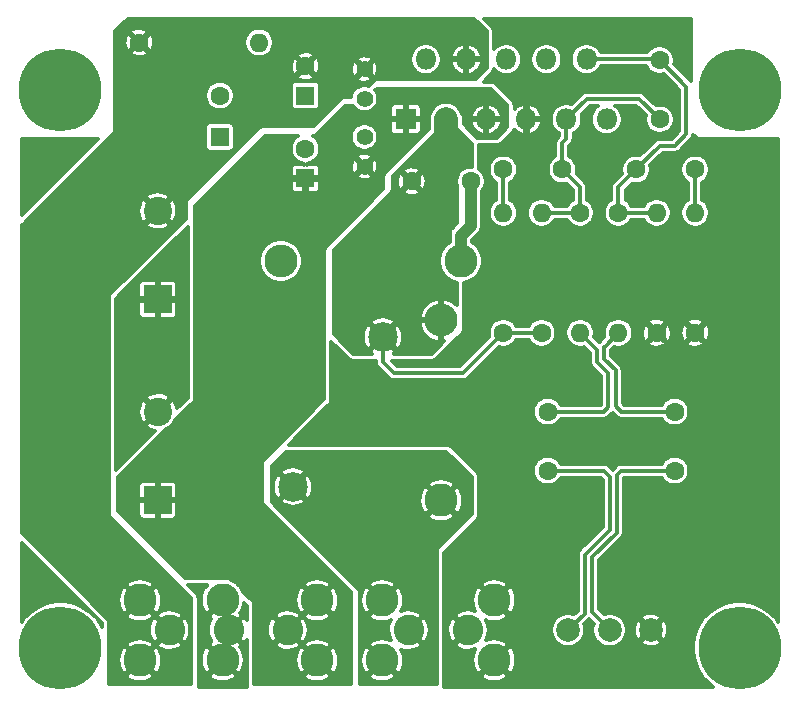
<source format=gbr>
%TF.GenerationSoftware,KiCad,Pcbnew,(5.1.6-0)*%
%TF.CreationDate,2023-05-05T14:57:53-07:00*%
%TF.ProjectId,LM3886-bal-tht,4c4d3338-3836-42d6-9261-6c2d7468742e,rev?*%
%TF.SameCoordinates,Original*%
%TF.FileFunction,Copper,L1,Top*%
%TF.FilePolarity,Positive*%
%FSLAX46Y46*%
G04 Gerber Fmt 4.6, Leading zero omitted, Abs format (unit mm)*
G04 Created by KiCad (PCBNEW (5.1.6-0)) date 2023-05-05 14:57:53*
%MOMM*%
%LPD*%
G01*
G04 APERTURE LIST*
%TA.AperFunction,ComponentPad*%
%ADD10C,1.600000*%
%TD*%
%TA.AperFunction,ComponentPad*%
%ADD11O,2.800000X2.800000*%
%TD*%
%TA.AperFunction,ComponentPad*%
%ADD12C,2.800000*%
%TD*%
%TA.AperFunction,ComponentPad*%
%ADD13O,1.600000X1.600000*%
%TD*%
%TA.AperFunction,ComponentPad*%
%ADD14C,1.400000*%
%TD*%
%TA.AperFunction,ComponentPad*%
%ADD15C,2.500000*%
%TD*%
%TA.AperFunction,ComponentPad*%
%ADD16C,2.600000*%
%TD*%
%TA.AperFunction,ComponentPad*%
%ADD17C,2.000000*%
%TD*%
%TA.AperFunction,ComponentPad*%
%ADD18C,0.800000*%
%TD*%
%TA.AperFunction,ComponentPad*%
%ADD19C,7.000000*%
%TD*%
%TA.AperFunction,ComponentPad*%
%ADD20R,1.600000X1.600000*%
%TD*%
%TA.AperFunction,ComponentPad*%
%ADD21C,2.400000*%
%TD*%
%TA.AperFunction,ComponentPad*%
%ADD22R,2.400000X2.400000*%
%TD*%
%TA.AperFunction,ComponentPad*%
%ADD23O,1.800000X1.800000*%
%TD*%
%TA.AperFunction,ComponentPad*%
%ADD24R,1.800000X1.800000*%
%TD*%
%TA.AperFunction,ViaPad*%
%ADD25C,0.700000*%
%TD*%
%TA.AperFunction,Conductor*%
%ADD26C,0.300000*%
%TD*%
%TA.AperFunction,Conductor*%
%ADD27C,2.000000*%
%TD*%
%TA.AperFunction,Conductor*%
%ADD28C,1.000000*%
%TD*%
G04 APERTURE END LIST*
D10*
%TO.P,C5,2*%
%TO.N,/ICIN-*%
X123750000Y-65750000D03*
%TO.P,C5,1*%
%TO.N,Net-(C5-Pad1)*%
X118750000Y-65750000D03*
%TD*%
%TO.P,C4,2*%
%TO.N,Net-(C4-Pad2)*%
X135000000Y-65750000D03*
%TO.P,C4,1*%
%TO.N,/ICIN+*%
X130000000Y-65750000D03*
%TD*%
%TO.P,C1,2*%
%TO.N,/ICIN+*%
X132000000Y-56500000D03*
%TO.P,C1,1*%
%TO.N,/ICIN-*%
X132000000Y-61500000D03*
%TD*%
%TO.P,C11,2*%
%TO.N,Net-(C11-Pad2)*%
X116000000Y-66750000D03*
%TO.P,C11,1*%
%TO.N,/SIGOUT*%
X111000000Y-66750000D03*
%TD*%
D11*
%TO.P,R9,2*%
%TO.N,/SIGOUT*%
X113500000Y-78510000D03*
D12*
%TO.P,R9,1*%
%TO.N,/SPK+*%
X113500000Y-93750000D03*
%TD*%
D11*
%TO.P,R8,2*%
%TO.N,GND*%
X99910000Y-73500000D03*
D12*
%TO.P,R8,1*%
%TO.N,Net-(C11-Pad2)*%
X115150000Y-73500000D03*
%TD*%
D13*
%TO.P,R7,2*%
%TO.N,/MUTE*%
X98080000Y-55000000D03*
D10*
%TO.P,R7,1*%
%TO.N,VEE*%
X87920000Y-55000000D03*
%TD*%
D13*
%TO.P,R6,2*%
%TO.N,Net-(C5-Pad1)*%
X118750000Y-69420000D03*
D10*
%TO.P,R6,1*%
%TO.N,/SIGOUT*%
X118750000Y-79580000D03*
%TD*%
D13*
%TO.P,R5,2*%
%TO.N,/ICIN-*%
X122000000Y-69420000D03*
D10*
%TO.P,R5,1*%
%TO.N,/SIGOUT*%
X122000000Y-79580000D03*
%TD*%
D13*
%TO.P,R4,2*%
%TO.N,/ICIN+*%
X131750000Y-69420000D03*
D10*
%TO.P,R4,1*%
%TO.N,GND*%
X131750000Y-79580000D03*
%TD*%
D13*
%TO.P,R3,2*%
%TO.N,Net-(C4-Pad2)*%
X135000000Y-69420000D03*
D10*
%TO.P,R3,1*%
%TO.N,GND*%
X135000000Y-79580000D03*
%TD*%
D13*
%TO.P,R2,2*%
%TO.N,/IN-*%
X125250000Y-79580000D03*
D10*
%TO.P,R2,1*%
%TO.N,/ICIN-*%
X125250000Y-69420000D03*
%TD*%
D13*
%TO.P,R1,2*%
%TO.N,/IN+*%
X128500000Y-79580000D03*
D10*
%TO.P,R1,1*%
%TO.N,/ICIN+*%
X128500000Y-69420000D03*
%TD*%
D14*
%TO.P,C9,2*%
%TO.N,VEE*%
X107000000Y-57250000D03*
%TO.P,C9,1*%
%TO.N,GND*%
X107000000Y-59750000D03*
%TD*%
%TO.P,C8,2*%
%TO.N,GND*%
X107000000Y-63000000D03*
%TO.P,C8,1*%
%TO.N,VCC*%
X107000000Y-65500000D03*
%TD*%
D12*
%TO.P,J8,1*%
%TO.N,GND*%
X118000000Y-102210000D03*
X118000000Y-107290000D03*
%TD*%
%TO.P,J7,1*%
%TO.N,/SPK+*%
X108500000Y-102210000D03*
X108500000Y-107290000D03*
%TD*%
%TO.P,J6,1*%
%TO.N,VCC*%
X103000000Y-102210000D03*
X103000000Y-107290000D03*
%TD*%
%TO.P,J5,1*%
%TO.N,GND*%
X95000000Y-102210000D03*
X95000000Y-107290000D03*
%TD*%
%TO.P,J4,1*%
%TO.N,VEE*%
X88000000Y-102210000D03*
X88000000Y-107290000D03*
%TD*%
D15*
%TO.P,L1,2*%
%TO.N,/SPK+*%
X100940000Y-92600000D03*
%TO.P,L1,1*%
%TO.N,/SIGOUT*%
X108560000Y-79900000D03*
%TD*%
D16*
%TO.P,J3,3*%
%TO.N,VCC*%
X100500000Y-104750000D03*
%TO.P,J3,2*%
%TO.N,GND*%
X95500000Y-104750000D03*
%TO.P,J3,1*%
%TO.N,VEE*%
X90500000Y-104750000D03*
%TD*%
%TO.P,J2,2*%
%TO.N,GND*%
X115750000Y-104750000D03*
%TO.P,J2,1*%
%TO.N,/SPK+*%
X110750000Y-104750000D03*
%TD*%
D17*
%TO.P,J1,3*%
%TO.N,GND*%
X131250000Y-104750000D03*
%TO.P,J1,2*%
%TO.N,Net-(C12-Pad1)*%
X127750000Y-104750000D03*
%TO.P,J1,1*%
%TO.N,Net-(C13-Pad1)*%
X124250000Y-104750000D03*
%TD*%
D18*
%TO.P,H4,1*%
%TO.N,N/C*%
X140606155Y-104393845D03*
X138750000Y-103625000D03*
X136893845Y-104393845D03*
X136125000Y-106250000D03*
X136893845Y-108106155D03*
X138750000Y-108875000D03*
X140606155Y-108106155D03*
X141375000Y-106250000D03*
D19*
X138750000Y-106250000D03*
%TD*%
D18*
%TO.P,H3,1*%
%TO.N,N/C*%
X140606155Y-57143845D03*
X138750000Y-56375000D03*
X136893845Y-57143845D03*
X136125000Y-59000000D03*
X136893845Y-60856155D03*
X138750000Y-61625000D03*
X140606155Y-60856155D03*
X141375000Y-59000000D03*
D19*
X138750000Y-59000000D03*
%TD*%
D18*
%TO.P,H2,1*%
%TO.N,N/C*%
X83106155Y-104393845D03*
X81250000Y-103625000D03*
X79393845Y-104393845D03*
X78625000Y-106250000D03*
X79393845Y-108106155D03*
X81250000Y-108875000D03*
X83106155Y-108106155D03*
X83875000Y-106250000D03*
D19*
X81250000Y-106250000D03*
%TD*%
D18*
%TO.P,H1,1*%
%TO.N,N/C*%
X83106155Y-57143845D03*
X81250000Y-56375000D03*
X79393845Y-57143845D03*
X78625000Y-59000000D03*
X79393845Y-60856155D03*
X81250000Y-61625000D03*
X83106155Y-60856155D03*
X83875000Y-59000000D03*
D19*
X81250000Y-59000000D03*
%TD*%
D10*
%TO.P,C13,2*%
%TO.N,/IN-*%
X122500000Y-86250000D03*
%TO.P,C13,1*%
%TO.N,Net-(C13-Pad1)*%
X122500000Y-91250000D03*
%TD*%
%TO.P,C12,2*%
%TO.N,/IN+*%
X133250000Y-86250000D03*
%TO.P,C12,1*%
%TO.N,Net-(C12-Pad1)*%
X133250000Y-91250000D03*
%TD*%
%TO.P,C10,2*%
%TO.N,/MUTE*%
X94750000Y-59500000D03*
D20*
%TO.P,C10,1*%
%TO.N,GND*%
X94750000Y-63000000D03*
%TD*%
D10*
%TO.P,C7,2*%
%TO.N,VEE*%
X102000000Y-57000000D03*
D20*
%TO.P,C7,1*%
%TO.N,GND*%
X102000000Y-59500000D03*
%TD*%
D10*
%TO.P,C6,2*%
%TO.N,GND*%
X102000000Y-64000000D03*
D20*
%TO.P,C6,1*%
%TO.N,VCC*%
X102000000Y-66500000D03*
%TD*%
D21*
%TO.P,C3,2*%
%TO.N,VEE*%
X89500000Y-69250000D03*
D22*
%TO.P,C3,1*%
%TO.N,GND*%
X89500000Y-76750000D03*
%TD*%
D21*
%TO.P,C2,2*%
%TO.N,GND*%
X89500000Y-86250000D03*
D22*
%TO.P,C2,1*%
%TO.N,VCC*%
X89500000Y-93750000D03*
%TD*%
D23*
%TO.P,U1,11*%
%TO.N,N/C*%
X127500000Y-61500000D03*
%TO.P,U1,10*%
%TO.N,/ICIN+*%
X125800000Y-56420000D03*
%TO.P,U1,9*%
%TO.N,/ICIN-*%
X124100000Y-61500000D03*
%TO.P,U1,8*%
%TO.N,/MUTE*%
X122400000Y-56420000D03*
%TO.P,U1,7*%
%TO.N,GND*%
X120700000Y-61500000D03*
%TO.P,U1,6*%
%TO.N,N/C*%
X119000000Y-56420000D03*
%TO.P,U1,5*%
%TO.N,VCC*%
X117300000Y-61500000D03*
%TO.P,U1,4*%
%TO.N,VEE*%
X115600000Y-56420000D03*
%TO.P,U1,3*%
%TO.N,/SIGOUT*%
X113900000Y-61500000D03*
%TO.P,U1,2*%
%TO.N,N/C*%
X112200000Y-56420000D03*
D24*
%TO.P,U1,1*%
%TO.N,VCC*%
X110500000Y-61500000D03*
%TD*%
D25*
%TO.N,GND*%
X78750000Y-101500000D03*
X88198810Y-79792500D03*
X88198810Y-83792500D03*
X90198810Y-73792500D03*
X90198810Y-81792500D03*
X102198810Y-88500000D03*
X104198810Y-86792500D03*
X106198810Y-82792500D03*
X106198810Y-88500000D03*
X107198810Y-85792500D03*
X109198810Y-87792500D03*
X110198810Y-84792500D03*
X112198810Y-86792500D03*
X114198810Y-84792500D03*
X114198810Y-88500000D03*
X114198810Y-98792500D03*
X114198810Y-107792500D03*
X115198810Y-101792500D03*
X116198810Y-86792500D03*
X116198810Y-96792500D03*
X117500000Y-71250000D03*
X117198810Y-75792500D03*
X117198810Y-89792500D03*
X117198810Y-93792500D03*
X118198810Y-83792500D03*
X118198810Y-98000000D03*
X118198810Y-104792500D03*
X119198810Y-72792500D03*
X119198810Y-87792500D03*
X119198810Y-91792500D03*
X119198810Y-95792500D03*
X120198810Y-76792500D03*
X120198810Y-81000000D03*
X121000000Y-58500000D03*
X121198810Y-70792500D03*
X121198810Y-93792500D03*
X121198810Y-97792500D03*
X121198810Y-101792500D03*
X121198810Y-105792500D03*
X122750000Y-54000000D03*
X122198810Y-73792500D03*
X122198810Y-82792500D03*
X122198810Y-88792500D03*
X122198810Y-108792500D03*
X123198810Y-95792500D03*
X123250000Y-99250000D03*
X124198810Y-71792500D03*
X124198810Y-75792500D03*
X124000000Y-81250000D03*
X124198810Y-106792500D03*
X125250000Y-54000000D03*
X126198810Y-73792500D03*
X126198810Y-108792500D03*
X127198810Y-70792500D03*
X127198810Y-76792500D03*
X127198810Y-88792500D03*
X127750000Y-54000000D03*
X129198810Y-72792500D03*
X129198810Y-98792500D03*
X129198810Y-102792500D03*
X129198810Y-106792500D03*
X130198810Y-75792500D03*
X130198810Y-80792500D03*
X130198810Y-87792500D03*
X131198810Y-70792500D03*
X131198810Y-83792500D03*
X131198810Y-92792500D03*
X131198810Y-96792500D03*
X131198810Y-101500000D03*
X131198810Y-108792500D03*
X132198810Y-73792500D03*
X133198810Y-76792500D03*
X133198810Y-81792500D03*
X133198810Y-88792500D03*
X133198810Y-95500000D03*
X133198810Y-98792500D03*
X133198810Y-102792500D03*
X133198810Y-106792500D03*
X134198810Y-71792500D03*
X135198810Y-74792500D03*
X135198810Y-83792500D03*
X135198810Y-90792500D03*
X135198810Y-96792500D03*
X135198810Y-100792500D03*
X136198810Y-80792500D03*
X136198810Y-86792500D03*
X136198810Y-93792500D03*
X137198810Y-68792500D03*
X137198810Y-72792500D03*
X137198810Y-76792500D03*
X137198810Y-98792500D03*
X138198810Y-82792500D03*
X138198810Y-88792500D03*
X138198810Y-95792500D03*
X139198810Y-70792500D03*
X139198810Y-74792500D03*
X139198810Y-78792500D03*
X139198810Y-85792500D03*
X139198810Y-91792500D03*
X139198810Y-100792500D03*
X140198810Y-97792500D03*
X141198810Y-64792500D03*
X141198810Y-68792500D03*
X141198810Y-72792500D03*
X141198810Y-76792500D03*
X141198810Y-80792500D03*
X141198810Y-87792500D03*
X141198810Y-93792500D03*
X125500000Y-84750000D03*
X125000000Y-90250000D03*
X125000000Y-87500000D03*
X130250000Y-90000000D03*
X129500000Y-94500000D03*
X127250000Y-101000000D03*
X124250000Y-101750000D03*
X126000000Y-95750000D03*
X124250000Y-93250000D03*
X126500000Y-93000000D03*
X123250000Y-58500000D03*
X130250000Y-54250000D03*
X132250000Y-54250000D03*
X127750000Y-58000000D03*
X130000000Y-58000000D03*
X132250000Y-59000000D03*
X125250000Y-58500000D03*
X125750000Y-63250000D03*
X129750000Y-62750000D03*
X127500000Y-65000000D03*
X126750000Y-67500000D03*
X123750000Y-68000000D03*
X129750000Y-68000000D03*
X132500000Y-67000000D03*
X121250000Y-66750000D03*
X121000000Y-64250000D03*
X117250000Y-64500000D03*
X138750000Y-66000000D03*
X136750000Y-64000000D03*
X122250000Y-60000000D03*
X116250000Y-78250000D03*
X115750000Y-80500000D03*
X114250000Y-81750000D03*
X82000000Y-64500000D03*
X79500000Y-66500000D03*
X79500000Y-64500000D03*
%TD*%
D26*
%TO.N,Net-(C4-Pad2)*%
X135000000Y-65750000D02*
X135000000Y-69420000D01*
%TO.N,Net-(C5-Pad1)*%
X118750000Y-65750000D02*
X118750000Y-69420000D01*
%TO.N,/ICIN+*%
X131750000Y-69420000D02*
X128500000Y-69420000D01*
X128500000Y-67250000D02*
X130000000Y-65750000D01*
X128500000Y-69420000D02*
X128500000Y-67250000D01*
X131920000Y-56420000D02*
X132000000Y-56500000D01*
X125800000Y-56420000D02*
X131920000Y-56420000D01*
X132000000Y-56500000D02*
X134250000Y-58750000D01*
X134250000Y-58750000D02*
X134250000Y-62750000D01*
X134250000Y-62750000D02*
X133250000Y-63750000D01*
X132000000Y-63750000D02*
X130000000Y-65750000D01*
X133250000Y-63750000D02*
X132000000Y-63750000D01*
%TO.N,/ICIN-*%
X124100000Y-61500000D02*
X124100000Y-63150000D01*
X123750000Y-63500000D02*
X123750000Y-65750000D01*
X124100000Y-63150000D02*
X123750000Y-63500000D01*
X122000000Y-69420000D02*
X125250000Y-69420000D01*
X125250000Y-67250000D02*
X123750000Y-65750000D01*
X125250000Y-69420000D02*
X125250000Y-67250000D01*
X124100000Y-61500000D02*
X125850000Y-59750000D01*
X130250000Y-59750000D02*
X132000000Y-61500000D01*
X125850000Y-59750000D02*
X130250000Y-59750000D01*
%TO.N,/IN+*%
X127415000Y-80665000D02*
X128500000Y-79580000D01*
X127300739Y-80779261D02*
X127415000Y-80665000D01*
X127300739Y-81800739D02*
X127300739Y-80779261D01*
X128250000Y-85750000D02*
X128250000Y-82750000D01*
X128750000Y-86250000D02*
X128250000Y-85750000D01*
X128250000Y-82750000D02*
X127300739Y-81800739D01*
X133250000Y-86250000D02*
X128750000Y-86250000D01*
%TO.N,/IN-*%
X127649990Y-85850010D02*
X127649990Y-82998532D01*
X127250000Y-86250000D02*
X127649990Y-85850010D01*
X122500000Y-86250000D02*
X127250000Y-86250000D01*
X126700729Y-81030729D02*
X126700729Y-82049271D01*
X125250000Y-79580000D02*
X126700729Y-81030729D01*
X127649990Y-82998532D02*
X126700729Y-82049271D01*
%TO.N,/SIGOUT*%
X108560000Y-82060000D02*
X109500000Y-83000000D01*
X108560000Y-79900000D02*
X108560000Y-82060000D01*
D27*
X113900000Y-61500000D02*
X113900000Y-62900000D01*
D26*
X118750000Y-79580000D02*
X122000000Y-79580000D01*
X118750000Y-79580000D02*
X115330000Y-83000000D01*
X115330000Y-83000000D02*
X115250000Y-83000000D01*
X109500000Y-83000000D02*
X115250000Y-83000000D01*
%TO.N,Net-(C12-Pad1)*%
X128750000Y-91250000D02*
X133250000Y-91250000D01*
X128350010Y-91649990D02*
X128750000Y-91250000D01*
X128350010Y-96498532D02*
X128350010Y-91649990D01*
X126250000Y-98598542D02*
X128350010Y-96498532D01*
X126250000Y-103250000D02*
X126250000Y-98598542D01*
X127750000Y-104750000D02*
X126250000Y-103250000D01*
%TO.N,Net-(C13-Pad1)*%
X127250000Y-91250000D02*
X122500000Y-91250000D01*
X127750000Y-96250000D02*
X127750000Y-91750000D01*
X125649990Y-98350010D02*
X127750000Y-96250000D01*
X127750000Y-91750000D02*
X127250000Y-91250000D01*
X125649990Y-103350010D02*
X125649990Y-98350010D01*
X124250000Y-104750000D02*
X125649990Y-103350010D01*
D28*
%TO.N,Net-(C11-Pad2)*%
X115150000Y-71350000D02*
X115150000Y-73500000D01*
X116000000Y-70500000D02*
X115150000Y-71350000D01*
X116000000Y-66750000D02*
X116000000Y-70500000D01*
%TD*%
D26*
%TO.N,/SIGOUT*%
G36*
X114000000Y-62733795D02*
G01*
X114209376Y-62814076D01*
X114459795Y-62728470D01*
X114688701Y-62595655D01*
X114887298Y-62420734D01*
X114903137Y-62400000D01*
X114937868Y-62400000D01*
X116100000Y-63562132D01*
X116100000Y-65500000D01*
X115876886Y-65500000D01*
X115635389Y-65548037D01*
X115407903Y-65642265D01*
X115203172Y-65779062D01*
X115029062Y-65953172D01*
X114892265Y-66157903D01*
X114798037Y-66385389D01*
X114750000Y-66626886D01*
X114750000Y-66873114D01*
X114798037Y-67114611D01*
X114850791Y-67241970D01*
X114850000Y-67250000D01*
X114850000Y-70306498D01*
X114511248Y-70645250D01*
X114474999Y-70674999D01*
X114356282Y-70819655D01*
X114268068Y-70984693D01*
X114213746Y-71163769D01*
X114200000Y-71303336D01*
X114200000Y-71303346D01*
X114195405Y-71350000D01*
X114200000Y-71396655D01*
X114200000Y-71909794D01*
X113970694Y-72063011D01*
X113713011Y-72320694D01*
X113510552Y-72623697D01*
X113371095Y-72960375D01*
X113300000Y-73317791D01*
X113300000Y-73682209D01*
X113371095Y-74039625D01*
X113510552Y-74376303D01*
X113713011Y-74679306D01*
X113970694Y-74936989D01*
X114273697Y-75139448D01*
X114610375Y-75278905D01*
X114850000Y-75326570D01*
X114850000Y-77255179D01*
X114788632Y-77182620D01*
X114504912Y-76956726D01*
X114182574Y-76790523D01*
X113887749Y-76701092D01*
X113600000Y-76775380D01*
X113600000Y-78410000D01*
X113620000Y-78410000D01*
X113620000Y-78610000D01*
X113600000Y-78610000D01*
X113600000Y-80244620D01*
X113753595Y-80284273D01*
X112687868Y-81350000D01*
X109459729Y-81350000D01*
X109481446Y-81338392D01*
X109615421Y-81096842D01*
X108560000Y-80041421D01*
X107504579Y-81096842D01*
X107638554Y-81338392D01*
X107661317Y-81350000D01*
X106062132Y-81350000D01*
X104645105Y-79932973D01*
X106852092Y-79932973D01*
X106891341Y-80265536D01*
X106994717Y-80584052D01*
X107121608Y-80821446D01*
X107363158Y-80955421D01*
X108418579Y-79900000D01*
X108701421Y-79900000D01*
X109756842Y-80955421D01*
X109998392Y-80821446D01*
X110150519Y-80523125D01*
X110241524Y-80200857D01*
X110267908Y-79867027D01*
X110228659Y-79534464D01*
X110125283Y-79215948D01*
X109998392Y-78978554D01*
X109852707Y-78897750D01*
X111691089Y-78897750D01*
X111801493Y-79243201D01*
X111977170Y-79560475D01*
X112211368Y-79837380D01*
X112495088Y-80063274D01*
X112817426Y-80229477D01*
X113112251Y-80318908D01*
X113400000Y-80244620D01*
X113400000Y-78610000D01*
X111765202Y-78610000D01*
X111691089Y-78897750D01*
X109852707Y-78897750D01*
X109756842Y-78844579D01*
X108701421Y-79900000D01*
X108418579Y-79900000D01*
X107363158Y-78844579D01*
X107121608Y-78978554D01*
X106969481Y-79276875D01*
X106878476Y-79599143D01*
X106852092Y-79932973D01*
X104645105Y-79932973D01*
X104400000Y-79687868D01*
X104400000Y-78703158D01*
X107504579Y-78703158D01*
X108560000Y-79758579D01*
X109615421Y-78703158D01*
X109481446Y-78461608D01*
X109183125Y-78309481D01*
X108860857Y-78218476D01*
X108527027Y-78192092D01*
X108194464Y-78231341D01*
X107875948Y-78334717D01*
X107638554Y-78461608D01*
X107504579Y-78703158D01*
X104400000Y-78703158D01*
X104400000Y-78122250D01*
X111691089Y-78122250D01*
X111765202Y-78410000D01*
X113400000Y-78410000D01*
X113400000Y-76775380D01*
X113112251Y-76701092D01*
X112817426Y-76790523D01*
X112495088Y-76956726D01*
X112211368Y-77182620D01*
X111977170Y-77459525D01*
X111801493Y-77776799D01*
X111691089Y-78122250D01*
X104400000Y-78122250D01*
X104400000Y-72562132D01*
X109335909Y-67626223D01*
X110265198Y-67626223D01*
X110344958Y-67821717D01*
X110566626Y-67928917D01*
X110804948Y-67990812D01*
X111050766Y-68005023D01*
X111294633Y-67971004D01*
X111527178Y-67890063D01*
X111655042Y-67821717D01*
X111734802Y-67626223D01*
X111000000Y-66891421D01*
X110265198Y-67626223D01*
X109335909Y-67626223D01*
X109356066Y-67606066D01*
X109374720Y-67583336D01*
X109388582Y-67557403D01*
X109397118Y-67529264D01*
X109400000Y-67500000D01*
X109400000Y-66800766D01*
X109744977Y-66800766D01*
X109778996Y-67044633D01*
X109859937Y-67277178D01*
X109928283Y-67405042D01*
X110123777Y-67484802D01*
X110858579Y-66750000D01*
X111141421Y-66750000D01*
X111876223Y-67484802D01*
X112071717Y-67405042D01*
X112178917Y-67183374D01*
X112240812Y-66945052D01*
X112255023Y-66699234D01*
X112221004Y-66455367D01*
X112140063Y-66222822D01*
X112071717Y-66094958D01*
X111876223Y-66015198D01*
X111141421Y-66750000D01*
X110858579Y-66750000D01*
X110123777Y-66015198D01*
X109928283Y-66094958D01*
X109821083Y-66316626D01*
X109759188Y-66554948D01*
X109744977Y-66800766D01*
X109400000Y-66800766D01*
X109400000Y-66312132D01*
X109838355Y-65873777D01*
X110265198Y-65873777D01*
X111000000Y-66608579D01*
X111734802Y-65873777D01*
X111655042Y-65678283D01*
X111433374Y-65571083D01*
X111195052Y-65509188D01*
X110949234Y-65494977D01*
X110705367Y-65528996D01*
X110472822Y-65609937D01*
X110344958Y-65678283D01*
X110265198Y-65873777D01*
X109838355Y-65873777D01*
X113114576Y-62597556D01*
X113340205Y-62728470D01*
X113590624Y-62814076D01*
X113800000Y-62733795D01*
X113800000Y-62400000D01*
X114000000Y-62400000D01*
X114000000Y-62733795D01*
G37*
X114000000Y-62733795D02*
X114209376Y-62814076D01*
X114459795Y-62728470D01*
X114688701Y-62595655D01*
X114887298Y-62420734D01*
X114903137Y-62400000D01*
X114937868Y-62400000D01*
X116100000Y-63562132D01*
X116100000Y-65500000D01*
X115876886Y-65500000D01*
X115635389Y-65548037D01*
X115407903Y-65642265D01*
X115203172Y-65779062D01*
X115029062Y-65953172D01*
X114892265Y-66157903D01*
X114798037Y-66385389D01*
X114750000Y-66626886D01*
X114750000Y-66873114D01*
X114798037Y-67114611D01*
X114850791Y-67241970D01*
X114850000Y-67250000D01*
X114850000Y-70306498D01*
X114511248Y-70645250D01*
X114474999Y-70674999D01*
X114356282Y-70819655D01*
X114268068Y-70984693D01*
X114213746Y-71163769D01*
X114200000Y-71303336D01*
X114200000Y-71303346D01*
X114195405Y-71350000D01*
X114200000Y-71396655D01*
X114200000Y-71909794D01*
X113970694Y-72063011D01*
X113713011Y-72320694D01*
X113510552Y-72623697D01*
X113371095Y-72960375D01*
X113300000Y-73317791D01*
X113300000Y-73682209D01*
X113371095Y-74039625D01*
X113510552Y-74376303D01*
X113713011Y-74679306D01*
X113970694Y-74936989D01*
X114273697Y-75139448D01*
X114610375Y-75278905D01*
X114850000Y-75326570D01*
X114850000Y-77255179D01*
X114788632Y-77182620D01*
X114504912Y-76956726D01*
X114182574Y-76790523D01*
X113887749Y-76701092D01*
X113600000Y-76775380D01*
X113600000Y-78410000D01*
X113620000Y-78410000D01*
X113620000Y-78610000D01*
X113600000Y-78610000D01*
X113600000Y-80244620D01*
X113753595Y-80284273D01*
X112687868Y-81350000D01*
X109459729Y-81350000D01*
X109481446Y-81338392D01*
X109615421Y-81096842D01*
X108560000Y-80041421D01*
X107504579Y-81096842D01*
X107638554Y-81338392D01*
X107661317Y-81350000D01*
X106062132Y-81350000D01*
X104645105Y-79932973D01*
X106852092Y-79932973D01*
X106891341Y-80265536D01*
X106994717Y-80584052D01*
X107121608Y-80821446D01*
X107363158Y-80955421D01*
X108418579Y-79900000D01*
X108701421Y-79900000D01*
X109756842Y-80955421D01*
X109998392Y-80821446D01*
X110150519Y-80523125D01*
X110241524Y-80200857D01*
X110267908Y-79867027D01*
X110228659Y-79534464D01*
X110125283Y-79215948D01*
X109998392Y-78978554D01*
X109852707Y-78897750D01*
X111691089Y-78897750D01*
X111801493Y-79243201D01*
X111977170Y-79560475D01*
X112211368Y-79837380D01*
X112495088Y-80063274D01*
X112817426Y-80229477D01*
X113112251Y-80318908D01*
X113400000Y-80244620D01*
X113400000Y-78610000D01*
X111765202Y-78610000D01*
X111691089Y-78897750D01*
X109852707Y-78897750D01*
X109756842Y-78844579D01*
X108701421Y-79900000D01*
X108418579Y-79900000D01*
X107363158Y-78844579D01*
X107121608Y-78978554D01*
X106969481Y-79276875D01*
X106878476Y-79599143D01*
X106852092Y-79932973D01*
X104645105Y-79932973D01*
X104400000Y-79687868D01*
X104400000Y-78703158D01*
X107504579Y-78703158D01*
X108560000Y-79758579D01*
X109615421Y-78703158D01*
X109481446Y-78461608D01*
X109183125Y-78309481D01*
X108860857Y-78218476D01*
X108527027Y-78192092D01*
X108194464Y-78231341D01*
X107875948Y-78334717D01*
X107638554Y-78461608D01*
X107504579Y-78703158D01*
X104400000Y-78703158D01*
X104400000Y-78122250D01*
X111691089Y-78122250D01*
X111765202Y-78410000D01*
X113400000Y-78410000D01*
X113400000Y-76775380D01*
X113112251Y-76701092D01*
X112817426Y-76790523D01*
X112495088Y-76956726D01*
X112211368Y-77182620D01*
X111977170Y-77459525D01*
X111801493Y-77776799D01*
X111691089Y-78122250D01*
X104400000Y-78122250D01*
X104400000Y-72562132D01*
X109335909Y-67626223D01*
X110265198Y-67626223D01*
X110344958Y-67821717D01*
X110566626Y-67928917D01*
X110804948Y-67990812D01*
X111050766Y-68005023D01*
X111294633Y-67971004D01*
X111527178Y-67890063D01*
X111655042Y-67821717D01*
X111734802Y-67626223D01*
X111000000Y-66891421D01*
X110265198Y-67626223D01*
X109335909Y-67626223D01*
X109356066Y-67606066D01*
X109374720Y-67583336D01*
X109388582Y-67557403D01*
X109397118Y-67529264D01*
X109400000Y-67500000D01*
X109400000Y-66800766D01*
X109744977Y-66800766D01*
X109778996Y-67044633D01*
X109859937Y-67277178D01*
X109928283Y-67405042D01*
X110123777Y-67484802D01*
X110858579Y-66750000D01*
X111141421Y-66750000D01*
X111876223Y-67484802D01*
X112071717Y-67405042D01*
X112178917Y-67183374D01*
X112240812Y-66945052D01*
X112255023Y-66699234D01*
X112221004Y-66455367D01*
X112140063Y-66222822D01*
X112071717Y-66094958D01*
X111876223Y-66015198D01*
X111141421Y-66750000D01*
X110858579Y-66750000D01*
X110123777Y-66015198D01*
X109928283Y-66094958D01*
X109821083Y-66316626D01*
X109759188Y-66554948D01*
X109744977Y-66800766D01*
X109400000Y-66800766D01*
X109400000Y-66312132D01*
X109838355Y-65873777D01*
X110265198Y-65873777D01*
X111000000Y-66608579D01*
X111734802Y-65873777D01*
X111655042Y-65678283D01*
X111433374Y-65571083D01*
X111195052Y-65509188D01*
X110949234Y-65494977D01*
X110705367Y-65528996D01*
X110472822Y-65609937D01*
X110344958Y-65678283D01*
X110265198Y-65873777D01*
X109838355Y-65873777D01*
X113114576Y-62597556D01*
X113340205Y-62728470D01*
X113590624Y-62814076D01*
X113800000Y-62733795D01*
X113800000Y-62400000D01*
X114000000Y-62400000D01*
X114000000Y-62733795D01*
%TO.N,/SPK+*%
G36*
X116100000Y-91812132D02*
G01*
X116100000Y-94937868D01*
X113143934Y-97893934D01*
X113125280Y-97916664D01*
X113111418Y-97942597D01*
X113102882Y-97970736D01*
X113100000Y-98000000D01*
X113100000Y-109350000D01*
X106650000Y-109350000D01*
X106650000Y-108593612D01*
X107337809Y-108593612D01*
X107489820Y-108850524D01*
X107813674Y-109017615D01*
X108163902Y-109118315D01*
X108527047Y-109148755D01*
X108889152Y-109107762D01*
X109236302Y-108996915D01*
X109510180Y-108850524D01*
X109662191Y-108593612D01*
X108500000Y-107431421D01*
X107337809Y-108593612D01*
X106650000Y-108593612D01*
X106650000Y-107394383D01*
X106682238Y-107679152D01*
X106793085Y-108026302D01*
X106939476Y-108300180D01*
X107196388Y-108452191D01*
X108358579Y-107290000D01*
X107196388Y-106127809D01*
X106939476Y-106279820D01*
X106772385Y-106603674D01*
X106671685Y-106953902D01*
X106650000Y-107212601D01*
X106650000Y-103513612D01*
X107337809Y-103513612D01*
X107489820Y-103770524D01*
X107813674Y-103937615D01*
X108163902Y-104038315D01*
X108527047Y-104068755D01*
X108889152Y-104027762D01*
X109205457Y-103926764D01*
X109113778Y-104105806D01*
X109019541Y-104437395D01*
X108991805Y-104780997D01*
X109031636Y-105123409D01*
X109137502Y-105451470D01*
X109200771Y-105569838D01*
X109186326Y-105562385D01*
X108836098Y-105461685D01*
X108472953Y-105431245D01*
X108110848Y-105472238D01*
X107763698Y-105583085D01*
X107489820Y-105729476D01*
X107337809Y-105986388D01*
X108500000Y-107148579D01*
X108514143Y-107134437D01*
X108655564Y-107275858D01*
X108641421Y-107290000D01*
X109803612Y-108452191D01*
X110060524Y-108300180D01*
X110227615Y-107976326D01*
X110328315Y-107626098D01*
X110358755Y-107262953D01*
X110317762Y-106900848D01*
X110206915Y-106553698D01*
X110119473Y-106390106D01*
X110437395Y-106480459D01*
X110780997Y-106508195D01*
X111123409Y-106468364D01*
X111451470Y-106362498D01*
X111701027Y-106229107D01*
X111841014Y-105982436D01*
X110750000Y-104891421D01*
X110735858Y-104905564D01*
X110594436Y-104764142D01*
X110608579Y-104750000D01*
X110891421Y-104750000D01*
X111982436Y-105841014D01*
X112229107Y-105701027D01*
X112386222Y-105394194D01*
X112480459Y-105062605D01*
X112508195Y-104719003D01*
X112468364Y-104376591D01*
X112362498Y-104048530D01*
X112229107Y-103798973D01*
X111982436Y-103658986D01*
X110891421Y-104750000D01*
X110608579Y-104750000D01*
X110594436Y-104735858D01*
X110735858Y-104594436D01*
X110750000Y-104608579D01*
X111841014Y-103517564D01*
X111701027Y-103270893D01*
X111394194Y-103113778D01*
X111062605Y-103019541D01*
X110719003Y-102991805D01*
X110376591Y-103031636D01*
X110114098Y-103116343D01*
X110227615Y-102896326D01*
X110328315Y-102546098D01*
X110358755Y-102182953D01*
X110317762Y-101820848D01*
X110206915Y-101473698D01*
X110060524Y-101199820D01*
X109803612Y-101047809D01*
X108641421Y-102210000D01*
X108655564Y-102224143D01*
X108514143Y-102365564D01*
X108500000Y-102351421D01*
X107337809Y-103513612D01*
X106650000Y-103513612D01*
X106650000Y-102314383D01*
X106682238Y-102599152D01*
X106793085Y-102946302D01*
X106939476Y-103220180D01*
X107196388Y-103372191D01*
X108358579Y-102210000D01*
X107196388Y-101047809D01*
X106939476Y-101199820D01*
X106772385Y-101523674D01*
X106671685Y-101873902D01*
X106650000Y-102132601D01*
X106650000Y-101500000D01*
X106647118Y-101470736D01*
X106638582Y-101442597D01*
X106624720Y-101416664D01*
X106606066Y-101393934D01*
X106118520Y-100906388D01*
X107337809Y-100906388D01*
X108500000Y-102068579D01*
X109662191Y-100906388D01*
X109510180Y-100649476D01*
X109186326Y-100482385D01*
X108836098Y-100381685D01*
X108472953Y-100351245D01*
X108110848Y-100392238D01*
X107763698Y-100503085D01*
X107489820Y-100649476D01*
X107337809Y-100906388D01*
X106118520Y-100906388D01*
X100265744Y-95053612D01*
X112337809Y-95053612D01*
X112489820Y-95310524D01*
X112813674Y-95477615D01*
X113163902Y-95578315D01*
X113527047Y-95608755D01*
X113889152Y-95567762D01*
X114236302Y-95456915D01*
X114510180Y-95310524D01*
X114662191Y-95053612D01*
X113500000Y-93891421D01*
X112337809Y-95053612D01*
X100265744Y-95053612D01*
X99150000Y-93937868D01*
X99150000Y-93796842D01*
X99884579Y-93796842D01*
X100018554Y-94038392D01*
X100316875Y-94190519D01*
X100639143Y-94281524D01*
X100972973Y-94307908D01*
X101305536Y-94268659D01*
X101624052Y-94165283D01*
X101861446Y-94038392D01*
X101995421Y-93796842D01*
X101975626Y-93777047D01*
X111641245Y-93777047D01*
X111682238Y-94139152D01*
X111793085Y-94486302D01*
X111939476Y-94760180D01*
X112196388Y-94912191D01*
X113358579Y-93750000D01*
X113641421Y-93750000D01*
X114803612Y-94912191D01*
X115060524Y-94760180D01*
X115227615Y-94436326D01*
X115328315Y-94086098D01*
X115358755Y-93722953D01*
X115317762Y-93360848D01*
X115206915Y-93013698D01*
X115060524Y-92739820D01*
X114803612Y-92587809D01*
X113641421Y-93750000D01*
X113358579Y-93750000D01*
X112196388Y-92587809D01*
X111939476Y-92739820D01*
X111772385Y-93063674D01*
X111671685Y-93413902D01*
X111641245Y-93777047D01*
X101975626Y-93777047D01*
X100940000Y-92741421D01*
X99884579Y-93796842D01*
X99150000Y-93796842D01*
X99150000Y-92632973D01*
X99232092Y-92632973D01*
X99271341Y-92965536D01*
X99374717Y-93284052D01*
X99501608Y-93521446D01*
X99743158Y-93655421D01*
X100798579Y-92600000D01*
X101081421Y-92600000D01*
X102136842Y-93655421D01*
X102378392Y-93521446D01*
X102530519Y-93223125D01*
X102621524Y-92900857D01*
X102647908Y-92567027D01*
X102633671Y-92446388D01*
X112337809Y-92446388D01*
X113500000Y-93608579D01*
X114662191Y-92446388D01*
X114510180Y-92189476D01*
X114186326Y-92022385D01*
X113836098Y-91921685D01*
X113472953Y-91891245D01*
X113110848Y-91932238D01*
X112763698Y-92043085D01*
X112489820Y-92189476D01*
X112337809Y-92446388D01*
X102633671Y-92446388D01*
X102608659Y-92234464D01*
X102505283Y-91915948D01*
X102378392Y-91678554D01*
X102136842Y-91544579D01*
X101081421Y-92600000D01*
X100798579Y-92600000D01*
X99743158Y-91544579D01*
X99501608Y-91678554D01*
X99349481Y-91976875D01*
X99258476Y-92299143D01*
X99232092Y-92632973D01*
X99150000Y-92632973D01*
X99150000Y-91403158D01*
X99884579Y-91403158D01*
X100940000Y-92458579D01*
X101995421Y-91403158D01*
X101861446Y-91161608D01*
X101563125Y-91009481D01*
X101240857Y-90918476D01*
X100907027Y-90892092D01*
X100574464Y-90931341D01*
X100255948Y-91034717D01*
X100018554Y-91161608D01*
X99884579Y-91403158D01*
X99150000Y-91403158D01*
X99150000Y-90812132D01*
X100312132Y-89650000D01*
X113937868Y-89650000D01*
X116100000Y-91812132D01*
G37*
X116100000Y-91812132D02*
X116100000Y-94937868D01*
X113143934Y-97893934D01*
X113125280Y-97916664D01*
X113111418Y-97942597D01*
X113102882Y-97970736D01*
X113100000Y-98000000D01*
X113100000Y-109350000D01*
X106650000Y-109350000D01*
X106650000Y-108593612D01*
X107337809Y-108593612D01*
X107489820Y-108850524D01*
X107813674Y-109017615D01*
X108163902Y-109118315D01*
X108527047Y-109148755D01*
X108889152Y-109107762D01*
X109236302Y-108996915D01*
X109510180Y-108850524D01*
X109662191Y-108593612D01*
X108500000Y-107431421D01*
X107337809Y-108593612D01*
X106650000Y-108593612D01*
X106650000Y-107394383D01*
X106682238Y-107679152D01*
X106793085Y-108026302D01*
X106939476Y-108300180D01*
X107196388Y-108452191D01*
X108358579Y-107290000D01*
X107196388Y-106127809D01*
X106939476Y-106279820D01*
X106772385Y-106603674D01*
X106671685Y-106953902D01*
X106650000Y-107212601D01*
X106650000Y-103513612D01*
X107337809Y-103513612D01*
X107489820Y-103770524D01*
X107813674Y-103937615D01*
X108163902Y-104038315D01*
X108527047Y-104068755D01*
X108889152Y-104027762D01*
X109205457Y-103926764D01*
X109113778Y-104105806D01*
X109019541Y-104437395D01*
X108991805Y-104780997D01*
X109031636Y-105123409D01*
X109137502Y-105451470D01*
X109200771Y-105569838D01*
X109186326Y-105562385D01*
X108836098Y-105461685D01*
X108472953Y-105431245D01*
X108110848Y-105472238D01*
X107763698Y-105583085D01*
X107489820Y-105729476D01*
X107337809Y-105986388D01*
X108500000Y-107148579D01*
X108514143Y-107134437D01*
X108655564Y-107275858D01*
X108641421Y-107290000D01*
X109803612Y-108452191D01*
X110060524Y-108300180D01*
X110227615Y-107976326D01*
X110328315Y-107626098D01*
X110358755Y-107262953D01*
X110317762Y-106900848D01*
X110206915Y-106553698D01*
X110119473Y-106390106D01*
X110437395Y-106480459D01*
X110780997Y-106508195D01*
X111123409Y-106468364D01*
X111451470Y-106362498D01*
X111701027Y-106229107D01*
X111841014Y-105982436D01*
X110750000Y-104891421D01*
X110735858Y-104905564D01*
X110594436Y-104764142D01*
X110608579Y-104750000D01*
X110891421Y-104750000D01*
X111982436Y-105841014D01*
X112229107Y-105701027D01*
X112386222Y-105394194D01*
X112480459Y-105062605D01*
X112508195Y-104719003D01*
X112468364Y-104376591D01*
X112362498Y-104048530D01*
X112229107Y-103798973D01*
X111982436Y-103658986D01*
X110891421Y-104750000D01*
X110608579Y-104750000D01*
X110594436Y-104735858D01*
X110735858Y-104594436D01*
X110750000Y-104608579D01*
X111841014Y-103517564D01*
X111701027Y-103270893D01*
X111394194Y-103113778D01*
X111062605Y-103019541D01*
X110719003Y-102991805D01*
X110376591Y-103031636D01*
X110114098Y-103116343D01*
X110227615Y-102896326D01*
X110328315Y-102546098D01*
X110358755Y-102182953D01*
X110317762Y-101820848D01*
X110206915Y-101473698D01*
X110060524Y-101199820D01*
X109803612Y-101047809D01*
X108641421Y-102210000D01*
X108655564Y-102224143D01*
X108514143Y-102365564D01*
X108500000Y-102351421D01*
X107337809Y-103513612D01*
X106650000Y-103513612D01*
X106650000Y-102314383D01*
X106682238Y-102599152D01*
X106793085Y-102946302D01*
X106939476Y-103220180D01*
X107196388Y-103372191D01*
X108358579Y-102210000D01*
X107196388Y-101047809D01*
X106939476Y-101199820D01*
X106772385Y-101523674D01*
X106671685Y-101873902D01*
X106650000Y-102132601D01*
X106650000Y-101500000D01*
X106647118Y-101470736D01*
X106638582Y-101442597D01*
X106624720Y-101416664D01*
X106606066Y-101393934D01*
X106118520Y-100906388D01*
X107337809Y-100906388D01*
X108500000Y-102068579D01*
X109662191Y-100906388D01*
X109510180Y-100649476D01*
X109186326Y-100482385D01*
X108836098Y-100381685D01*
X108472953Y-100351245D01*
X108110848Y-100392238D01*
X107763698Y-100503085D01*
X107489820Y-100649476D01*
X107337809Y-100906388D01*
X106118520Y-100906388D01*
X100265744Y-95053612D01*
X112337809Y-95053612D01*
X112489820Y-95310524D01*
X112813674Y-95477615D01*
X113163902Y-95578315D01*
X113527047Y-95608755D01*
X113889152Y-95567762D01*
X114236302Y-95456915D01*
X114510180Y-95310524D01*
X114662191Y-95053612D01*
X113500000Y-93891421D01*
X112337809Y-95053612D01*
X100265744Y-95053612D01*
X99150000Y-93937868D01*
X99150000Y-93796842D01*
X99884579Y-93796842D01*
X100018554Y-94038392D01*
X100316875Y-94190519D01*
X100639143Y-94281524D01*
X100972973Y-94307908D01*
X101305536Y-94268659D01*
X101624052Y-94165283D01*
X101861446Y-94038392D01*
X101995421Y-93796842D01*
X101975626Y-93777047D01*
X111641245Y-93777047D01*
X111682238Y-94139152D01*
X111793085Y-94486302D01*
X111939476Y-94760180D01*
X112196388Y-94912191D01*
X113358579Y-93750000D01*
X113641421Y-93750000D01*
X114803612Y-94912191D01*
X115060524Y-94760180D01*
X115227615Y-94436326D01*
X115328315Y-94086098D01*
X115358755Y-93722953D01*
X115317762Y-93360848D01*
X115206915Y-93013698D01*
X115060524Y-92739820D01*
X114803612Y-92587809D01*
X113641421Y-93750000D01*
X113358579Y-93750000D01*
X112196388Y-92587809D01*
X111939476Y-92739820D01*
X111772385Y-93063674D01*
X111671685Y-93413902D01*
X111641245Y-93777047D01*
X101975626Y-93777047D01*
X100940000Y-92741421D01*
X99884579Y-93796842D01*
X99150000Y-93796842D01*
X99150000Y-92632973D01*
X99232092Y-92632973D01*
X99271341Y-92965536D01*
X99374717Y-93284052D01*
X99501608Y-93521446D01*
X99743158Y-93655421D01*
X100798579Y-92600000D01*
X101081421Y-92600000D01*
X102136842Y-93655421D01*
X102378392Y-93521446D01*
X102530519Y-93223125D01*
X102621524Y-92900857D01*
X102647908Y-92567027D01*
X102633671Y-92446388D01*
X112337809Y-92446388D01*
X113500000Y-93608579D01*
X114662191Y-92446388D01*
X114510180Y-92189476D01*
X114186326Y-92022385D01*
X113836098Y-91921685D01*
X113472953Y-91891245D01*
X113110848Y-91932238D01*
X112763698Y-92043085D01*
X112489820Y-92189476D01*
X112337809Y-92446388D01*
X102633671Y-92446388D01*
X102608659Y-92234464D01*
X102505283Y-91915948D01*
X102378392Y-91678554D01*
X102136842Y-91544579D01*
X101081421Y-92600000D01*
X100798579Y-92600000D01*
X99743158Y-91544579D01*
X99501608Y-91678554D01*
X99349481Y-91976875D01*
X99258476Y-92299143D01*
X99232092Y-92632973D01*
X99150000Y-92632973D01*
X99150000Y-91403158D01*
X99884579Y-91403158D01*
X100940000Y-92458579D01*
X101995421Y-91403158D01*
X101861446Y-91161608D01*
X101563125Y-91009481D01*
X101240857Y-90918476D01*
X100907027Y-90892092D01*
X100574464Y-90931341D01*
X100255948Y-91034717D01*
X100018554Y-91161608D01*
X99884579Y-91403158D01*
X99150000Y-91403158D01*
X99150000Y-90812132D01*
X100312132Y-89650000D01*
X113937868Y-89650000D01*
X116100000Y-91812132D01*
%TO.N,VCC*%
G36*
X119100000Y-60312132D02*
G01*
X119100000Y-62187868D01*
X118187868Y-63100000D01*
X116562132Y-63100000D01*
X115400000Y-61937868D01*
X115400000Y-61809375D01*
X115985928Y-61809375D01*
X116035506Y-61972825D01*
X116152046Y-62210430D01*
X116312702Y-62420734D01*
X116511299Y-62595655D01*
X116740205Y-62728470D01*
X116990624Y-62814076D01*
X117200000Y-62733795D01*
X117200000Y-61600000D01*
X117400000Y-61600000D01*
X117400000Y-62733795D01*
X117609376Y-62814076D01*
X117859795Y-62728470D01*
X118088701Y-62595655D01*
X118287298Y-62420734D01*
X118447954Y-62210430D01*
X118564494Y-61972825D01*
X118614072Y-61809375D01*
X118533453Y-61600000D01*
X117400000Y-61600000D01*
X117200000Y-61600000D01*
X116066547Y-61600000D01*
X115985928Y-61809375D01*
X115400000Y-61809375D01*
X115400000Y-61250000D01*
X115397118Y-61220736D01*
X115388582Y-61192597D01*
X115387528Y-61190625D01*
X115985928Y-61190625D01*
X116066547Y-61400000D01*
X117200000Y-61400000D01*
X117200000Y-60266205D01*
X117400000Y-60266205D01*
X117400000Y-61400000D01*
X118533453Y-61400000D01*
X118614072Y-61190625D01*
X118564494Y-61027175D01*
X118447954Y-60789570D01*
X118287298Y-60579266D01*
X118088701Y-60404345D01*
X117859795Y-60271530D01*
X117609376Y-60185924D01*
X117400000Y-60266205D01*
X117200000Y-60266205D01*
X116990624Y-60185924D01*
X116740205Y-60271530D01*
X116511299Y-60404345D01*
X116312702Y-60579266D01*
X116152046Y-60789570D01*
X116035506Y-61027175D01*
X115985928Y-61190625D01*
X115387528Y-61190625D01*
X115374720Y-61166664D01*
X115356066Y-61143934D01*
X115285970Y-61073838D01*
X115246106Y-60942424D01*
X115111464Y-60690526D01*
X114930264Y-60469735D01*
X114709473Y-60288536D01*
X114457575Y-60153894D01*
X114184249Y-60070981D01*
X113900000Y-60042985D01*
X113615750Y-60070981D01*
X113342424Y-60153894D01*
X113090526Y-60288536D01*
X112869735Y-60469736D01*
X112688536Y-60690527D01*
X112553894Y-60942425D01*
X112470981Y-61215751D01*
X112450000Y-61428776D01*
X112450000Y-62337868D01*
X108643934Y-66143934D01*
X108625280Y-66166664D01*
X108611418Y-66192597D01*
X108602882Y-66220736D01*
X108600000Y-66250000D01*
X108600000Y-67437868D01*
X103643934Y-72393934D01*
X103625280Y-72416664D01*
X103611418Y-72442597D01*
X103602882Y-72470736D01*
X103600000Y-72500000D01*
X103600000Y-85187868D01*
X98393934Y-90393934D01*
X98375280Y-90416664D01*
X98361418Y-90442597D01*
X98352882Y-90470736D01*
X98350000Y-90500000D01*
X98350000Y-94000000D01*
X98352882Y-94029264D01*
X98361418Y-94057403D01*
X98375280Y-94083336D01*
X98393934Y-94106066D01*
X105850000Y-101562132D01*
X105850000Y-109350000D01*
X97650000Y-109350000D01*
X97650000Y-108593612D01*
X101837809Y-108593612D01*
X101989820Y-108850524D01*
X102313674Y-109017615D01*
X102663902Y-109118315D01*
X103027047Y-109148755D01*
X103389152Y-109107762D01*
X103736302Y-108996915D01*
X104010180Y-108850524D01*
X104162191Y-108593612D01*
X103000000Y-107431421D01*
X101837809Y-108593612D01*
X97650000Y-108593612D01*
X97650000Y-107317047D01*
X101141245Y-107317047D01*
X101182238Y-107679152D01*
X101293085Y-108026302D01*
X101439476Y-108300180D01*
X101696388Y-108452191D01*
X102858579Y-107290000D01*
X103141421Y-107290000D01*
X104303612Y-108452191D01*
X104560524Y-108300180D01*
X104727615Y-107976326D01*
X104828315Y-107626098D01*
X104858755Y-107262953D01*
X104817762Y-106900848D01*
X104706915Y-106553698D01*
X104560524Y-106279820D01*
X104303612Y-106127809D01*
X103141421Y-107290000D01*
X102858579Y-107290000D01*
X101696388Y-106127809D01*
X101439476Y-106279820D01*
X101272385Y-106603674D01*
X101171685Y-106953902D01*
X101141245Y-107317047D01*
X97650000Y-107317047D01*
X97650000Y-105982436D01*
X99408986Y-105982436D01*
X99548973Y-106229107D01*
X99855806Y-106386222D01*
X100187395Y-106480459D01*
X100530997Y-106508195D01*
X100873409Y-106468364D01*
X101201470Y-106362498D01*
X101451027Y-106229107D01*
X101588771Y-105986388D01*
X101837809Y-105986388D01*
X103000000Y-107148579D01*
X104162191Y-105986388D01*
X104010180Y-105729476D01*
X103686326Y-105562385D01*
X103336098Y-105461685D01*
X102972953Y-105431245D01*
X102610848Y-105472238D01*
X102263698Y-105583085D01*
X101989820Y-105729476D01*
X101837809Y-105986388D01*
X101588771Y-105986388D01*
X101591014Y-105982436D01*
X100500000Y-104891421D01*
X99408986Y-105982436D01*
X97650000Y-105982436D01*
X97650000Y-104780997D01*
X98741805Y-104780997D01*
X98781636Y-105123409D01*
X98887502Y-105451470D01*
X99020893Y-105701027D01*
X99267564Y-105841014D01*
X100358579Y-104750000D01*
X100641421Y-104750000D01*
X101732436Y-105841014D01*
X101979107Y-105701027D01*
X102136222Y-105394194D01*
X102230459Y-105062605D01*
X102258195Y-104719003D01*
X102218364Y-104376591D01*
X102112498Y-104048530D01*
X101979107Y-103798973D01*
X101732436Y-103658986D01*
X100641421Y-104750000D01*
X100358579Y-104750000D01*
X99267564Y-103658986D01*
X99020893Y-103798973D01*
X98863778Y-104105806D01*
X98769541Y-104437395D01*
X98741805Y-104780997D01*
X97650000Y-104780997D01*
X97650000Y-103517564D01*
X99408986Y-103517564D01*
X100500000Y-104608579D01*
X101591014Y-103517564D01*
X101588772Y-103513612D01*
X101837809Y-103513612D01*
X101989820Y-103770524D01*
X102313674Y-103937615D01*
X102663902Y-104038315D01*
X103027047Y-104068755D01*
X103389152Y-104027762D01*
X103736302Y-103916915D01*
X104010180Y-103770524D01*
X104162191Y-103513612D01*
X103000000Y-102351421D01*
X101837809Y-103513612D01*
X101588772Y-103513612D01*
X101451027Y-103270893D01*
X101144194Y-103113778D01*
X100812605Y-103019541D01*
X100469003Y-102991805D01*
X100126591Y-103031636D01*
X99798530Y-103137502D01*
X99548973Y-103270893D01*
X99408986Y-103517564D01*
X97650000Y-103517564D01*
X97650000Y-102500000D01*
X97647118Y-102470736D01*
X97638582Y-102442597D01*
X97624720Y-102416664D01*
X97606066Y-102393934D01*
X97449179Y-102237047D01*
X101141245Y-102237047D01*
X101182238Y-102599152D01*
X101293085Y-102946302D01*
X101439476Y-103220180D01*
X101696388Y-103372191D01*
X102858579Y-102210000D01*
X103141421Y-102210000D01*
X104303612Y-103372191D01*
X104560524Y-103220180D01*
X104727615Y-102896326D01*
X104828315Y-102546098D01*
X104858755Y-102182953D01*
X104817762Y-101820848D01*
X104706915Y-101473698D01*
X104560524Y-101199820D01*
X104303612Y-101047809D01*
X103141421Y-102210000D01*
X102858579Y-102210000D01*
X101696388Y-101047809D01*
X101439476Y-101199820D01*
X101272385Y-101523674D01*
X101171685Y-101873902D01*
X101141245Y-102237047D01*
X97449179Y-102237047D01*
X96705647Y-101493515D01*
X96639448Y-101333697D01*
X96436989Y-101030694D01*
X96312683Y-100906388D01*
X101837809Y-100906388D01*
X103000000Y-102068579D01*
X104162191Y-100906388D01*
X104010180Y-100649476D01*
X103686326Y-100482385D01*
X103336098Y-100381685D01*
X102972953Y-100351245D01*
X102610848Y-100392238D01*
X102263698Y-100503085D01*
X101989820Y-100649476D01*
X101837809Y-100906388D01*
X96312683Y-100906388D01*
X96179306Y-100773011D01*
X95876303Y-100570552D01*
X95716485Y-100504353D01*
X95606066Y-100393934D01*
X95583336Y-100375280D01*
X95557403Y-100361418D01*
X95529264Y-100352882D01*
X95500000Y-100350000D01*
X91812132Y-100350000D01*
X86412132Y-94950000D01*
X87847823Y-94950000D01*
X87856511Y-95038215D01*
X87882243Y-95123041D01*
X87924029Y-95201216D01*
X87980263Y-95269737D01*
X88048784Y-95325971D01*
X88126959Y-95367757D01*
X88211785Y-95393489D01*
X88300000Y-95402177D01*
X89287500Y-95400000D01*
X89400000Y-95287500D01*
X89400000Y-93850000D01*
X89600000Y-93850000D01*
X89600000Y-95287500D01*
X89712500Y-95400000D01*
X90700000Y-95402177D01*
X90788215Y-95393489D01*
X90873041Y-95367757D01*
X90951216Y-95325971D01*
X91019737Y-95269737D01*
X91075971Y-95201216D01*
X91117757Y-95123041D01*
X91143489Y-95038215D01*
X91152177Y-94950000D01*
X91150000Y-93962500D01*
X91037500Y-93850000D01*
X89600000Y-93850000D01*
X89400000Y-93850000D01*
X87962500Y-93850000D01*
X87850000Y-93962500D01*
X87847823Y-94950000D01*
X86412132Y-94950000D01*
X86150000Y-94687868D01*
X86150000Y-92550000D01*
X87847823Y-92550000D01*
X87850000Y-93537500D01*
X87962500Y-93650000D01*
X89400000Y-93650000D01*
X89400000Y-92212500D01*
X89600000Y-92212500D01*
X89600000Y-93650000D01*
X91037500Y-93650000D01*
X91150000Y-93537500D01*
X91152177Y-92550000D01*
X91143489Y-92461785D01*
X91117757Y-92376959D01*
X91075971Y-92298784D01*
X91019737Y-92230263D01*
X90951216Y-92174029D01*
X90873041Y-92132243D01*
X90788215Y-92106511D01*
X90700000Y-92097823D01*
X89712500Y-92100000D01*
X89600000Y-92212500D01*
X89400000Y-92212500D01*
X89287500Y-92100000D01*
X88300000Y-92097823D01*
X88211785Y-92106511D01*
X88126959Y-92132243D01*
X88048784Y-92174029D01*
X87980263Y-92230263D01*
X87924029Y-92298784D01*
X87882243Y-92376959D01*
X87856511Y-92461785D01*
X87847823Y-92550000D01*
X86150000Y-92550000D01*
X86150000Y-91812132D01*
X90227543Y-87734589D01*
X90281568Y-87712211D01*
X90551814Y-87531639D01*
X90781639Y-87301814D01*
X90962211Y-87031568D01*
X90984589Y-86977543D01*
X92606066Y-85356066D01*
X92624720Y-85333336D01*
X92638582Y-85307403D01*
X92647118Y-85279264D01*
X92650000Y-85250000D01*
X92650000Y-73317791D01*
X98060000Y-73317791D01*
X98060000Y-73682209D01*
X98131095Y-74039625D01*
X98270552Y-74376303D01*
X98473011Y-74679306D01*
X98730694Y-74936989D01*
X99033697Y-75139448D01*
X99370375Y-75278905D01*
X99727791Y-75350000D01*
X100092209Y-75350000D01*
X100449625Y-75278905D01*
X100786303Y-75139448D01*
X101089306Y-74936989D01*
X101346989Y-74679306D01*
X101549448Y-74376303D01*
X101688905Y-74039625D01*
X101760000Y-73682209D01*
X101760000Y-73317791D01*
X101688905Y-72960375D01*
X101549448Y-72623697D01*
X101346989Y-72320694D01*
X101089306Y-72063011D01*
X100786303Y-71860552D01*
X100449625Y-71721095D01*
X100092209Y-71650000D01*
X99727791Y-71650000D01*
X99370375Y-71721095D01*
X99033697Y-71860552D01*
X98730694Y-72063011D01*
X98473011Y-72320694D01*
X98270552Y-72623697D01*
X98131095Y-72960375D01*
X98060000Y-73317791D01*
X92650000Y-73317791D01*
X92650000Y-68812132D01*
X94162132Y-67300000D01*
X100747823Y-67300000D01*
X100756511Y-67388215D01*
X100782243Y-67473041D01*
X100824029Y-67551216D01*
X100880263Y-67619737D01*
X100948784Y-67675971D01*
X101026959Y-67717757D01*
X101111785Y-67743489D01*
X101200000Y-67752177D01*
X101787500Y-67750000D01*
X101900000Y-67637500D01*
X101900000Y-66600000D01*
X102100000Y-66600000D01*
X102100000Y-67637500D01*
X102212500Y-67750000D01*
X102800000Y-67752177D01*
X102888215Y-67743489D01*
X102973041Y-67717757D01*
X103051216Y-67675971D01*
X103119737Y-67619737D01*
X103175971Y-67551216D01*
X103217757Y-67473041D01*
X103243489Y-67388215D01*
X103252177Y-67300000D01*
X103250000Y-66712500D01*
X103137500Y-66600000D01*
X102100000Y-66600000D01*
X101900000Y-66600000D01*
X100862500Y-66600000D01*
X100750000Y-66712500D01*
X100747823Y-67300000D01*
X94162132Y-67300000D01*
X98562132Y-62900000D01*
X101396327Y-62900000D01*
X101203172Y-63029062D01*
X101029062Y-63203172D01*
X100892265Y-63407903D01*
X100798037Y-63635389D01*
X100750000Y-63876886D01*
X100750000Y-64123114D01*
X100798037Y-64364611D01*
X100892265Y-64592097D01*
X101029062Y-64796828D01*
X101203172Y-64970938D01*
X101407903Y-65107735D01*
X101635389Y-65201963D01*
X101876886Y-65250000D01*
X101899998Y-65250000D01*
X101899998Y-65362498D01*
X101787500Y-65250000D01*
X101200000Y-65247823D01*
X101111785Y-65256511D01*
X101026959Y-65282243D01*
X100948784Y-65324029D01*
X100880263Y-65380263D01*
X100824029Y-65448784D01*
X100782243Y-65526959D01*
X100756511Y-65611785D01*
X100747823Y-65700000D01*
X100750000Y-66287500D01*
X100862500Y-66400000D01*
X101900000Y-66400000D01*
X101900000Y-66380000D01*
X102100000Y-66380000D01*
X102100000Y-66400000D01*
X103137500Y-66400000D01*
X103232629Y-66304871D01*
X106336551Y-66304871D01*
X106404226Y-66490143D01*
X106608841Y-66587346D01*
X106828488Y-66642764D01*
X107054726Y-66654267D01*
X107278860Y-66621412D01*
X107492279Y-66545461D01*
X107595774Y-66490143D01*
X107663449Y-66304871D01*
X107000000Y-65641421D01*
X106336551Y-66304871D01*
X103232629Y-66304871D01*
X103250000Y-66287500D01*
X103252177Y-65700000D01*
X103243489Y-65611785D01*
X103226181Y-65554726D01*
X105845733Y-65554726D01*
X105878588Y-65778860D01*
X105954539Y-65992279D01*
X106009857Y-66095774D01*
X106195129Y-66163449D01*
X106858579Y-65500000D01*
X107141421Y-65500000D01*
X107804871Y-66163449D01*
X107990143Y-66095774D01*
X108087346Y-65891159D01*
X108142764Y-65671512D01*
X108154267Y-65445274D01*
X108121412Y-65221140D01*
X108045461Y-65007721D01*
X107990143Y-64904226D01*
X107804871Y-64836551D01*
X107141421Y-65500000D01*
X106858579Y-65500000D01*
X106195129Y-64836551D01*
X106009857Y-64904226D01*
X105912654Y-65108841D01*
X105857236Y-65328488D01*
X105845733Y-65554726D01*
X103226181Y-65554726D01*
X103217757Y-65526959D01*
X103175971Y-65448784D01*
X103119737Y-65380263D01*
X103051216Y-65324029D01*
X102973041Y-65282243D01*
X102888215Y-65256511D01*
X102800000Y-65247823D01*
X102212500Y-65250000D01*
X102100002Y-65362498D01*
X102100002Y-65250000D01*
X102123114Y-65250000D01*
X102364611Y-65201963D01*
X102592097Y-65107735D01*
X102796828Y-64970938D01*
X102970938Y-64796828D01*
X103038891Y-64695129D01*
X106336551Y-64695129D01*
X107000000Y-65358579D01*
X107663449Y-64695129D01*
X107595774Y-64509857D01*
X107391159Y-64412654D01*
X107171512Y-64357236D01*
X106945274Y-64345733D01*
X106721140Y-64378588D01*
X106507721Y-64454539D01*
X106404226Y-64509857D01*
X106336551Y-64695129D01*
X103038891Y-64695129D01*
X103107735Y-64592097D01*
X103201963Y-64364611D01*
X103250000Y-64123114D01*
X103250000Y-63876886D01*
X103201963Y-63635389D01*
X103107735Y-63407903D01*
X102970938Y-63203172D01*
X102796828Y-63029062D01*
X102603673Y-62900000D01*
X102750000Y-62900000D01*
X102779264Y-62897118D01*
X102807403Y-62888582D01*
X102810858Y-62886735D01*
X105850000Y-62886735D01*
X105850000Y-63113265D01*
X105894194Y-63335443D01*
X105980884Y-63544729D01*
X106106737Y-63733082D01*
X106266918Y-63893263D01*
X106455271Y-64019116D01*
X106664557Y-64105806D01*
X106886735Y-64150000D01*
X107113265Y-64150000D01*
X107335443Y-64105806D01*
X107544729Y-64019116D01*
X107733082Y-63893263D01*
X107893263Y-63733082D01*
X108019116Y-63544729D01*
X108105806Y-63335443D01*
X108150000Y-63113265D01*
X108150000Y-62886735D01*
X108105806Y-62664557D01*
X108019116Y-62455271D01*
X107982186Y-62400000D01*
X109147823Y-62400000D01*
X109156511Y-62488215D01*
X109182243Y-62573041D01*
X109224029Y-62651216D01*
X109280263Y-62719737D01*
X109348784Y-62775971D01*
X109426959Y-62817757D01*
X109511785Y-62843489D01*
X109600000Y-62852177D01*
X110287500Y-62850000D01*
X110400000Y-62737500D01*
X110400000Y-61600000D01*
X110600000Y-61600000D01*
X110600000Y-62737500D01*
X110712500Y-62850000D01*
X111400000Y-62852177D01*
X111488215Y-62843489D01*
X111573041Y-62817757D01*
X111651216Y-62775971D01*
X111719737Y-62719737D01*
X111775971Y-62651216D01*
X111817757Y-62573041D01*
X111843489Y-62488215D01*
X111852177Y-62400000D01*
X111850000Y-61712500D01*
X111737500Y-61600000D01*
X110600000Y-61600000D01*
X110400000Y-61600000D01*
X109262500Y-61600000D01*
X109150000Y-61712500D01*
X109147823Y-62400000D01*
X107982186Y-62400000D01*
X107893263Y-62266918D01*
X107733082Y-62106737D01*
X107544729Y-61980884D01*
X107335443Y-61894194D01*
X107113265Y-61850000D01*
X106886735Y-61850000D01*
X106664557Y-61894194D01*
X106455271Y-61980884D01*
X106266918Y-62106737D01*
X106106737Y-62266918D01*
X105980884Y-62455271D01*
X105894194Y-62664557D01*
X105850000Y-62886735D01*
X102810858Y-62886735D01*
X102833336Y-62874720D01*
X102856066Y-62856066D01*
X105312132Y-60400000D01*
X106051224Y-60400000D01*
X106106737Y-60483082D01*
X106266918Y-60643263D01*
X106455271Y-60769116D01*
X106664557Y-60855806D01*
X106886735Y-60900000D01*
X107113265Y-60900000D01*
X107335443Y-60855806D01*
X107544729Y-60769116D01*
X107733082Y-60643263D01*
X107776345Y-60600000D01*
X109147823Y-60600000D01*
X109150000Y-61287500D01*
X109262500Y-61400000D01*
X110400000Y-61400000D01*
X110400000Y-60262500D01*
X110600000Y-60262500D01*
X110600000Y-61400000D01*
X111737500Y-61400000D01*
X111850000Y-61287500D01*
X111852177Y-60600000D01*
X111843489Y-60511785D01*
X111817757Y-60426959D01*
X111775971Y-60348784D01*
X111719737Y-60280263D01*
X111651216Y-60224029D01*
X111573041Y-60182243D01*
X111488215Y-60156511D01*
X111400000Y-60147823D01*
X110712500Y-60150000D01*
X110600000Y-60262500D01*
X110400000Y-60262500D01*
X110287500Y-60150000D01*
X109600000Y-60147823D01*
X109511785Y-60156511D01*
X109426959Y-60182243D01*
X109348784Y-60224029D01*
X109280263Y-60280263D01*
X109224029Y-60348784D01*
X109182243Y-60426959D01*
X109156511Y-60511785D01*
X109147823Y-60600000D01*
X107776345Y-60600000D01*
X107893263Y-60483082D01*
X108019116Y-60294729D01*
X108105806Y-60085443D01*
X108150000Y-59863265D01*
X108150000Y-59636735D01*
X108105806Y-59414557D01*
X108019116Y-59205271D01*
X107914072Y-59048060D01*
X108062132Y-58900000D01*
X117687868Y-58900000D01*
X119100000Y-60312132D01*
G37*
X119100000Y-60312132D02*
X119100000Y-62187868D01*
X118187868Y-63100000D01*
X116562132Y-63100000D01*
X115400000Y-61937868D01*
X115400000Y-61809375D01*
X115985928Y-61809375D01*
X116035506Y-61972825D01*
X116152046Y-62210430D01*
X116312702Y-62420734D01*
X116511299Y-62595655D01*
X116740205Y-62728470D01*
X116990624Y-62814076D01*
X117200000Y-62733795D01*
X117200000Y-61600000D01*
X117400000Y-61600000D01*
X117400000Y-62733795D01*
X117609376Y-62814076D01*
X117859795Y-62728470D01*
X118088701Y-62595655D01*
X118287298Y-62420734D01*
X118447954Y-62210430D01*
X118564494Y-61972825D01*
X118614072Y-61809375D01*
X118533453Y-61600000D01*
X117400000Y-61600000D01*
X117200000Y-61600000D01*
X116066547Y-61600000D01*
X115985928Y-61809375D01*
X115400000Y-61809375D01*
X115400000Y-61250000D01*
X115397118Y-61220736D01*
X115388582Y-61192597D01*
X115387528Y-61190625D01*
X115985928Y-61190625D01*
X116066547Y-61400000D01*
X117200000Y-61400000D01*
X117200000Y-60266205D01*
X117400000Y-60266205D01*
X117400000Y-61400000D01*
X118533453Y-61400000D01*
X118614072Y-61190625D01*
X118564494Y-61027175D01*
X118447954Y-60789570D01*
X118287298Y-60579266D01*
X118088701Y-60404345D01*
X117859795Y-60271530D01*
X117609376Y-60185924D01*
X117400000Y-60266205D01*
X117200000Y-60266205D01*
X116990624Y-60185924D01*
X116740205Y-60271530D01*
X116511299Y-60404345D01*
X116312702Y-60579266D01*
X116152046Y-60789570D01*
X116035506Y-61027175D01*
X115985928Y-61190625D01*
X115387528Y-61190625D01*
X115374720Y-61166664D01*
X115356066Y-61143934D01*
X115285970Y-61073838D01*
X115246106Y-60942424D01*
X115111464Y-60690526D01*
X114930264Y-60469735D01*
X114709473Y-60288536D01*
X114457575Y-60153894D01*
X114184249Y-60070981D01*
X113900000Y-60042985D01*
X113615750Y-60070981D01*
X113342424Y-60153894D01*
X113090526Y-60288536D01*
X112869735Y-60469736D01*
X112688536Y-60690527D01*
X112553894Y-60942425D01*
X112470981Y-61215751D01*
X112450000Y-61428776D01*
X112450000Y-62337868D01*
X108643934Y-66143934D01*
X108625280Y-66166664D01*
X108611418Y-66192597D01*
X108602882Y-66220736D01*
X108600000Y-66250000D01*
X108600000Y-67437868D01*
X103643934Y-72393934D01*
X103625280Y-72416664D01*
X103611418Y-72442597D01*
X103602882Y-72470736D01*
X103600000Y-72500000D01*
X103600000Y-85187868D01*
X98393934Y-90393934D01*
X98375280Y-90416664D01*
X98361418Y-90442597D01*
X98352882Y-90470736D01*
X98350000Y-90500000D01*
X98350000Y-94000000D01*
X98352882Y-94029264D01*
X98361418Y-94057403D01*
X98375280Y-94083336D01*
X98393934Y-94106066D01*
X105850000Y-101562132D01*
X105850000Y-109350000D01*
X97650000Y-109350000D01*
X97650000Y-108593612D01*
X101837809Y-108593612D01*
X101989820Y-108850524D01*
X102313674Y-109017615D01*
X102663902Y-109118315D01*
X103027047Y-109148755D01*
X103389152Y-109107762D01*
X103736302Y-108996915D01*
X104010180Y-108850524D01*
X104162191Y-108593612D01*
X103000000Y-107431421D01*
X101837809Y-108593612D01*
X97650000Y-108593612D01*
X97650000Y-107317047D01*
X101141245Y-107317047D01*
X101182238Y-107679152D01*
X101293085Y-108026302D01*
X101439476Y-108300180D01*
X101696388Y-108452191D01*
X102858579Y-107290000D01*
X103141421Y-107290000D01*
X104303612Y-108452191D01*
X104560524Y-108300180D01*
X104727615Y-107976326D01*
X104828315Y-107626098D01*
X104858755Y-107262953D01*
X104817762Y-106900848D01*
X104706915Y-106553698D01*
X104560524Y-106279820D01*
X104303612Y-106127809D01*
X103141421Y-107290000D01*
X102858579Y-107290000D01*
X101696388Y-106127809D01*
X101439476Y-106279820D01*
X101272385Y-106603674D01*
X101171685Y-106953902D01*
X101141245Y-107317047D01*
X97650000Y-107317047D01*
X97650000Y-105982436D01*
X99408986Y-105982436D01*
X99548973Y-106229107D01*
X99855806Y-106386222D01*
X100187395Y-106480459D01*
X100530997Y-106508195D01*
X100873409Y-106468364D01*
X101201470Y-106362498D01*
X101451027Y-106229107D01*
X101588771Y-105986388D01*
X101837809Y-105986388D01*
X103000000Y-107148579D01*
X104162191Y-105986388D01*
X104010180Y-105729476D01*
X103686326Y-105562385D01*
X103336098Y-105461685D01*
X102972953Y-105431245D01*
X102610848Y-105472238D01*
X102263698Y-105583085D01*
X101989820Y-105729476D01*
X101837809Y-105986388D01*
X101588771Y-105986388D01*
X101591014Y-105982436D01*
X100500000Y-104891421D01*
X99408986Y-105982436D01*
X97650000Y-105982436D01*
X97650000Y-104780997D01*
X98741805Y-104780997D01*
X98781636Y-105123409D01*
X98887502Y-105451470D01*
X99020893Y-105701027D01*
X99267564Y-105841014D01*
X100358579Y-104750000D01*
X100641421Y-104750000D01*
X101732436Y-105841014D01*
X101979107Y-105701027D01*
X102136222Y-105394194D01*
X102230459Y-105062605D01*
X102258195Y-104719003D01*
X102218364Y-104376591D01*
X102112498Y-104048530D01*
X101979107Y-103798973D01*
X101732436Y-103658986D01*
X100641421Y-104750000D01*
X100358579Y-104750000D01*
X99267564Y-103658986D01*
X99020893Y-103798973D01*
X98863778Y-104105806D01*
X98769541Y-104437395D01*
X98741805Y-104780997D01*
X97650000Y-104780997D01*
X97650000Y-103517564D01*
X99408986Y-103517564D01*
X100500000Y-104608579D01*
X101591014Y-103517564D01*
X101588772Y-103513612D01*
X101837809Y-103513612D01*
X101989820Y-103770524D01*
X102313674Y-103937615D01*
X102663902Y-104038315D01*
X103027047Y-104068755D01*
X103389152Y-104027762D01*
X103736302Y-103916915D01*
X104010180Y-103770524D01*
X104162191Y-103513612D01*
X103000000Y-102351421D01*
X101837809Y-103513612D01*
X101588772Y-103513612D01*
X101451027Y-103270893D01*
X101144194Y-103113778D01*
X100812605Y-103019541D01*
X100469003Y-102991805D01*
X100126591Y-103031636D01*
X99798530Y-103137502D01*
X99548973Y-103270893D01*
X99408986Y-103517564D01*
X97650000Y-103517564D01*
X97650000Y-102500000D01*
X97647118Y-102470736D01*
X97638582Y-102442597D01*
X97624720Y-102416664D01*
X97606066Y-102393934D01*
X97449179Y-102237047D01*
X101141245Y-102237047D01*
X101182238Y-102599152D01*
X101293085Y-102946302D01*
X101439476Y-103220180D01*
X101696388Y-103372191D01*
X102858579Y-102210000D01*
X103141421Y-102210000D01*
X104303612Y-103372191D01*
X104560524Y-103220180D01*
X104727615Y-102896326D01*
X104828315Y-102546098D01*
X104858755Y-102182953D01*
X104817762Y-101820848D01*
X104706915Y-101473698D01*
X104560524Y-101199820D01*
X104303612Y-101047809D01*
X103141421Y-102210000D01*
X102858579Y-102210000D01*
X101696388Y-101047809D01*
X101439476Y-101199820D01*
X101272385Y-101523674D01*
X101171685Y-101873902D01*
X101141245Y-102237047D01*
X97449179Y-102237047D01*
X96705647Y-101493515D01*
X96639448Y-101333697D01*
X96436989Y-101030694D01*
X96312683Y-100906388D01*
X101837809Y-100906388D01*
X103000000Y-102068579D01*
X104162191Y-100906388D01*
X104010180Y-100649476D01*
X103686326Y-100482385D01*
X103336098Y-100381685D01*
X102972953Y-100351245D01*
X102610848Y-100392238D01*
X102263698Y-100503085D01*
X101989820Y-100649476D01*
X101837809Y-100906388D01*
X96312683Y-100906388D01*
X96179306Y-100773011D01*
X95876303Y-100570552D01*
X95716485Y-100504353D01*
X95606066Y-100393934D01*
X95583336Y-100375280D01*
X95557403Y-100361418D01*
X95529264Y-100352882D01*
X95500000Y-100350000D01*
X91812132Y-100350000D01*
X86412132Y-94950000D01*
X87847823Y-94950000D01*
X87856511Y-95038215D01*
X87882243Y-95123041D01*
X87924029Y-95201216D01*
X87980263Y-95269737D01*
X88048784Y-95325971D01*
X88126959Y-95367757D01*
X88211785Y-95393489D01*
X88300000Y-95402177D01*
X89287500Y-95400000D01*
X89400000Y-95287500D01*
X89400000Y-93850000D01*
X89600000Y-93850000D01*
X89600000Y-95287500D01*
X89712500Y-95400000D01*
X90700000Y-95402177D01*
X90788215Y-95393489D01*
X90873041Y-95367757D01*
X90951216Y-95325971D01*
X91019737Y-95269737D01*
X91075971Y-95201216D01*
X91117757Y-95123041D01*
X91143489Y-95038215D01*
X91152177Y-94950000D01*
X91150000Y-93962500D01*
X91037500Y-93850000D01*
X89600000Y-93850000D01*
X89400000Y-93850000D01*
X87962500Y-93850000D01*
X87850000Y-93962500D01*
X87847823Y-94950000D01*
X86412132Y-94950000D01*
X86150000Y-94687868D01*
X86150000Y-92550000D01*
X87847823Y-92550000D01*
X87850000Y-93537500D01*
X87962500Y-93650000D01*
X89400000Y-93650000D01*
X89400000Y-92212500D01*
X89600000Y-92212500D01*
X89600000Y-93650000D01*
X91037500Y-93650000D01*
X91150000Y-93537500D01*
X91152177Y-92550000D01*
X91143489Y-92461785D01*
X91117757Y-92376959D01*
X91075971Y-92298784D01*
X91019737Y-92230263D01*
X90951216Y-92174029D01*
X90873041Y-92132243D01*
X90788215Y-92106511D01*
X90700000Y-92097823D01*
X89712500Y-92100000D01*
X89600000Y-92212500D01*
X89400000Y-92212500D01*
X89287500Y-92100000D01*
X88300000Y-92097823D01*
X88211785Y-92106511D01*
X88126959Y-92132243D01*
X88048784Y-92174029D01*
X87980263Y-92230263D01*
X87924029Y-92298784D01*
X87882243Y-92376959D01*
X87856511Y-92461785D01*
X87847823Y-92550000D01*
X86150000Y-92550000D01*
X86150000Y-91812132D01*
X90227543Y-87734589D01*
X90281568Y-87712211D01*
X90551814Y-87531639D01*
X90781639Y-87301814D01*
X90962211Y-87031568D01*
X90984589Y-86977543D01*
X92606066Y-85356066D01*
X92624720Y-85333336D01*
X92638582Y-85307403D01*
X92647118Y-85279264D01*
X92650000Y-85250000D01*
X92650000Y-73317791D01*
X98060000Y-73317791D01*
X98060000Y-73682209D01*
X98131095Y-74039625D01*
X98270552Y-74376303D01*
X98473011Y-74679306D01*
X98730694Y-74936989D01*
X99033697Y-75139448D01*
X99370375Y-75278905D01*
X99727791Y-75350000D01*
X100092209Y-75350000D01*
X100449625Y-75278905D01*
X100786303Y-75139448D01*
X101089306Y-74936989D01*
X101346989Y-74679306D01*
X101549448Y-74376303D01*
X101688905Y-74039625D01*
X101760000Y-73682209D01*
X101760000Y-73317791D01*
X101688905Y-72960375D01*
X101549448Y-72623697D01*
X101346989Y-72320694D01*
X101089306Y-72063011D01*
X100786303Y-71860552D01*
X100449625Y-71721095D01*
X100092209Y-71650000D01*
X99727791Y-71650000D01*
X99370375Y-71721095D01*
X99033697Y-71860552D01*
X98730694Y-72063011D01*
X98473011Y-72320694D01*
X98270552Y-72623697D01*
X98131095Y-72960375D01*
X98060000Y-73317791D01*
X92650000Y-73317791D01*
X92650000Y-68812132D01*
X94162132Y-67300000D01*
X100747823Y-67300000D01*
X100756511Y-67388215D01*
X100782243Y-67473041D01*
X100824029Y-67551216D01*
X100880263Y-67619737D01*
X100948784Y-67675971D01*
X101026959Y-67717757D01*
X101111785Y-67743489D01*
X101200000Y-67752177D01*
X101787500Y-67750000D01*
X101900000Y-67637500D01*
X101900000Y-66600000D01*
X102100000Y-66600000D01*
X102100000Y-67637500D01*
X102212500Y-67750000D01*
X102800000Y-67752177D01*
X102888215Y-67743489D01*
X102973041Y-67717757D01*
X103051216Y-67675971D01*
X103119737Y-67619737D01*
X103175971Y-67551216D01*
X103217757Y-67473041D01*
X103243489Y-67388215D01*
X103252177Y-67300000D01*
X103250000Y-66712500D01*
X103137500Y-66600000D01*
X102100000Y-66600000D01*
X101900000Y-66600000D01*
X100862500Y-66600000D01*
X100750000Y-66712500D01*
X100747823Y-67300000D01*
X94162132Y-67300000D01*
X98562132Y-62900000D01*
X101396327Y-62900000D01*
X101203172Y-63029062D01*
X101029062Y-63203172D01*
X100892265Y-63407903D01*
X100798037Y-63635389D01*
X100750000Y-63876886D01*
X100750000Y-64123114D01*
X100798037Y-64364611D01*
X100892265Y-64592097D01*
X101029062Y-64796828D01*
X101203172Y-64970938D01*
X101407903Y-65107735D01*
X101635389Y-65201963D01*
X101876886Y-65250000D01*
X101899998Y-65250000D01*
X101899998Y-65362498D01*
X101787500Y-65250000D01*
X101200000Y-65247823D01*
X101111785Y-65256511D01*
X101026959Y-65282243D01*
X100948784Y-65324029D01*
X100880263Y-65380263D01*
X100824029Y-65448784D01*
X100782243Y-65526959D01*
X100756511Y-65611785D01*
X100747823Y-65700000D01*
X100750000Y-66287500D01*
X100862500Y-66400000D01*
X101900000Y-66400000D01*
X101900000Y-66380000D01*
X102100000Y-66380000D01*
X102100000Y-66400000D01*
X103137500Y-66400000D01*
X103232629Y-66304871D01*
X106336551Y-66304871D01*
X106404226Y-66490143D01*
X106608841Y-66587346D01*
X106828488Y-66642764D01*
X107054726Y-66654267D01*
X107278860Y-66621412D01*
X107492279Y-66545461D01*
X107595774Y-66490143D01*
X107663449Y-66304871D01*
X107000000Y-65641421D01*
X106336551Y-66304871D01*
X103232629Y-66304871D01*
X103250000Y-66287500D01*
X103252177Y-65700000D01*
X103243489Y-65611785D01*
X103226181Y-65554726D01*
X105845733Y-65554726D01*
X105878588Y-65778860D01*
X105954539Y-65992279D01*
X106009857Y-66095774D01*
X106195129Y-66163449D01*
X106858579Y-65500000D01*
X107141421Y-65500000D01*
X107804871Y-66163449D01*
X107990143Y-66095774D01*
X108087346Y-65891159D01*
X108142764Y-65671512D01*
X108154267Y-65445274D01*
X108121412Y-65221140D01*
X108045461Y-65007721D01*
X107990143Y-64904226D01*
X107804871Y-64836551D01*
X107141421Y-65500000D01*
X106858579Y-65500000D01*
X106195129Y-64836551D01*
X106009857Y-64904226D01*
X105912654Y-65108841D01*
X105857236Y-65328488D01*
X105845733Y-65554726D01*
X103226181Y-65554726D01*
X103217757Y-65526959D01*
X103175971Y-65448784D01*
X103119737Y-65380263D01*
X103051216Y-65324029D01*
X102973041Y-65282243D01*
X102888215Y-65256511D01*
X102800000Y-65247823D01*
X102212500Y-65250000D01*
X102100002Y-65362498D01*
X102100002Y-65250000D01*
X102123114Y-65250000D01*
X102364611Y-65201963D01*
X102592097Y-65107735D01*
X102796828Y-64970938D01*
X102970938Y-64796828D01*
X103038891Y-64695129D01*
X106336551Y-64695129D01*
X107000000Y-65358579D01*
X107663449Y-64695129D01*
X107595774Y-64509857D01*
X107391159Y-64412654D01*
X107171512Y-64357236D01*
X106945274Y-64345733D01*
X106721140Y-64378588D01*
X106507721Y-64454539D01*
X106404226Y-64509857D01*
X106336551Y-64695129D01*
X103038891Y-64695129D01*
X103107735Y-64592097D01*
X103201963Y-64364611D01*
X103250000Y-64123114D01*
X103250000Y-63876886D01*
X103201963Y-63635389D01*
X103107735Y-63407903D01*
X102970938Y-63203172D01*
X102796828Y-63029062D01*
X102603673Y-62900000D01*
X102750000Y-62900000D01*
X102779264Y-62897118D01*
X102807403Y-62888582D01*
X102810858Y-62886735D01*
X105850000Y-62886735D01*
X105850000Y-63113265D01*
X105894194Y-63335443D01*
X105980884Y-63544729D01*
X106106737Y-63733082D01*
X106266918Y-63893263D01*
X106455271Y-64019116D01*
X106664557Y-64105806D01*
X106886735Y-64150000D01*
X107113265Y-64150000D01*
X107335443Y-64105806D01*
X107544729Y-64019116D01*
X107733082Y-63893263D01*
X107893263Y-63733082D01*
X108019116Y-63544729D01*
X108105806Y-63335443D01*
X108150000Y-63113265D01*
X108150000Y-62886735D01*
X108105806Y-62664557D01*
X108019116Y-62455271D01*
X107982186Y-62400000D01*
X109147823Y-62400000D01*
X109156511Y-62488215D01*
X109182243Y-62573041D01*
X109224029Y-62651216D01*
X109280263Y-62719737D01*
X109348784Y-62775971D01*
X109426959Y-62817757D01*
X109511785Y-62843489D01*
X109600000Y-62852177D01*
X110287500Y-62850000D01*
X110400000Y-62737500D01*
X110400000Y-61600000D01*
X110600000Y-61600000D01*
X110600000Y-62737500D01*
X110712500Y-62850000D01*
X111400000Y-62852177D01*
X111488215Y-62843489D01*
X111573041Y-62817757D01*
X111651216Y-62775971D01*
X111719737Y-62719737D01*
X111775971Y-62651216D01*
X111817757Y-62573041D01*
X111843489Y-62488215D01*
X111852177Y-62400000D01*
X111850000Y-61712500D01*
X111737500Y-61600000D01*
X110600000Y-61600000D01*
X110400000Y-61600000D01*
X109262500Y-61600000D01*
X109150000Y-61712500D01*
X109147823Y-62400000D01*
X107982186Y-62400000D01*
X107893263Y-62266918D01*
X107733082Y-62106737D01*
X107544729Y-61980884D01*
X107335443Y-61894194D01*
X107113265Y-61850000D01*
X106886735Y-61850000D01*
X106664557Y-61894194D01*
X106455271Y-61980884D01*
X106266918Y-62106737D01*
X106106737Y-62266918D01*
X105980884Y-62455271D01*
X105894194Y-62664557D01*
X105850000Y-62886735D01*
X102810858Y-62886735D01*
X102833336Y-62874720D01*
X102856066Y-62856066D01*
X105312132Y-60400000D01*
X106051224Y-60400000D01*
X106106737Y-60483082D01*
X106266918Y-60643263D01*
X106455271Y-60769116D01*
X106664557Y-60855806D01*
X106886735Y-60900000D01*
X107113265Y-60900000D01*
X107335443Y-60855806D01*
X107544729Y-60769116D01*
X107733082Y-60643263D01*
X107776345Y-60600000D01*
X109147823Y-60600000D01*
X109150000Y-61287500D01*
X109262500Y-61400000D01*
X110400000Y-61400000D01*
X110400000Y-60262500D01*
X110600000Y-60262500D01*
X110600000Y-61400000D01*
X111737500Y-61400000D01*
X111850000Y-61287500D01*
X111852177Y-60600000D01*
X111843489Y-60511785D01*
X111817757Y-60426959D01*
X111775971Y-60348784D01*
X111719737Y-60280263D01*
X111651216Y-60224029D01*
X111573041Y-60182243D01*
X111488215Y-60156511D01*
X111400000Y-60147823D01*
X110712500Y-60150000D01*
X110600000Y-60262500D01*
X110400000Y-60262500D01*
X110287500Y-60150000D01*
X109600000Y-60147823D01*
X109511785Y-60156511D01*
X109426959Y-60182243D01*
X109348784Y-60224029D01*
X109280263Y-60280263D01*
X109224029Y-60348784D01*
X109182243Y-60426959D01*
X109156511Y-60511785D01*
X109147823Y-60600000D01*
X107776345Y-60600000D01*
X107893263Y-60483082D01*
X108019116Y-60294729D01*
X108105806Y-60085443D01*
X108150000Y-59863265D01*
X108150000Y-59636735D01*
X108105806Y-59414557D01*
X108019116Y-59205271D01*
X107914072Y-59048060D01*
X108062132Y-58900000D01*
X117687868Y-58900000D01*
X119100000Y-60312132D01*
%TO.N,GND*%
G36*
X134600000Y-58251472D02*
G01*
X133203817Y-56855290D01*
X133250000Y-56623114D01*
X133250000Y-56376886D01*
X133201963Y-56135389D01*
X133107735Y-55907903D01*
X132970938Y-55703172D01*
X132796828Y-55529062D01*
X132592097Y-55392265D01*
X132364611Y-55298037D01*
X132123114Y-55250000D01*
X131876886Y-55250000D01*
X131635389Y-55298037D01*
X131407903Y-55392265D01*
X131203172Y-55529062D01*
X131029062Y-55703172D01*
X130951000Y-55820000D01*
X127012701Y-55820000D01*
X126996354Y-55780535D01*
X126848613Y-55559425D01*
X126660575Y-55371387D01*
X126439465Y-55223646D01*
X126193780Y-55121880D01*
X125932963Y-55070000D01*
X125667037Y-55070000D01*
X125406220Y-55121880D01*
X125160535Y-55223646D01*
X124939425Y-55371387D01*
X124751387Y-55559425D01*
X124603646Y-55780535D01*
X124501880Y-56026220D01*
X124450000Y-56287037D01*
X124450000Y-56552963D01*
X124501880Y-56813780D01*
X124603646Y-57059465D01*
X124751387Y-57280575D01*
X124939425Y-57468613D01*
X125160535Y-57616354D01*
X125406220Y-57718120D01*
X125667037Y-57770000D01*
X125932963Y-57770000D01*
X126193780Y-57718120D01*
X126439465Y-57616354D01*
X126660575Y-57468613D01*
X126848613Y-57280575D01*
X126996354Y-57059465D01*
X127012701Y-57020000D01*
X130862401Y-57020000D01*
X130892265Y-57092097D01*
X131029062Y-57296828D01*
X131203172Y-57470938D01*
X131407903Y-57607735D01*
X131635389Y-57701963D01*
X131876886Y-57750000D01*
X132123114Y-57750000D01*
X132355290Y-57703817D01*
X133650000Y-58998528D01*
X133650001Y-62501471D01*
X133001473Y-63150000D01*
X132029473Y-63150000D01*
X131999999Y-63147097D01*
X131882379Y-63158682D01*
X131769279Y-63192990D01*
X131665045Y-63248704D01*
X131573683Y-63323683D01*
X131554894Y-63346578D01*
X130355290Y-64546183D01*
X130123114Y-64500000D01*
X129876886Y-64500000D01*
X129635389Y-64548037D01*
X129407903Y-64642265D01*
X129203172Y-64779062D01*
X129029062Y-64953172D01*
X128892265Y-65157903D01*
X128798037Y-65385389D01*
X128750000Y-65626886D01*
X128750000Y-65873114D01*
X128796183Y-66105289D01*
X128096581Y-66804892D01*
X128073684Y-66823683D01*
X127998705Y-66915045D01*
X127978972Y-66951963D01*
X127942991Y-67019279D01*
X127908682Y-67132380D01*
X127897097Y-67250000D01*
X127900001Y-67279483D01*
X127900001Y-68317545D01*
X127703172Y-68449062D01*
X127529062Y-68623172D01*
X127392265Y-68827903D01*
X127298037Y-69055389D01*
X127250000Y-69296886D01*
X127250000Y-69543114D01*
X127298037Y-69784611D01*
X127392265Y-70012097D01*
X127529062Y-70216828D01*
X127703172Y-70390938D01*
X127907903Y-70527735D01*
X128135389Y-70621963D01*
X128376886Y-70670000D01*
X128623114Y-70670000D01*
X128864611Y-70621963D01*
X129092097Y-70527735D01*
X129296828Y-70390938D01*
X129470938Y-70216828D01*
X129602454Y-70020000D01*
X130647546Y-70020000D01*
X130779062Y-70216828D01*
X130953172Y-70390938D01*
X131157903Y-70527735D01*
X131385389Y-70621963D01*
X131626886Y-70670000D01*
X131873114Y-70670000D01*
X132114611Y-70621963D01*
X132342097Y-70527735D01*
X132546828Y-70390938D01*
X132720938Y-70216828D01*
X132857735Y-70012097D01*
X132951963Y-69784611D01*
X133000000Y-69543114D01*
X133000000Y-69296886D01*
X132951963Y-69055389D01*
X132857735Y-68827903D01*
X132720938Y-68623172D01*
X132546828Y-68449062D01*
X132342097Y-68312265D01*
X132114611Y-68218037D01*
X131873114Y-68170000D01*
X131626886Y-68170000D01*
X131385389Y-68218037D01*
X131157903Y-68312265D01*
X130953172Y-68449062D01*
X130779062Y-68623172D01*
X130647546Y-68820000D01*
X129602454Y-68820000D01*
X129470938Y-68623172D01*
X129296828Y-68449062D01*
X129100000Y-68317546D01*
X129100000Y-67498527D01*
X129644711Y-66953817D01*
X129876886Y-67000000D01*
X130123114Y-67000000D01*
X130364611Y-66951963D01*
X130592097Y-66857735D01*
X130796828Y-66720938D01*
X130970938Y-66546828D01*
X131107735Y-66342097D01*
X131201963Y-66114611D01*
X131250000Y-65873114D01*
X131250000Y-65626886D01*
X133750000Y-65626886D01*
X133750000Y-65873114D01*
X133798037Y-66114611D01*
X133892265Y-66342097D01*
X134029062Y-66546828D01*
X134203172Y-66720938D01*
X134400000Y-66852455D01*
X134400001Y-68317545D01*
X134203172Y-68449062D01*
X134029062Y-68623172D01*
X133892265Y-68827903D01*
X133798037Y-69055389D01*
X133750000Y-69296886D01*
X133750000Y-69543114D01*
X133798037Y-69784611D01*
X133892265Y-70012097D01*
X134029062Y-70216828D01*
X134203172Y-70390938D01*
X134407903Y-70527735D01*
X134635389Y-70621963D01*
X134876886Y-70670000D01*
X135123114Y-70670000D01*
X135364611Y-70621963D01*
X135592097Y-70527735D01*
X135796828Y-70390938D01*
X135970938Y-70216828D01*
X136107735Y-70012097D01*
X136201963Y-69784611D01*
X136250000Y-69543114D01*
X136250000Y-69296886D01*
X136201963Y-69055389D01*
X136107735Y-68827903D01*
X135970938Y-68623172D01*
X135796828Y-68449062D01*
X135600000Y-68317546D01*
X135600000Y-66852454D01*
X135796828Y-66720938D01*
X135970938Y-66546828D01*
X136107735Y-66342097D01*
X136201963Y-66114611D01*
X136250000Y-65873114D01*
X136250000Y-65626886D01*
X136201963Y-65385389D01*
X136107735Y-65157903D01*
X135970938Y-64953172D01*
X135796828Y-64779062D01*
X135592097Y-64642265D01*
X135364611Y-64548037D01*
X135123114Y-64500000D01*
X134876886Y-64500000D01*
X134635389Y-64548037D01*
X134407903Y-64642265D01*
X134203172Y-64779062D01*
X134029062Y-64953172D01*
X133892265Y-65157903D01*
X133798037Y-65385389D01*
X133750000Y-65626886D01*
X131250000Y-65626886D01*
X131203817Y-65394710D01*
X132248528Y-64350000D01*
X133220526Y-64350000D01*
X133250000Y-64352903D01*
X133279474Y-64350000D01*
X133367621Y-64341318D01*
X133480721Y-64307010D01*
X133584955Y-64251296D01*
X133676317Y-64176317D01*
X133695113Y-64153414D01*
X134653419Y-63195109D01*
X134676317Y-63176317D01*
X134751296Y-63084955D01*
X134807010Y-62980721D01*
X134817763Y-62945274D01*
X134841319Y-62867621D01*
X134847072Y-62809204D01*
X135143934Y-63106066D01*
X135166664Y-63124720D01*
X135192597Y-63138582D01*
X135220736Y-63147118D01*
X135250000Y-63150000D01*
X142025001Y-63150000D01*
X142025000Y-104041573D01*
X141818165Y-103732022D01*
X141267978Y-103181835D01*
X140621026Y-102749556D01*
X139902172Y-102451797D01*
X139139041Y-102300000D01*
X138360959Y-102300000D01*
X137597828Y-102451797D01*
X136878974Y-102749556D01*
X136232022Y-103181835D01*
X135681835Y-103732022D01*
X135249556Y-104378974D01*
X134951797Y-105097828D01*
X134800000Y-105860959D01*
X134800000Y-106639041D01*
X134951797Y-107402172D01*
X135249556Y-108121026D01*
X135681835Y-108767978D01*
X136232022Y-109318165D01*
X136541573Y-109525000D01*
X113697538Y-109525000D01*
X113700000Y-109500000D01*
X113700000Y-108593612D01*
X116837809Y-108593612D01*
X116989820Y-108850524D01*
X117313674Y-109017615D01*
X117663902Y-109118315D01*
X118027047Y-109148755D01*
X118389152Y-109107762D01*
X118736302Y-108996915D01*
X119010180Y-108850524D01*
X119162191Y-108593612D01*
X118000000Y-107431421D01*
X116837809Y-108593612D01*
X113700000Y-108593612D01*
X113700000Y-104780997D01*
X113991805Y-104780997D01*
X114031636Y-105123409D01*
X114137502Y-105451470D01*
X114270893Y-105701027D01*
X114517564Y-105841014D01*
X115608579Y-104750000D01*
X114517564Y-103658986D01*
X114270893Y-103798973D01*
X114113778Y-104105806D01*
X114019541Y-104437395D01*
X113991805Y-104780997D01*
X113700000Y-104780997D01*
X113700000Y-103517564D01*
X114658986Y-103517564D01*
X115750000Y-104608579D01*
X115764142Y-104594436D01*
X115905564Y-104735858D01*
X115891421Y-104750000D01*
X115905564Y-104764142D01*
X115764142Y-104905564D01*
X115750000Y-104891421D01*
X114658986Y-105982436D01*
X114798973Y-106229107D01*
X115105806Y-106386222D01*
X115437395Y-106480459D01*
X115780997Y-106508195D01*
X116123409Y-106468364D01*
X116385902Y-106383657D01*
X116272385Y-106603674D01*
X116171685Y-106953902D01*
X116141245Y-107317047D01*
X116182238Y-107679152D01*
X116293085Y-108026302D01*
X116439476Y-108300180D01*
X116696388Y-108452191D01*
X117858579Y-107290000D01*
X118141421Y-107290000D01*
X119303612Y-108452191D01*
X119560524Y-108300180D01*
X119727615Y-107976326D01*
X119828315Y-107626098D01*
X119858755Y-107262953D01*
X119817762Y-106900848D01*
X119706915Y-106553698D01*
X119560524Y-106279820D01*
X119303612Y-106127809D01*
X118141421Y-107290000D01*
X117858579Y-107290000D01*
X117844437Y-107275858D01*
X117985858Y-107134437D01*
X118000000Y-107148579D01*
X119162191Y-105986388D01*
X119010180Y-105729476D01*
X118686326Y-105562385D01*
X118336098Y-105461685D01*
X117972953Y-105431245D01*
X117610848Y-105472238D01*
X117294543Y-105573236D01*
X117386222Y-105394194D01*
X117480459Y-105062605D01*
X117508195Y-104719003D01*
X117468364Y-104376591D01*
X117362498Y-104048530D01*
X117299229Y-103930162D01*
X117313674Y-103937615D01*
X117663902Y-104038315D01*
X118027047Y-104068755D01*
X118389152Y-104027762D01*
X118736302Y-103916915D01*
X119010180Y-103770524D01*
X119162191Y-103513612D01*
X118000000Y-102351421D01*
X117985858Y-102365564D01*
X117844437Y-102224143D01*
X117858579Y-102210000D01*
X118141421Y-102210000D01*
X119303612Y-103372191D01*
X119560524Y-103220180D01*
X119727615Y-102896326D01*
X119828315Y-102546098D01*
X119858755Y-102182953D01*
X119817762Y-101820848D01*
X119706915Y-101473698D01*
X119560524Y-101199820D01*
X119303612Y-101047809D01*
X118141421Y-102210000D01*
X117858579Y-102210000D01*
X116696388Y-101047809D01*
X116439476Y-101199820D01*
X116272385Y-101523674D01*
X116171685Y-101873902D01*
X116141245Y-102237047D01*
X116182238Y-102599152D01*
X116293085Y-102946302D01*
X116380527Y-103109894D01*
X116062605Y-103019541D01*
X115719003Y-102991805D01*
X115376591Y-103031636D01*
X115048530Y-103137502D01*
X114798973Y-103270893D01*
X114658986Y-103517564D01*
X113700000Y-103517564D01*
X113700000Y-100906388D01*
X116837809Y-100906388D01*
X118000000Y-102068579D01*
X119162191Y-100906388D01*
X119010180Y-100649476D01*
X118686326Y-100482385D01*
X118336098Y-100381685D01*
X117972953Y-100351245D01*
X117610848Y-100392238D01*
X117263698Y-100503085D01*
X116989820Y-100649476D01*
X116837809Y-100906388D01*
X113700000Y-100906388D01*
X113700000Y-98186396D01*
X116568198Y-95318198D01*
X116624161Y-95250007D01*
X116665746Y-95172208D01*
X116691353Y-95087791D01*
X116700000Y-95000000D01*
X116700000Y-91750000D01*
X116691353Y-91662209D01*
X116665746Y-91577792D01*
X116624161Y-91499993D01*
X116568198Y-91431802D01*
X116263282Y-91126886D01*
X121250000Y-91126886D01*
X121250000Y-91373114D01*
X121298037Y-91614611D01*
X121392265Y-91842097D01*
X121529062Y-92046828D01*
X121703172Y-92220938D01*
X121907903Y-92357735D01*
X122135389Y-92451963D01*
X122376886Y-92500000D01*
X122623114Y-92500000D01*
X122864611Y-92451963D01*
X123092097Y-92357735D01*
X123296828Y-92220938D01*
X123470938Y-92046828D01*
X123602454Y-91850000D01*
X127001473Y-91850000D01*
X127150001Y-91998529D01*
X127150000Y-96001472D01*
X125246572Y-97904901D01*
X125223674Y-97923693D01*
X125148695Y-98015055D01*
X125134543Y-98041532D01*
X125092981Y-98119289D01*
X125058672Y-98232390D01*
X125047087Y-98350010D01*
X125049991Y-98379494D01*
X125049990Y-103101482D01*
X124759782Y-103391690D01*
X124672949Y-103355723D01*
X124392813Y-103300000D01*
X124107187Y-103300000D01*
X123827051Y-103355723D01*
X123563167Y-103465027D01*
X123325679Y-103623711D01*
X123123711Y-103825679D01*
X122965027Y-104063167D01*
X122855723Y-104327051D01*
X122800000Y-104607187D01*
X122800000Y-104892813D01*
X122855723Y-105172949D01*
X122965027Y-105436833D01*
X123123711Y-105674321D01*
X123325679Y-105876289D01*
X123563167Y-106034973D01*
X123827051Y-106144277D01*
X124107187Y-106200000D01*
X124392813Y-106200000D01*
X124672949Y-106144277D01*
X124936833Y-106034973D01*
X125174321Y-105876289D01*
X125376289Y-105674321D01*
X125534973Y-105436833D01*
X125644277Y-105172949D01*
X125700000Y-104892813D01*
X125700000Y-104607187D01*
X125644277Y-104327051D01*
X125608310Y-104240218D01*
X126000000Y-103848528D01*
X126391690Y-104240218D01*
X126355723Y-104327051D01*
X126300000Y-104607187D01*
X126300000Y-104892813D01*
X126355723Y-105172949D01*
X126465027Y-105436833D01*
X126623711Y-105674321D01*
X126825679Y-105876289D01*
X127063167Y-106034973D01*
X127327051Y-106144277D01*
X127607187Y-106200000D01*
X127892813Y-106200000D01*
X128172949Y-106144277D01*
X128436833Y-106034973D01*
X128674321Y-105876289D01*
X128781816Y-105768794D01*
X130372628Y-105768794D01*
X130476509Y-105984750D01*
X130732259Y-106111925D01*
X131007906Y-106186762D01*
X131292856Y-106206386D01*
X131576159Y-106170042D01*
X131846928Y-106079125D01*
X132023491Y-105984750D01*
X132127372Y-105768794D01*
X131250000Y-104891421D01*
X130372628Y-105768794D01*
X128781816Y-105768794D01*
X128876289Y-105674321D01*
X129034973Y-105436833D01*
X129144277Y-105172949D01*
X129200000Y-104892813D01*
X129200000Y-104792856D01*
X129793614Y-104792856D01*
X129829958Y-105076159D01*
X129920875Y-105346928D01*
X130015250Y-105523491D01*
X130231206Y-105627372D01*
X131108579Y-104750000D01*
X131391421Y-104750000D01*
X132268794Y-105627372D01*
X132484750Y-105523491D01*
X132611925Y-105267741D01*
X132686762Y-104992094D01*
X132706386Y-104707144D01*
X132670042Y-104423841D01*
X132579125Y-104153072D01*
X132484750Y-103976509D01*
X132268794Y-103872628D01*
X131391421Y-104750000D01*
X131108579Y-104750000D01*
X130231206Y-103872628D01*
X130015250Y-103976509D01*
X129888075Y-104232259D01*
X129813238Y-104507906D01*
X129793614Y-104792856D01*
X129200000Y-104792856D01*
X129200000Y-104607187D01*
X129144277Y-104327051D01*
X129034973Y-104063167D01*
X128876289Y-103825679D01*
X128781816Y-103731206D01*
X130372628Y-103731206D01*
X131250000Y-104608579D01*
X132127372Y-103731206D01*
X132023491Y-103515250D01*
X131767741Y-103388075D01*
X131492094Y-103313238D01*
X131207144Y-103293614D01*
X130923841Y-103329958D01*
X130653072Y-103420875D01*
X130476509Y-103515250D01*
X130372628Y-103731206D01*
X128781816Y-103731206D01*
X128674321Y-103623711D01*
X128436833Y-103465027D01*
X128172949Y-103355723D01*
X127892813Y-103300000D01*
X127607187Y-103300000D01*
X127327051Y-103355723D01*
X127240218Y-103391690D01*
X126850000Y-103001473D01*
X126850000Y-98847069D01*
X128753430Y-96943640D01*
X128776327Y-96924849D01*
X128851306Y-96833487D01*
X128907020Y-96729253D01*
X128923078Y-96676317D01*
X128941329Y-96616153D01*
X128952913Y-96498532D01*
X128950010Y-96469056D01*
X128950010Y-91898517D01*
X128998528Y-91850000D01*
X132147546Y-91850000D01*
X132279062Y-92046828D01*
X132453172Y-92220938D01*
X132657903Y-92357735D01*
X132885389Y-92451963D01*
X133126886Y-92500000D01*
X133373114Y-92500000D01*
X133614611Y-92451963D01*
X133842097Y-92357735D01*
X134046828Y-92220938D01*
X134220938Y-92046828D01*
X134357735Y-91842097D01*
X134451963Y-91614611D01*
X134500000Y-91373114D01*
X134500000Y-91126886D01*
X134451963Y-90885389D01*
X134357735Y-90657903D01*
X134220938Y-90453172D01*
X134046828Y-90279062D01*
X133842097Y-90142265D01*
X133614611Y-90048037D01*
X133373114Y-90000000D01*
X133126886Y-90000000D01*
X132885389Y-90048037D01*
X132657903Y-90142265D01*
X132453172Y-90279062D01*
X132279062Y-90453172D01*
X132147546Y-90650000D01*
X128779473Y-90650000D01*
X128749999Y-90647097D01*
X128632378Y-90658682D01*
X128598070Y-90669089D01*
X128519279Y-90692990D01*
X128415045Y-90748704D01*
X128323683Y-90823683D01*
X128304891Y-90846581D01*
X128000000Y-91151473D01*
X127695113Y-90846586D01*
X127676317Y-90823683D01*
X127584955Y-90748704D01*
X127480721Y-90692990D01*
X127367621Y-90658682D01*
X127279474Y-90650000D01*
X127250000Y-90647097D01*
X127220526Y-90650000D01*
X123602454Y-90650000D01*
X123470938Y-90453172D01*
X123296828Y-90279062D01*
X123092097Y-90142265D01*
X122864611Y-90048037D01*
X122623114Y-90000000D01*
X122376886Y-90000000D01*
X122135389Y-90048037D01*
X121907903Y-90142265D01*
X121703172Y-90279062D01*
X121529062Y-90453172D01*
X121392265Y-90657903D01*
X121298037Y-90885389D01*
X121250000Y-91126886D01*
X116263282Y-91126886D01*
X114318198Y-89181802D01*
X114250007Y-89125839D01*
X114172208Y-89084254D01*
X114087791Y-89058647D01*
X114000000Y-89050000D01*
X100586396Y-89050000D01*
X103509510Y-86126886D01*
X121250000Y-86126886D01*
X121250000Y-86373114D01*
X121298037Y-86614611D01*
X121392265Y-86842097D01*
X121529062Y-87046828D01*
X121703172Y-87220938D01*
X121907903Y-87357735D01*
X122135389Y-87451963D01*
X122376886Y-87500000D01*
X122623114Y-87500000D01*
X122864611Y-87451963D01*
X123092097Y-87357735D01*
X123296828Y-87220938D01*
X123470938Y-87046828D01*
X123602454Y-86850000D01*
X127220526Y-86850000D01*
X127250000Y-86852903D01*
X127279474Y-86850000D01*
X127367621Y-86841318D01*
X127480721Y-86807010D01*
X127584955Y-86751296D01*
X127676317Y-86676317D01*
X127695113Y-86653414D01*
X128000000Y-86348528D01*
X128304891Y-86653419D01*
X128323683Y-86676317D01*
X128415045Y-86751296D01*
X128482971Y-86787603D01*
X128519278Y-86807010D01*
X128632379Y-86841318D01*
X128750000Y-86852903D01*
X128779474Y-86850000D01*
X132147546Y-86850000D01*
X132279062Y-87046828D01*
X132453172Y-87220938D01*
X132657903Y-87357735D01*
X132885389Y-87451963D01*
X133126886Y-87500000D01*
X133373114Y-87500000D01*
X133614611Y-87451963D01*
X133842097Y-87357735D01*
X134046828Y-87220938D01*
X134220938Y-87046828D01*
X134357735Y-86842097D01*
X134451963Y-86614611D01*
X134500000Y-86373114D01*
X134500000Y-86126886D01*
X134451963Y-85885389D01*
X134357735Y-85657903D01*
X134220938Y-85453172D01*
X134046828Y-85279062D01*
X133842097Y-85142265D01*
X133614611Y-85048037D01*
X133373114Y-85000000D01*
X133126886Y-85000000D01*
X132885389Y-85048037D01*
X132657903Y-85142265D01*
X132453172Y-85279062D01*
X132279062Y-85453172D01*
X132147546Y-85650000D01*
X128998528Y-85650000D01*
X128850000Y-85501473D01*
X128850000Y-82779474D01*
X128852903Y-82750000D01*
X128841318Y-82632379D01*
X128807010Y-82519278D01*
X128771419Y-82452693D01*
X128751296Y-82415045D01*
X128676317Y-82323683D01*
X128653419Y-82304891D01*
X127900739Y-81552212D01*
X127900739Y-81027788D01*
X128144710Y-80783817D01*
X128376886Y-80830000D01*
X128623114Y-80830000D01*
X128864611Y-80781963D01*
X129092097Y-80687735D01*
X129296828Y-80550938D01*
X129391543Y-80456223D01*
X131015198Y-80456223D01*
X131094958Y-80651717D01*
X131316626Y-80758917D01*
X131554948Y-80820812D01*
X131800766Y-80835023D01*
X132044633Y-80801004D01*
X132277178Y-80720063D01*
X132405042Y-80651717D01*
X132484802Y-80456223D01*
X134265198Y-80456223D01*
X134344958Y-80651717D01*
X134566626Y-80758917D01*
X134804948Y-80820812D01*
X135050766Y-80835023D01*
X135294633Y-80801004D01*
X135527178Y-80720063D01*
X135655042Y-80651717D01*
X135734802Y-80456223D01*
X135000000Y-79721421D01*
X134265198Y-80456223D01*
X132484802Y-80456223D01*
X131750000Y-79721421D01*
X131015198Y-80456223D01*
X129391543Y-80456223D01*
X129470938Y-80376828D01*
X129607735Y-80172097D01*
X129701963Y-79944611D01*
X129750000Y-79703114D01*
X129750000Y-79630766D01*
X130494977Y-79630766D01*
X130528996Y-79874633D01*
X130609937Y-80107178D01*
X130678283Y-80235042D01*
X130873777Y-80314802D01*
X131608579Y-79580000D01*
X131891421Y-79580000D01*
X132626223Y-80314802D01*
X132821717Y-80235042D01*
X132928917Y-80013374D01*
X132990812Y-79775052D01*
X132999153Y-79630766D01*
X133744977Y-79630766D01*
X133778996Y-79874633D01*
X133859937Y-80107178D01*
X133928283Y-80235042D01*
X134123777Y-80314802D01*
X134858579Y-79580000D01*
X135141421Y-79580000D01*
X135876223Y-80314802D01*
X136071717Y-80235042D01*
X136178917Y-80013374D01*
X136240812Y-79775052D01*
X136255023Y-79529234D01*
X136221004Y-79285367D01*
X136140063Y-79052822D01*
X136071717Y-78924958D01*
X135876223Y-78845198D01*
X135141421Y-79580000D01*
X134858579Y-79580000D01*
X134123777Y-78845198D01*
X133928283Y-78924958D01*
X133821083Y-79146626D01*
X133759188Y-79384948D01*
X133744977Y-79630766D01*
X132999153Y-79630766D01*
X133005023Y-79529234D01*
X132971004Y-79285367D01*
X132890063Y-79052822D01*
X132821717Y-78924958D01*
X132626223Y-78845198D01*
X131891421Y-79580000D01*
X131608579Y-79580000D01*
X130873777Y-78845198D01*
X130678283Y-78924958D01*
X130571083Y-79146626D01*
X130509188Y-79384948D01*
X130494977Y-79630766D01*
X129750000Y-79630766D01*
X129750000Y-79456886D01*
X129701963Y-79215389D01*
X129607735Y-78987903D01*
X129470938Y-78783172D01*
X129391543Y-78703777D01*
X131015198Y-78703777D01*
X131750000Y-79438579D01*
X132484802Y-78703777D01*
X134265198Y-78703777D01*
X135000000Y-79438579D01*
X135734802Y-78703777D01*
X135655042Y-78508283D01*
X135433374Y-78401083D01*
X135195052Y-78339188D01*
X134949234Y-78324977D01*
X134705367Y-78358996D01*
X134472822Y-78439937D01*
X134344958Y-78508283D01*
X134265198Y-78703777D01*
X132484802Y-78703777D01*
X132405042Y-78508283D01*
X132183374Y-78401083D01*
X131945052Y-78339188D01*
X131699234Y-78324977D01*
X131455367Y-78358996D01*
X131222822Y-78439937D01*
X131094958Y-78508283D01*
X131015198Y-78703777D01*
X129391543Y-78703777D01*
X129296828Y-78609062D01*
X129092097Y-78472265D01*
X128864611Y-78378037D01*
X128623114Y-78330000D01*
X128376886Y-78330000D01*
X128135389Y-78378037D01*
X127907903Y-78472265D01*
X127703172Y-78609062D01*
X127529062Y-78783172D01*
X127392265Y-78987903D01*
X127298037Y-79215389D01*
X127250000Y-79456886D01*
X127250000Y-79703114D01*
X127296183Y-79935290D01*
X127011582Y-80219891D01*
X127011577Y-80219895D01*
X126897319Y-80334154D01*
X126874423Y-80352944D01*
X126873093Y-80354565D01*
X126453817Y-79935290D01*
X126500000Y-79703114D01*
X126500000Y-79456886D01*
X126451963Y-79215389D01*
X126357735Y-78987903D01*
X126220938Y-78783172D01*
X126046828Y-78609062D01*
X125842097Y-78472265D01*
X125614611Y-78378037D01*
X125373114Y-78330000D01*
X125126886Y-78330000D01*
X124885389Y-78378037D01*
X124657903Y-78472265D01*
X124453172Y-78609062D01*
X124279062Y-78783172D01*
X124142265Y-78987903D01*
X124048037Y-79215389D01*
X124000000Y-79456886D01*
X124000000Y-79703114D01*
X124048037Y-79944611D01*
X124142265Y-80172097D01*
X124279062Y-80376828D01*
X124453172Y-80550938D01*
X124657903Y-80687735D01*
X124885389Y-80781963D01*
X125126886Y-80830000D01*
X125373114Y-80830000D01*
X125605290Y-80783817D01*
X126100729Y-81279257D01*
X126100730Y-82019788D01*
X126097826Y-82049271D01*
X126109411Y-82166891D01*
X126120717Y-82204161D01*
X126143720Y-82279992D01*
X126199434Y-82384226D01*
X126274413Y-82475588D01*
X126297310Y-82494379D01*
X127049991Y-83247061D01*
X127049990Y-85601482D01*
X127001473Y-85650000D01*
X123602454Y-85650000D01*
X123470938Y-85453172D01*
X123296828Y-85279062D01*
X123092097Y-85142265D01*
X122864611Y-85048037D01*
X122623114Y-85000000D01*
X122376886Y-85000000D01*
X122135389Y-85048037D01*
X121907903Y-85142265D01*
X121703172Y-85279062D01*
X121529062Y-85453172D01*
X121392265Y-85657903D01*
X121298037Y-85885389D01*
X121250000Y-86126886D01*
X103509510Y-86126886D01*
X104068198Y-85568198D01*
X104124161Y-85500007D01*
X104165746Y-85422208D01*
X104191353Y-85337791D01*
X104200000Y-85250000D01*
X104200000Y-80336396D01*
X105681802Y-81818198D01*
X105749993Y-81874161D01*
X105827792Y-81915746D01*
X105912209Y-81941353D01*
X106000000Y-81950000D01*
X107960001Y-81950000D01*
X107960001Y-82030517D01*
X107957097Y-82060000D01*
X107968682Y-82177620D01*
X107990245Y-82248704D01*
X108002991Y-82290721D01*
X108058705Y-82394955D01*
X108133684Y-82486317D01*
X108156581Y-82505108D01*
X109054891Y-83403419D01*
X109073683Y-83426317D01*
X109165045Y-83501296D01*
X109266533Y-83555542D01*
X109269279Y-83557010D01*
X109382379Y-83591318D01*
X109500000Y-83602903D01*
X109529474Y-83600000D01*
X115300526Y-83600000D01*
X115330000Y-83602903D01*
X115359474Y-83600000D01*
X115447621Y-83591318D01*
X115560721Y-83557010D01*
X115664955Y-83501296D01*
X115756317Y-83426317D01*
X115775113Y-83403414D01*
X118394711Y-80783817D01*
X118626886Y-80830000D01*
X118873114Y-80830000D01*
X119114611Y-80781963D01*
X119342097Y-80687735D01*
X119546828Y-80550938D01*
X119720938Y-80376828D01*
X119852454Y-80180000D01*
X120897546Y-80180000D01*
X121029062Y-80376828D01*
X121203172Y-80550938D01*
X121407903Y-80687735D01*
X121635389Y-80781963D01*
X121876886Y-80830000D01*
X122123114Y-80830000D01*
X122364611Y-80781963D01*
X122592097Y-80687735D01*
X122796828Y-80550938D01*
X122970938Y-80376828D01*
X123107735Y-80172097D01*
X123201963Y-79944611D01*
X123250000Y-79703114D01*
X123250000Y-79456886D01*
X123201963Y-79215389D01*
X123107735Y-78987903D01*
X122970938Y-78783172D01*
X122796828Y-78609062D01*
X122592097Y-78472265D01*
X122364611Y-78378037D01*
X122123114Y-78330000D01*
X121876886Y-78330000D01*
X121635389Y-78378037D01*
X121407903Y-78472265D01*
X121203172Y-78609062D01*
X121029062Y-78783172D01*
X120897546Y-78980000D01*
X119852454Y-78980000D01*
X119720938Y-78783172D01*
X119546828Y-78609062D01*
X119342097Y-78472265D01*
X119114611Y-78378037D01*
X118873114Y-78330000D01*
X118626886Y-78330000D01*
X118385389Y-78378037D01*
X118157903Y-78472265D01*
X117953172Y-78609062D01*
X117779062Y-78783172D01*
X117642265Y-78987903D01*
X117548037Y-79215389D01*
X117500000Y-79456886D01*
X117500000Y-79703114D01*
X117546183Y-79935289D01*
X115081473Y-82400000D01*
X109748528Y-82400000D01*
X109298527Y-81950000D01*
X112750000Y-81950000D01*
X112837791Y-81941353D01*
X112922208Y-81915746D01*
X113000007Y-81874161D01*
X113068198Y-81818198D01*
X115318198Y-79568198D01*
X115374161Y-79500007D01*
X115415746Y-79422208D01*
X115441353Y-79337791D01*
X115450000Y-79250000D01*
X115450000Y-75326570D01*
X115689625Y-75278905D01*
X116026303Y-75139448D01*
X116329306Y-74936989D01*
X116586989Y-74679306D01*
X116789448Y-74376303D01*
X116928905Y-74039625D01*
X117000000Y-73682209D01*
X117000000Y-73317791D01*
X116928905Y-72960375D01*
X116789448Y-72623697D01*
X116586989Y-72320694D01*
X116329306Y-72063011D01*
X116100000Y-71909794D01*
X116100000Y-71743502D01*
X116638752Y-71204750D01*
X116675001Y-71175001D01*
X116793718Y-71030345D01*
X116881932Y-70865308D01*
X116895781Y-70819655D01*
X116936254Y-70686233D01*
X116942584Y-70621963D01*
X116950000Y-70546665D01*
X116950000Y-70546657D01*
X116954595Y-70500000D01*
X116950000Y-70453343D01*
X116950000Y-67567766D01*
X116970938Y-67546828D01*
X117107735Y-67342097D01*
X117201963Y-67114611D01*
X117250000Y-66873114D01*
X117250000Y-66626886D01*
X117201963Y-66385389D01*
X117107735Y-66157903D01*
X116970938Y-65953172D01*
X116796828Y-65779062D01*
X116700000Y-65714364D01*
X116700000Y-65626886D01*
X117500000Y-65626886D01*
X117500000Y-65873114D01*
X117548037Y-66114611D01*
X117642265Y-66342097D01*
X117779062Y-66546828D01*
X117953172Y-66720938D01*
X118150000Y-66852455D01*
X118150001Y-68317545D01*
X117953172Y-68449062D01*
X117779062Y-68623172D01*
X117642265Y-68827903D01*
X117548037Y-69055389D01*
X117500000Y-69296886D01*
X117500000Y-69543114D01*
X117548037Y-69784611D01*
X117642265Y-70012097D01*
X117779062Y-70216828D01*
X117953172Y-70390938D01*
X118157903Y-70527735D01*
X118385389Y-70621963D01*
X118626886Y-70670000D01*
X118873114Y-70670000D01*
X119114611Y-70621963D01*
X119342097Y-70527735D01*
X119546828Y-70390938D01*
X119720938Y-70216828D01*
X119857735Y-70012097D01*
X119951963Y-69784611D01*
X120000000Y-69543114D01*
X120000000Y-69296886D01*
X120750000Y-69296886D01*
X120750000Y-69543114D01*
X120798037Y-69784611D01*
X120892265Y-70012097D01*
X121029062Y-70216828D01*
X121203172Y-70390938D01*
X121407903Y-70527735D01*
X121635389Y-70621963D01*
X121876886Y-70670000D01*
X122123114Y-70670000D01*
X122364611Y-70621963D01*
X122592097Y-70527735D01*
X122796828Y-70390938D01*
X122970938Y-70216828D01*
X123102454Y-70020000D01*
X124147546Y-70020000D01*
X124279062Y-70216828D01*
X124453172Y-70390938D01*
X124657903Y-70527735D01*
X124885389Y-70621963D01*
X125126886Y-70670000D01*
X125373114Y-70670000D01*
X125614611Y-70621963D01*
X125842097Y-70527735D01*
X126046828Y-70390938D01*
X126220938Y-70216828D01*
X126357735Y-70012097D01*
X126451963Y-69784611D01*
X126500000Y-69543114D01*
X126500000Y-69296886D01*
X126451963Y-69055389D01*
X126357735Y-68827903D01*
X126220938Y-68623172D01*
X126046828Y-68449062D01*
X125850000Y-68317546D01*
X125850000Y-67279473D01*
X125852903Y-67249999D01*
X125841318Y-67132378D01*
X125830911Y-67098070D01*
X125807010Y-67019279D01*
X125751296Y-66915045D01*
X125703033Y-66856237D01*
X125695105Y-66846576D01*
X125695104Y-66846575D01*
X125676317Y-66823683D01*
X125653425Y-66804896D01*
X124953817Y-66105289D01*
X125000000Y-65873114D01*
X125000000Y-65626886D01*
X124951963Y-65385389D01*
X124857735Y-65157903D01*
X124720938Y-64953172D01*
X124546828Y-64779062D01*
X124350000Y-64647546D01*
X124350000Y-63748527D01*
X124503414Y-63595113D01*
X124526317Y-63576317D01*
X124601296Y-63484955D01*
X124657010Y-63380721D01*
X124691318Y-63267621D01*
X124700000Y-63179474D01*
X124702903Y-63150000D01*
X124700000Y-63120526D01*
X124700000Y-62712701D01*
X124739465Y-62696354D01*
X124960575Y-62548613D01*
X125148613Y-62360575D01*
X125296354Y-62139465D01*
X125398120Y-61893780D01*
X125450000Y-61632963D01*
X125450000Y-61367037D01*
X125398120Y-61106220D01*
X125381773Y-61066755D01*
X126098528Y-60350000D01*
X126791161Y-60350000D01*
X126639425Y-60451387D01*
X126451387Y-60639425D01*
X126303646Y-60860535D01*
X126201880Y-61106220D01*
X126150000Y-61367037D01*
X126150000Y-61632963D01*
X126201880Y-61893780D01*
X126303646Y-62139465D01*
X126451387Y-62360575D01*
X126639425Y-62548613D01*
X126860535Y-62696354D01*
X127106220Y-62798120D01*
X127367037Y-62850000D01*
X127632963Y-62850000D01*
X127893780Y-62798120D01*
X128139465Y-62696354D01*
X128360575Y-62548613D01*
X128548613Y-62360575D01*
X128696354Y-62139465D01*
X128798120Y-61893780D01*
X128850000Y-61632963D01*
X128850000Y-61367037D01*
X128798120Y-61106220D01*
X128696354Y-60860535D01*
X128548613Y-60639425D01*
X128360575Y-60451387D01*
X128208839Y-60350000D01*
X130001473Y-60350000D01*
X130796183Y-61144710D01*
X130750000Y-61376886D01*
X130750000Y-61623114D01*
X130798037Y-61864611D01*
X130892265Y-62092097D01*
X131029062Y-62296828D01*
X131203172Y-62470938D01*
X131407903Y-62607735D01*
X131635389Y-62701963D01*
X131876886Y-62750000D01*
X132123114Y-62750000D01*
X132364611Y-62701963D01*
X132592097Y-62607735D01*
X132796828Y-62470938D01*
X132970938Y-62296828D01*
X133107735Y-62092097D01*
X133201963Y-61864611D01*
X133250000Y-61623114D01*
X133250000Y-61376886D01*
X133201963Y-61135389D01*
X133107735Y-60907903D01*
X132970938Y-60703172D01*
X132796828Y-60529062D01*
X132592097Y-60392265D01*
X132364611Y-60298037D01*
X132123114Y-60250000D01*
X131876886Y-60250000D01*
X131644710Y-60296183D01*
X130695113Y-59346586D01*
X130676317Y-59323683D01*
X130584955Y-59248704D01*
X130480721Y-59192990D01*
X130367621Y-59158682D01*
X130279474Y-59150000D01*
X130250000Y-59147097D01*
X130220526Y-59150000D01*
X125879474Y-59150000D01*
X125850000Y-59147097D01*
X125820526Y-59150000D01*
X125732379Y-59158682D01*
X125619279Y-59192990D01*
X125515045Y-59248704D01*
X125423683Y-59323683D01*
X125404891Y-59346581D01*
X124533245Y-60218227D01*
X124493780Y-60201880D01*
X124232963Y-60150000D01*
X123967037Y-60150000D01*
X123706220Y-60201880D01*
X123460535Y-60303646D01*
X123239425Y-60451387D01*
X123051387Y-60639425D01*
X122903646Y-60860535D01*
X122801880Y-61106220D01*
X122750000Y-61367037D01*
X122750000Y-61632963D01*
X122801880Y-61893780D01*
X122903646Y-62139465D01*
X123051387Y-62360575D01*
X123239425Y-62548613D01*
X123460535Y-62696354D01*
X123500001Y-62712701D01*
X123500001Y-62901472D01*
X123346586Y-63054887D01*
X123323683Y-63073683D01*
X123248704Y-63165046D01*
X123192990Y-63269280D01*
X123176487Y-63323684D01*
X123158682Y-63382380D01*
X123147097Y-63500000D01*
X123150000Y-63529474D01*
X123150001Y-64647545D01*
X122953172Y-64779062D01*
X122779062Y-64953172D01*
X122642265Y-65157903D01*
X122548037Y-65385389D01*
X122500000Y-65626886D01*
X122500000Y-65873114D01*
X122548037Y-66114611D01*
X122642265Y-66342097D01*
X122779062Y-66546828D01*
X122953172Y-66720938D01*
X123157903Y-66857735D01*
X123385389Y-66951963D01*
X123626886Y-67000000D01*
X123873114Y-67000000D01*
X124105289Y-66953817D01*
X124650001Y-67498530D01*
X124650001Y-68317545D01*
X124453172Y-68449062D01*
X124279062Y-68623172D01*
X124147546Y-68820000D01*
X123102454Y-68820000D01*
X122970938Y-68623172D01*
X122796828Y-68449062D01*
X122592097Y-68312265D01*
X122364611Y-68218037D01*
X122123114Y-68170000D01*
X121876886Y-68170000D01*
X121635389Y-68218037D01*
X121407903Y-68312265D01*
X121203172Y-68449062D01*
X121029062Y-68623172D01*
X120892265Y-68827903D01*
X120798037Y-69055389D01*
X120750000Y-69296886D01*
X120000000Y-69296886D01*
X119951963Y-69055389D01*
X119857735Y-68827903D01*
X119720938Y-68623172D01*
X119546828Y-68449062D01*
X119350000Y-68317546D01*
X119350000Y-66852454D01*
X119546828Y-66720938D01*
X119720938Y-66546828D01*
X119857735Y-66342097D01*
X119951963Y-66114611D01*
X120000000Y-65873114D01*
X120000000Y-65626886D01*
X119951963Y-65385389D01*
X119857735Y-65157903D01*
X119720938Y-64953172D01*
X119546828Y-64779062D01*
X119342097Y-64642265D01*
X119114611Y-64548037D01*
X118873114Y-64500000D01*
X118626886Y-64500000D01*
X118385389Y-64548037D01*
X118157903Y-64642265D01*
X117953172Y-64779062D01*
X117779062Y-64953172D01*
X117642265Y-65157903D01*
X117548037Y-65385389D01*
X117500000Y-65626886D01*
X116700000Y-65626886D01*
X116700000Y-63700000D01*
X118250000Y-63700000D01*
X118337791Y-63691353D01*
X118422208Y-63665746D01*
X118500007Y-63624161D01*
X118568198Y-63568198D01*
X119568198Y-62568198D01*
X119624161Y-62500007D01*
X119665746Y-62422208D01*
X119679412Y-62377156D01*
X119712702Y-62420734D01*
X119911299Y-62595655D01*
X120140205Y-62728470D01*
X120390624Y-62814076D01*
X120600000Y-62733795D01*
X120600000Y-61600000D01*
X120800000Y-61600000D01*
X120800000Y-62733795D01*
X121009376Y-62814076D01*
X121259795Y-62728470D01*
X121488701Y-62595655D01*
X121687298Y-62420734D01*
X121847954Y-62210430D01*
X121964494Y-61972825D01*
X122014072Y-61809375D01*
X121933453Y-61600000D01*
X120800000Y-61600000D01*
X120600000Y-61600000D01*
X120580000Y-61600000D01*
X120580000Y-61400000D01*
X120600000Y-61400000D01*
X120600000Y-60266205D01*
X120800000Y-60266205D01*
X120800000Y-61400000D01*
X121933453Y-61400000D01*
X122014072Y-61190625D01*
X121964494Y-61027175D01*
X121847954Y-60789570D01*
X121687298Y-60579266D01*
X121488701Y-60404345D01*
X121259795Y-60271530D01*
X121009376Y-60185924D01*
X120800000Y-60266205D01*
X120600000Y-60266205D01*
X120390624Y-60185924D01*
X120140205Y-60271530D01*
X119911299Y-60404345D01*
X119712702Y-60579266D01*
X119700000Y-60595893D01*
X119700000Y-60250000D01*
X119691353Y-60162209D01*
X119665746Y-60077792D01*
X119624161Y-59999993D01*
X119568198Y-59931802D01*
X118068198Y-58431802D01*
X118000007Y-58375839D01*
X117922208Y-58334254D01*
X117837791Y-58308647D01*
X117750000Y-58300000D01*
X117086396Y-58300000D01*
X117818198Y-57568198D01*
X117874161Y-57500007D01*
X117915746Y-57422208D01*
X117941353Y-57337791D01*
X117947554Y-57274838D01*
X117951387Y-57280575D01*
X118139425Y-57468613D01*
X118360535Y-57616354D01*
X118606220Y-57718120D01*
X118867037Y-57770000D01*
X119132963Y-57770000D01*
X119393780Y-57718120D01*
X119639465Y-57616354D01*
X119860575Y-57468613D01*
X120048613Y-57280575D01*
X120196354Y-57059465D01*
X120298120Y-56813780D01*
X120350000Y-56552963D01*
X120350000Y-56287037D01*
X121050000Y-56287037D01*
X121050000Y-56552963D01*
X121101880Y-56813780D01*
X121203646Y-57059465D01*
X121351387Y-57280575D01*
X121539425Y-57468613D01*
X121760535Y-57616354D01*
X122006220Y-57718120D01*
X122267037Y-57770000D01*
X122532963Y-57770000D01*
X122793780Y-57718120D01*
X123039465Y-57616354D01*
X123260575Y-57468613D01*
X123448613Y-57280575D01*
X123596354Y-57059465D01*
X123698120Y-56813780D01*
X123750000Y-56552963D01*
X123750000Y-56287037D01*
X123698120Y-56026220D01*
X123596354Y-55780535D01*
X123448613Y-55559425D01*
X123260575Y-55371387D01*
X123039465Y-55223646D01*
X122793780Y-55121880D01*
X122532963Y-55070000D01*
X122267037Y-55070000D01*
X122006220Y-55121880D01*
X121760535Y-55223646D01*
X121539425Y-55371387D01*
X121351387Y-55559425D01*
X121203646Y-55780535D01*
X121101880Y-56026220D01*
X121050000Y-56287037D01*
X120350000Y-56287037D01*
X120298120Y-56026220D01*
X120196354Y-55780535D01*
X120048613Y-55559425D01*
X119860575Y-55371387D01*
X119639465Y-55223646D01*
X119393780Y-55121880D01*
X119132963Y-55070000D01*
X118867037Y-55070000D01*
X118606220Y-55121880D01*
X118360535Y-55223646D01*
X118139425Y-55371387D01*
X117951387Y-55559425D01*
X117950000Y-55561501D01*
X117950000Y-54000000D01*
X117941353Y-53912209D01*
X117915746Y-53827792D01*
X117874161Y-53749993D01*
X117818198Y-53681802D01*
X117111396Y-52975000D01*
X134600000Y-52975000D01*
X134600000Y-58251472D01*
G37*
X134600000Y-58251472D02*
X133203817Y-56855290D01*
X133250000Y-56623114D01*
X133250000Y-56376886D01*
X133201963Y-56135389D01*
X133107735Y-55907903D01*
X132970938Y-55703172D01*
X132796828Y-55529062D01*
X132592097Y-55392265D01*
X132364611Y-55298037D01*
X132123114Y-55250000D01*
X131876886Y-55250000D01*
X131635389Y-55298037D01*
X131407903Y-55392265D01*
X131203172Y-55529062D01*
X131029062Y-55703172D01*
X130951000Y-55820000D01*
X127012701Y-55820000D01*
X126996354Y-55780535D01*
X126848613Y-55559425D01*
X126660575Y-55371387D01*
X126439465Y-55223646D01*
X126193780Y-55121880D01*
X125932963Y-55070000D01*
X125667037Y-55070000D01*
X125406220Y-55121880D01*
X125160535Y-55223646D01*
X124939425Y-55371387D01*
X124751387Y-55559425D01*
X124603646Y-55780535D01*
X124501880Y-56026220D01*
X124450000Y-56287037D01*
X124450000Y-56552963D01*
X124501880Y-56813780D01*
X124603646Y-57059465D01*
X124751387Y-57280575D01*
X124939425Y-57468613D01*
X125160535Y-57616354D01*
X125406220Y-57718120D01*
X125667037Y-57770000D01*
X125932963Y-57770000D01*
X126193780Y-57718120D01*
X126439465Y-57616354D01*
X126660575Y-57468613D01*
X126848613Y-57280575D01*
X126996354Y-57059465D01*
X127012701Y-57020000D01*
X130862401Y-57020000D01*
X130892265Y-57092097D01*
X131029062Y-57296828D01*
X131203172Y-57470938D01*
X131407903Y-57607735D01*
X131635389Y-57701963D01*
X131876886Y-57750000D01*
X132123114Y-57750000D01*
X132355290Y-57703817D01*
X133650000Y-58998528D01*
X133650001Y-62501471D01*
X133001473Y-63150000D01*
X132029473Y-63150000D01*
X131999999Y-63147097D01*
X131882379Y-63158682D01*
X131769279Y-63192990D01*
X131665045Y-63248704D01*
X131573683Y-63323683D01*
X131554894Y-63346578D01*
X130355290Y-64546183D01*
X130123114Y-64500000D01*
X129876886Y-64500000D01*
X129635389Y-64548037D01*
X129407903Y-64642265D01*
X129203172Y-64779062D01*
X129029062Y-64953172D01*
X128892265Y-65157903D01*
X128798037Y-65385389D01*
X128750000Y-65626886D01*
X128750000Y-65873114D01*
X128796183Y-66105289D01*
X128096581Y-66804892D01*
X128073684Y-66823683D01*
X127998705Y-66915045D01*
X127978972Y-66951963D01*
X127942991Y-67019279D01*
X127908682Y-67132380D01*
X127897097Y-67250000D01*
X127900001Y-67279483D01*
X127900001Y-68317545D01*
X127703172Y-68449062D01*
X127529062Y-68623172D01*
X127392265Y-68827903D01*
X127298037Y-69055389D01*
X127250000Y-69296886D01*
X127250000Y-69543114D01*
X127298037Y-69784611D01*
X127392265Y-70012097D01*
X127529062Y-70216828D01*
X127703172Y-70390938D01*
X127907903Y-70527735D01*
X128135389Y-70621963D01*
X128376886Y-70670000D01*
X128623114Y-70670000D01*
X128864611Y-70621963D01*
X129092097Y-70527735D01*
X129296828Y-70390938D01*
X129470938Y-70216828D01*
X129602454Y-70020000D01*
X130647546Y-70020000D01*
X130779062Y-70216828D01*
X130953172Y-70390938D01*
X131157903Y-70527735D01*
X131385389Y-70621963D01*
X131626886Y-70670000D01*
X131873114Y-70670000D01*
X132114611Y-70621963D01*
X132342097Y-70527735D01*
X132546828Y-70390938D01*
X132720938Y-70216828D01*
X132857735Y-70012097D01*
X132951963Y-69784611D01*
X133000000Y-69543114D01*
X133000000Y-69296886D01*
X132951963Y-69055389D01*
X132857735Y-68827903D01*
X132720938Y-68623172D01*
X132546828Y-68449062D01*
X132342097Y-68312265D01*
X132114611Y-68218037D01*
X131873114Y-68170000D01*
X131626886Y-68170000D01*
X131385389Y-68218037D01*
X131157903Y-68312265D01*
X130953172Y-68449062D01*
X130779062Y-68623172D01*
X130647546Y-68820000D01*
X129602454Y-68820000D01*
X129470938Y-68623172D01*
X129296828Y-68449062D01*
X129100000Y-68317546D01*
X129100000Y-67498527D01*
X129644711Y-66953817D01*
X129876886Y-67000000D01*
X130123114Y-67000000D01*
X130364611Y-66951963D01*
X130592097Y-66857735D01*
X130796828Y-66720938D01*
X130970938Y-66546828D01*
X131107735Y-66342097D01*
X131201963Y-66114611D01*
X131250000Y-65873114D01*
X131250000Y-65626886D01*
X133750000Y-65626886D01*
X133750000Y-65873114D01*
X133798037Y-66114611D01*
X133892265Y-66342097D01*
X134029062Y-66546828D01*
X134203172Y-66720938D01*
X134400000Y-66852455D01*
X134400001Y-68317545D01*
X134203172Y-68449062D01*
X134029062Y-68623172D01*
X133892265Y-68827903D01*
X133798037Y-69055389D01*
X133750000Y-69296886D01*
X133750000Y-69543114D01*
X133798037Y-69784611D01*
X133892265Y-70012097D01*
X134029062Y-70216828D01*
X134203172Y-70390938D01*
X134407903Y-70527735D01*
X134635389Y-70621963D01*
X134876886Y-70670000D01*
X135123114Y-70670000D01*
X135364611Y-70621963D01*
X135592097Y-70527735D01*
X135796828Y-70390938D01*
X135970938Y-70216828D01*
X136107735Y-70012097D01*
X136201963Y-69784611D01*
X136250000Y-69543114D01*
X136250000Y-69296886D01*
X136201963Y-69055389D01*
X136107735Y-68827903D01*
X135970938Y-68623172D01*
X135796828Y-68449062D01*
X135600000Y-68317546D01*
X135600000Y-66852454D01*
X135796828Y-66720938D01*
X135970938Y-66546828D01*
X136107735Y-66342097D01*
X136201963Y-66114611D01*
X136250000Y-65873114D01*
X136250000Y-65626886D01*
X136201963Y-65385389D01*
X136107735Y-65157903D01*
X135970938Y-64953172D01*
X135796828Y-64779062D01*
X135592097Y-64642265D01*
X135364611Y-64548037D01*
X135123114Y-64500000D01*
X134876886Y-64500000D01*
X134635389Y-64548037D01*
X134407903Y-64642265D01*
X134203172Y-64779062D01*
X134029062Y-64953172D01*
X133892265Y-65157903D01*
X133798037Y-65385389D01*
X133750000Y-65626886D01*
X131250000Y-65626886D01*
X131203817Y-65394710D01*
X132248528Y-64350000D01*
X133220526Y-64350000D01*
X133250000Y-64352903D01*
X133279474Y-64350000D01*
X133367621Y-64341318D01*
X133480721Y-64307010D01*
X133584955Y-64251296D01*
X133676317Y-64176317D01*
X133695113Y-64153414D01*
X134653419Y-63195109D01*
X134676317Y-63176317D01*
X134751296Y-63084955D01*
X134807010Y-62980721D01*
X134817763Y-62945274D01*
X134841319Y-62867621D01*
X134847072Y-62809204D01*
X135143934Y-63106066D01*
X135166664Y-63124720D01*
X135192597Y-63138582D01*
X135220736Y-63147118D01*
X135250000Y-63150000D01*
X142025001Y-63150000D01*
X142025000Y-104041573D01*
X141818165Y-103732022D01*
X141267978Y-103181835D01*
X140621026Y-102749556D01*
X139902172Y-102451797D01*
X139139041Y-102300000D01*
X138360959Y-102300000D01*
X137597828Y-102451797D01*
X136878974Y-102749556D01*
X136232022Y-103181835D01*
X135681835Y-103732022D01*
X135249556Y-104378974D01*
X134951797Y-105097828D01*
X134800000Y-105860959D01*
X134800000Y-106639041D01*
X134951797Y-107402172D01*
X135249556Y-108121026D01*
X135681835Y-108767978D01*
X136232022Y-109318165D01*
X136541573Y-109525000D01*
X113697538Y-109525000D01*
X113700000Y-109500000D01*
X113700000Y-108593612D01*
X116837809Y-108593612D01*
X116989820Y-108850524D01*
X117313674Y-109017615D01*
X117663902Y-109118315D01*
X118027047Y-109148755D01*
X118389152Y-109107762D01*
X118736302Y-108996915D01*
X119010180Y-108850524D01*
X119162191Y-108593612D01*
X118000000Y-107431421D01*
X116837809Y-108593612D01*
X113700000Y-108593612D01*
X113700000Y-104780997D01*
X113991805Y-104780997D01*
X114031636Y-105123409D01*
X114137502Y-105451470D01*
X114270893Y-105701027D01*
X114517564Y-105841014D01*
X115608579Y-104750000D01*
X114517564Y-103658986D01*
X114270893Y-103798973D01*
X114113778Y-104105806D01*
X114019541Y-104437395D01*
X113991805Y-104780997D01*
X113700000Y-104780997D01*
X113700000Y-103517564D01*
X114658986Y-103517564D01*
X115750000Y-104608579D01*
X115764142Y-104594436D01*
X115905564Y-104735858D01*
X115891421Y-104750000D01*
X115905564Y-104764142D01*
X115764142Y-104905564D01*
X115750000Y-104891421D01*
X114658986Y-105982436D01*
X114798973Y-106229107D01*
X115105806Y-106386222D01*
X115437395Y-106480459D01*
X115780997Y-106508195D01*
X116123409Y-106468364D01*
X116385902Y-106383657D01*
X116272385Y-106603674D01*
X116171685Y-106953902D01*
X116141245Y-107317047D01*
X116182238Y-107679152D01*
X116293085Y-108026302D01*
X116439476Y-108300180D01*
X116696388Y-108452191D01*
X117858579Y-107290000D01*
X118141421Y-107290000D01*
X119303612Y-108452191D01*
X119560524Y-108300180D01*
X119727615Y-107976326D01*
X119828315Y-107626098D01*
X119858755Y-107262953D01*
X119817762Y-106900848D01*
X119706915Y-106553698D01*
X119560524Y-106279820D01*
X119303612Y-106127809D01*
X118141421Y-107290000D01*
X117858579Y-107290000D01*
X117844437Y-107275858D01*
X117985858Y-107134437D01*
X118000000Y-107148579D01*
X119162191Y-105986388D01*
X119010180Y-105729476D01*
X118686326Y-105562385D01*
X118336098Y-105461685D01*
X117972953Y-105431245D01*
X117610848Y-105472238D01*
X117294543Y-105573236D01*
X117386222Y-105394194D01*
X117480459Y-105062605D01*
X117508195Y-104719003D01*
X117468364Y-104376591D01*
X117362498Y-104048530D01*
X117299229Y-103930162D01*
X117313674Y-103937615D01*
X117663902Y-104038315D01*
X118027047Y-104068755D01*
X118389152Y-104027762D01*
X118736302Y-103916915D01*
X119010180Y-103770524D01*
X119162191Y-103513612D01*
X118000000Y-102351421D01*
X117985858Y-102365564D01*
X117844437Y-102224143D01*
X117858579Y-102210000D01*
X118141421Y-102210000D01*
X119303612Y-103372191D01*
X119560524Y-103220180D01*
X119727615Y-102896326D01*
X119828315Y-102546098D01*
X119858755Y-102182953D01*
X119817762Y-101820848D01*
X119706915Y-101473698D01*
X119560524Y-101199820D01*
X119303612Y-101047809D01*
X118141421Y-102210000D01*
X117858579Y-102210000D01*
X116696388Y-101047809D01*
X116439476Y-101199820D01*
X116272385Y-101523674D01*
X116171685Y-101873902D01*
X116141245Y-102237047D01*
X116182238Y-102599152D01*
X116293085Y-102946302D01*
X116380527Y-103109894D01*
X116062605Y-103019541D01*
X115719003Y-102991805D01*
X115376591Y-103031636D01*
X115048530Y-103137502D01*
X114798973Y-103270893D01*
X114658986Y-103517564D01*
X113700000Y-103517564D01*
X113700000Y-100906388D01*
X116837809Y-100906388D01*
X118000000Y-102068579D01*
X119162191Y-100906388D01*
X119010180Y-100649476D01*
X118686326Y-100482385D01*
X118336098Y-100381685D01*
X117972953Y-100351245D01*
X117610848Y-100392238D01*
X117263698Y-100503085D01*
X116989820Y-100649476D01*
X116837809Y-100906388D01*
X113700000Y-100906388D01*
X113700000Y-98186396D01*
X116568198Y-95318198D01*
X116624161Y-95250007D01*
X116665746Y-95172208D01*
X116691353Y-95087791D01*
X116700000Y-95000000D01*
X116700000Y-91750000D01*
X116691353Y-91662209D01*
X116665746Y-91577792D01*
X116624161Y-91499993D01*
X116568198Y-91431802D01*
X116263282Y-91126886D01*
X121250000Y-91126886D01*
X121250000Y-91373114D01*
X121298037Y-91614611D01*
X121392265Y-91842097D01*
X121529062Y-92046828D01*
X121703172Y-92220938D01*
X121907903Y-92357735D01*
X122135389Y-92451963D01*
X122376886Y-92500000D01*
X122623114Y-92500000D01*
X122864611Y-92451963D01*
X123092097Y-92357735D01*
X123296828Y-92220938D01*
X123470938Y-92046828D01*
X123602454Y-91850000D01*
X127001473Y-91850000D01*
X127150001Y-91998529D01*
X127150000Y-96001472D01*
X125246572Y-97904901D01*
X125223674Y-97923693D01*
X125148695Y-98015055D01*
X125134543Y-98041532D01*
X125092981Y-98119289D01*
X125058672Y-98232390D01*
X125047087Y-98350010D01*
X125049991Y-98379494D01*
X125049990Y-103101482D01*
X124759782Y-103391690D01*
X124672949Y-103355723D01*
X124392813Y-103300000D01*
X124107187Y-103300000D01*
X123827051Y-103355723D01*
X123563167Y-103465027D01*
X123325679Y-103623711D01*
X123123711Y-103825679D01*
X122965027Y-104063167D01*
X122855723Y-104327051D01*
X122800000Y-104607187D01*
X122800000Y-104892813D01*
X122855723Y-105172949D01*
X122965027Y-105436833D01*
X123123711Y-105674321D01*
X123325679Y-105876289D01*
X123563167Y-106034973D01*
X123827051Y-106144277D01*
X124107187Y-106200000D01*
X124392813Y-106200000D01*
X124672949Y-106144277D01*
X124936833Y-106034973D01*
X125174321Y-105876289D01*
X125376289Y-105674321D01*
X125534973Y-105436833D01*
X125644277Y-105172949D01*
X125700000Y-104892813D01*
X125700000Y-104607187D01*
X125644277Y-104327051D01*
X125608310Y-104240218D01*
X126000000Y-103848528D01*
X126391690Y-104240218D01*
X126355723Y-104327051D01*
X126300000Y-104607187D01*
X126300000Y-104892813D01*
X126355723Y-105172949D01*
X126465027Y-105436833D01*
X126623711Y-105674321D01*
X126825679Y-105876289D01*
X127063167Y-106034973D01*
X127327051Y-106144277D01*
X127607187Y-106200000D01*
X127892813Y-106200000D01*
X128172949Y-106144277D01*
X128436833Y-106034973D01*
X128674321Y-105876289D01*
X128781816Y-105768794D01*
X130372628Y-105768794D01*
X130476509Y-105984750D01*
X130732259Y-106111925D01*
X131007906Y-106186762D01*
X131292856Y-106206386D01*
X131576159Y-106170042D01*
X131846928Y-106079125D01*
X132023491Y-105984750D01*
X132127372Y-105768794D01*
X131250000Y-104891421D01*
X130372628Y-105768794D01*
X128781816Y-105768794D01*
X128876289Y-105674321D01*
X129034973Y-105436833D01*
X129144277Y-105172949D01*
X129200000Y-104892813D01*
X129200000Y-104792856D01*
X129793614Y-104792856D01*
X129829958Y-105076159D01*
X129920875Y-105346928D01*
X130015250Y-105523491D01*
X130231206Y-105627372D01*
X131108579Y-104750000D01*
X131391421Y-104750000D01*
X132268794Y-105627372D01*
X132484750Y-105523491D01*
X132611925Y-105267741D01*
X132686762Y-104992094D01*
X132706386Y-104707144D01*
X132670042Y-104423841D01*
X132579125Y-104153072D01*
X132484750Y-103976509D01*
X132268794Y-103872628D01*
X131391421Y-104750000D01*
X131108579Y-104750000D01*
X130231206Y-103872628D01*
X130015250Y-103976509D01*
X129888075Y-104232259D01*
X129813238Y-104507906D01*
X129793614Y-104792856D01*
X129200000Y-104792856D01*
X129200000Y-104607187D01*
X129144277Y-104327051D01*
X129034973Y-104063167D01*
X128876289Y-103825679D01*
X128781816Y-103731206D01*
X130372628Y-103731206D01*
X131250000Y-104608579D01*
X132127372Y-103731206D01*
X132023491Y-103515250D01*
X131767741Y-103388075D01*
X131492094Y-103313238D01*
X131207144Y-103293614D01*
X130923841Y-103329958D01*
X130653072Y-103420875D01*
X130476509Y-103515250D01*
X130372628Y-103731206D01*
X128781816Y-103731206D01*
X128674321Y-103623711D01*
X128436833Y-103465027D01*
X128172949Y-103355723D01*
X127892813Y-103300000D01*
X127607187Y-103300000D01*
X127327051Y-103355723D01*
X127240218Y-103391690D01*
X126850000Y-103001473D01*
X126850000Y-98847069D01*
X128753430Y-96943640D01*
X128776327Y-96924849D01*
X128851306Y-96833487D01*
X128907020Y-96729253D01*
X128923078Y-96676317D01*
X128941329Y-96616153D01*
X128952913Y-96498532D01*
X128950010Y-96469056D01*
X128950010Y-91898517D01*
X128998528Y-91850000D01*
X132147546Y-91850000D01*
X132279062Y-92046828D01*
X132453172Y-92220938D01*
X132657903Y-92357735D01*
X132885389Y-92451963D01*
X133126886Y-92500000D01*
X133373114Y-92500000D01*
X133614611Y-92451963D01*
X133842097Y-92357735D01*
X134046828Y-92220938D01*
X134220938Y-92046828D01*
X134357735Y-91842097D01*
X134451963Y-91614611D01*
X134500000Y-91373114D01*
X134500000Y-91126886D01*
X134451963Y-90885389D01*
X134357735Y-90657903D01*
X134220938Y-90453172D01*
X134046828Y-90279062D01*
X133842097Y-90142265D01*
X133614611Y-90048037D01*
X133373114Y-90000000D01*
X133126886Y-90000000D01*
X132885389Y-90048037D01*
X132657903Y-90142265D01*
X132453172Y-90279062D01*
X132279062Y-90453172D01*
X132147546Y-90650000D01*
X128779473Y-90650000D01*
X128749999Y-90647097D01*
X128632378Y-90658682D01*
X128598070Y-90669089D01*
X128519279Y-90692990D01*
X128415045Y-90748704D01*
X128323683Y-90823683D01*
X128304891Y-90846581D01*
X128000000Y-91151473D01*
X127695113Y-90846586D01*
X127676317Y-90823683D01*
X127584955Y-90748704D01*
X127480721Y-90692990D01*
X127367621Y-90658682D01*
X127279474Y-90650000D01*
X127250000Y-90647097D01*
X127220526Y-90650000D01*
X123602454Y-90650000D01*
X123470938Y-90453172D01*
X123296828Y-90279062D01*
X123092097Y-90142265D01*
X122864611Y-90048037D01*
X122623114Y-90000000D01*
X122376886Y-90000000D01*
X122135389Y-90048037D01*
X121907903Y-90142265D01*
X121703172Y-90279062D01*
X121529062Y-90453172D01*
X121392265Y-90657903D01*
X121298037Y-90885389D01*
X121250000Y-91126886D01*
X116263282Y-91126886D01*
X114318198Y-89181802D01*
X114250007Y-89125839D01*
X114172208Y-89084254D01*
X114087791Y-89058647D01*
X114000000Y-89050000D01*
X100586396Y-89050000D01*
X103509510Y-86126886D01*
X121250000Y-86126886D01*
X121250000Y-86373114D01*
X121298037Y-86614611D01*
X121392265Y-86842097D01*
X121529062Y-87046828D01*
X121703172Y-87220938D01*
X121907903Y-87357735D01*
X122135389Y-87451963D01*
X122376886Y-87500000D01*
X122623114Y-87500000D01*
X122864611Y-87451963D01*
X123092097Y-87357735D01*
X123296828Y-87220938D01*
X123470938Y-87046828D01*
X123602454Y-86850000D01*
X127220526Y-86850000D01*
X127250000Y-86852903D01*
X127279474Y-86850000D01*
X127367621Y-86841318D01*
X127480721Y-86807010D01*
X127584955Y-86751296D01*
X127676317Y-86676317D01*
X127695113Y-86653414D01*
X128000000Y-86348528D01*
X128304891Y-86653419D01*
X128323683Y-86676317D01*
X128415045Y-86751296D01*
X128482971Y-86787603D01*
X128519278Y-86807010D01*
X128632379Y-86841318D01*
X128750000Y-86852903D01*
X128779474Y-86850000D01*
X132147546Y-86850000D01*
X132279062Y-87046828D01*
X132453172Y-87220938D01*
X132657903Y-87357735D01*
X132885389Y-87451963D01*
X133126886Y-87500000D01*
X133373114Y-87500000D01*
X133614611Y-87451963D01*
X133842097Y-87357735D01*
X134046828Y-87220938D01*
X134220938Y-87046828D01*
X134357735Y-86842097D01*
X134451963Y-86614611D01*
X134500000Y-86373114D01*
X134500000Y-86126886D01*
X134451963Y-85885389D01*
X134357735Y-85657903D01*
X134220938Y-85453172D01*
X134046828Y-85279062D01*
X133842097Y-85142265D01*
X133614611Y-85048037D01*
X133373114Y-85000000D01*
X133126886Y-85000000D01*
X132885389Y-85048037D01*
X132657903Y-85142265D01*
X132453172Y-85279062D01*
X132279062Y-85453172D01*
X132147546Y-85650000D01*
X128998528Y-85650000D01*
X128850000Y-85501473D01*
X128850000Y-82779474D01*
X128852903Y-82750000D01*
X128841318Y-82632379D01*
X128807010Y-82519278D01*
X128771419Y-82452693D01*
X128751296Y-82415045D01*
X128676317Y-82323683D01*
X128653419Y-82304891D01*
X127900739Y-81552212D01*
X127900739Y-81027788D01*
X128144710Y-80783817D01*
X128376886Y-80830000D01*
X128623114Y-80830000D01*
X128864611Y-80781963D01*
X129092097Y-80687735D01*
X129296828Y-80550938D01*
X129391543Y-80456223D01*
X131015198Y-80456223D01*
X131094958Y-80651717D01*
X131316626Y-80758917D01*
X131554948Y-80820812D01*
X131800766Y-80835023D01*
X132044633Y-80801004D01*
X132277178Y-80720063D01*
X132405042Y-80651717D01*
X132484802Y-80456223D01*
X134265198Y-80456223D01*
X134344958Y-80651717D01*
X134566626Y-80758917D01*
X134804948Y-80820812D01*
X135050766Y-80835023D01*
X135294633Y-80801004D01*
X135527178Y-80720063D01*
X135655042Y-80651717D01*
X135734802Y-80456223D01*
X135000000Y-79721421D01*
X134265198Y-80456223D01*
X132484802Y-80456223D01*
X131750000Y-79721421D01*
X131015198Y-80456223D01*
X129391543Y-80456223D01*
X129470938Y-80376828D01*
X129607735Y-80172097D01*
X129701963Y-79944611D01*
X129750000Y-79703114D01*
X129750000Y-79630766D01*
X130494977Y-79630766D01*
X130528996Y-79874633D01*
X130609937Y-80107178D01*
X130678283Y-80235042D01*
X130873777Y-80314802D01*
X131608579Y-79580000D01*
X131891421Y-79580000D01*
X132626223Y-80314802D01*
X132821717Y-80235042D01*
X132928917Y-80013374D01*
X132990812Y-79775052D01*
X132999153Y-79630766D01*
X133744977Y-79630766D01*
X133778996Y-79874633D01*
X133859937Y-80107178D01*
X133928283Y-80235042D01*
X134123777Y-80314802D01*
X134858579Y-79580000D01*
X135141421Y-79580000D01*
X135876223Y-80314802D01*
X136071717Y-80235042D01*
X136178917Y-80013374D01*
X136240812Y-79775052D01*
X136255023Y-79529234D01*
X136221004Y-79285367D01*
X136140063Y-79052822D01*
X136071717Y-78924958D01*
X135876223Y-78845198D01*
X135141421Y-79580000D01*
X134858579Y-79580000D01*
X134123777Y-78845198D01*
X133928283Y-78924958D01*
X133821083Y-79146626D01*
X133759188Y-79384948D01*
X133744977Y-79630766D01*
X132999153Y-79630766D01*
X133005023Y-79529234D01*
X132971004Y-79285367D01*
X132890063Y-79052822D01*
X132821717Y-78924958D01*
X132626223Y-78845198D01*
X131891421Y-79580000D01*
X131608579Y-79580000D01*
X130873777Y-78845198D01*
X130678283Y-78924958D01*
X130571083Y-79146626D01*
X130509188Y-79384948D01*
X130494977Y-79630766D01*
X129750000Y-79630766D01*
X129750000Y-79456886D01*
X129701963Y-79215389D01*
X129607735Y-78987903D01*
X129470938Y-78783172D01*
X129391543Y-78703777D01*
X131015198Y-78703777D01*
X131750000Y-79438579D01*
X132484802Y-78703777D01*
X134265198Y-78703777D01*
X135000000Y-79438579D01*
X135734802Y-78703777D01*
X135655042Y-78508283D01*
X135433374Y-78401083D01*
X135195052Y-78339188D01*
X134949234Y-78324977D01*
X134705367Y-78358996D01*
X134472822Y-78439937D01*
X134344958Y-78508283D01*
X134265198Y-78703777D01*
X132484802Y-78703777D01*
X132405042Y-78508283D01*
X132183374Y-78401083D01*
X131945052Y-78339188D01*
X131699234Y-78324977D01*
X131455367Y-78358996D01*
X131222822Y-78439937D01*
X131094958Y-78508283D01*
X131015198Y-78703777D01*
X129391543Y-78703777D01*
X129296828Y-78609062D01*
X129092097Y-78472265D01*
X128864611Y-78378037D01*
X128623114Y-78330000D01*
X128376886Y-78330000D01*
X128135389Y-78378037D01*
X127907903Y-78472265D01*
X127703172Y-78609062D01*
X127529062Y-78783172D01*
X127392265Y-78987903D01*
X127298037Y-79215389D01*
X127250000Y-79456886D01*
X127250000Y-79703114D01*
X127296183Y-79935290D01*
X127011582Y-80219891D01*
X127011577Y-80219895D01*
X126897319Y-80334154D01*
X126874423Y-80352944D01*
X126873093Y-80354565D01*
X126453817Y-79935290D01*
X126500000Y-79703114D01*
X126500000Y-79456886D01*
X126451963Y-79215389D01*
X126357735Y-78987903D01*
X126220938Y-78783172D01*
X126046828Y-78609062D01*
X125842097Y-78472265D01*
X125614611Y-78378037D01*
X125373114Y-78330000D01*
X125126886Y-78330000D01*
X124885389Y-78378037D01*
X124657903Y-78472265D01*
X124453172Y-78609062D01*
X124279062Y-78783172D01*
X124142265Y-78987903D01*
X124048037Y-79215389D01*
X124000000Y-79456886D01*
X124000000Y-79703114D01*
X124048037Y-79944611D01*
X124142265Y-80172097D01*
X124279062Y-80376828D01*
X124453172Y-80550938D01*
X124657903Y-80687735D01*
X124885389Y-80781963D01*
X125126886Y-80830000D01*
X125373114Y-80830000D01*
X125605290Y-80783817D01*
X126100729Y-81279257D01*
X126100730Y-82019788D01*
X126097826Y-82049271D01*
X126109411Y-82166891D01*
X126120717Y-82204161D01*
X126143720Y-82279992D01*
X126199434Y-82384226D01*
X126274413Y-82475588D01*
X126297310Y-82494379D01*
X127049991Y-83247061D01*
X127049990Y-85601482D01*
X127001473Y-85650000D01*
X123602454Y-85650000D01*
X123470938Y-85453172D01*
X123296828Y-85279062D01*
X123092097Y-85142265D01*
X122864611Y-85048037D01*
X122623114Y-85000000D01*
X122376886Y-85000000D01*
X122135389Y-85048037D01*
X121907903Y-85142265D01*
X121703172Y-85279062D01*
X121529062Y-85453172D01*
X121392265Y-85657903D01*
X121298037Y-85885389D01*
X121250000Y-86126886D01*
X103509510Y-86126886D01*
X104068198Y-85568198D01*
X104124161Y-85500007D01*
X104165746Y-85422208D01*
X104191353Y-85337791D01*
X104200000Y-85250000D01*
X104200000Y-80336396D01*
X105681802Y-81818198D01*
X105749993Y-81874161D01*
X105827792Y-81915746D01*
X105912209Y-81941353D01*
X106000000Y-81950000D01*
X107960001Y-81950000D01*
X107960001Y-82030517D01*
X107957097Y-82060000D01*
X107968682Y-82177620D01*
X107990245Y-82248704D01*
X108002991Y-82290721D01*
X108058705Y-82394955D01*
X108133684Y-82486317D01*
X108156581Y-82505108D01*
X109054891Y-83403419D01*
X109073683Y-83426317D01*
X109165045Y-83501296D01*
X109266533Y-83555542D01*
X109269279Y-83557010D01*
X109382379Y-83591318D01*
X109500000Y-83602903D01*
X109529474Y-83600000D01*
X115300526Y-83600000D01*
X115330000Y-83602903D01*
X115359474Y-83600000D01*
X115447621Y-83591318D01*
X115560721Y-83557010D01*
X115664955Y-83501296D01*
X115756317Y-83426317D01*
X115775113Y-83403414D01*
X118394711Y-80783817D01*
X118626886Y-80830000D01*
X118873114Y-80830000D01*
X119114611Y-80781963D01*
X119342097Y-80687735D01*
X119546828Y-80550938D01*
X119720938Y-80376828D01*
X119852454Y-80180000D01*
X120897546Y-80180000D01*
X121029062Y-80376828D01*
X121203172Y-80550938D01*
X121407903Y-80687735D01*
X121635389Y-80781963D01*
X121876886Y-80830000D01*
X122123114Y-80830000D01*
X122364611Y-80781963D01*
X122592097Y-80687735D01*
X122796828Y-80550938D01*
X122970938Y-80376828D01*
X123107735Y-80172097D01*
X123201963Y-79944611D01*
X123250000Y-79703114D01*
X123250000Y-79456886D01*
X123201963Y-79215389D01*
X123107735Y-78987903D01*
X122970938Y-78783172D01*
X122796828Y-78609062D01*
X122592097Y-78472265D01*
X122364611Y-78378037D01*
X122123114Y-78330000D01*
X121876886Y-78330000D01*
X121635389Y-78378037D01*
X121407903Y-78472265D01*
X121203172Y-78609062D01*
X121029062Y-78783172D01*
X120897546Y-78980000D01*
X119852454Y-78980000D01*
X119720938Y-78783172D01*
X119546828Y-78609062D01*
X119342097Y-78472265D01*
X119114611Y-78378037D01*
X118873114Y-78330000D01*
X118626886Y-78330000D01*
X118385389Y-78378037D01*
X118157903Y-78472265D01*
X117953172Y-78609062D01*
X117779062Y-78783172D01*
X117642265Y-78987903D01*
X117548037Y-79215389D01*
X117500000Y-79456886D01*
X117500000Y-79703114D01*
X117546183Y-79935289D01*
X115081473Y-82400000D01*
X109748528Y-82400000D01*
X109298527Y-81950000D01*
X112750000Y-81950000D01*
X112837791Y-81941353D01*
X112922208Y-81915746D01*
X113000007Y-81874161D01*
X113068198Y-81818198D01*
X115318198Y-79568198D01*
X115374161Y-79500007D01*
X115415746Y-79422208D01*
X115441353Y-79337791D01*
X115450000Y-79250000D01*
X115450000Y-75326570D01*
X115689625Y-75278905D01*
X116026303Y-75139448D01*
X116329306Y-74936989D01*
X116586989Y-74679306D01*
X116789448Y-74376303D01*
X116928905Y-74039625D01*
X117000000Y-73682209D01*
X117000000Y-73317791D01*
X116928905Y-72960375D01*
X116789448Y-72623697D01*
X116586989Y-72320694D01*
X116329306Y-72063011D01*
X116100000Y-71909794D01*
X116100000Y-71743502D01*
X116638752Y-71204750D01*
X116675001Y-71175001D01*
X116793718Y-71030345D01*
X116881932Y-70865308D01*
X116895781Y-70819655D01*
X116936254Y-70686233D01*
X116942584Y-70621963D01*
X116950000Y-70546665D01*
X116950000Y-70546657D01*
X116954595Y-70500000D01*
X116950000Y-70453343D01*
X116950000Y-67567766D01*
X116970938Y-67546828D01*
X117107735Y-67342097D01*
X117201963Y-67114611D01*
X117250000Y-66873114D01*
X117250000Y-66626886D01*
X117201963Y-66385389D01*
X117107735Y-66157903D01*
X116970938Y-65953172D01*
X116796828Y-65779062D01*
X116700000Y-65714364D01*
X116700000Y-65626886D01*
X117500000Y-65626886D01*
X117500000Y-65873114D01*
X117548037Y-66114611D01*
X117642265Y-66342097D01*
X117779062Y-66546828D01*
X117953172Y-66720938D01*
X118150000Y-66852455D01*
X118150001Y-68317545D01*
X117953172Y-68449062D01*
X117779062Y-68623172D01*
X117642265Y-68827903D01*
X117548037Y-69055389D01*
X117500000Y-69296886D01*
X117500000Y-69543114D01*
X117548037Y-69784611D01*
X117642265Y-70012097D01*
X117779062Y-70216828D01*
X117953172Y-70390938D01*
X118157903Y-70527735D01*
X118385389Y-70621963D01*
X118626886Y-70670000D01*
X118873114Y-70670000D01*
X119114611Y-70621963D01*
X119342097Y-70527735D01*
X119546828Y-70390938D01*
X119720938Y-70216828D01*
X119857735Y-70012097D01*
X119951963Y-69784611D01*
X120000000Y-69543114D01*
X120000000Y-69296886D01*
X120750000Y-69296886D01*
X120750000Y-69543114D01*
X120798037Y-69784611D01*
X120892265Y-70012097D01*
X121029062Y-70216828D01*
X121203172Y-70390938D01*
X121407903Y-70527735D01*
X121635389Y-70621963D01*
X121876886Y-70670000D01*
X122123114Y-70670000D01*
X122364611Y-70621963D01*
X122592097Y-70527735D01*
X122796828Y-70390938D01*
X122970938Y-70216828D01*
X123102454Y-70020000D01*
X124147546Y-70020000D01*
X124279062Y-70216828D01*
X124453172Y-70390938D01*
X124657903Y-70527735D01*
X124885389Y-70621963D01*
X125126886Y-70670000D01*
X125373114Y-70670000D01*
X125614611Y-70621963D01*
X125842097Y-70527735D01*
X126046828Y-70390938D01*
X126220938Y-70216828D01*
X126357735Y-70012097D01*
X126451963Y-69784611D01*
X126500000Y-69543114D01*
X126500000Y-69296886D01*
X126451963Y-69055389D01*
X126357735Y-68827903D01*
X126220938Y-68623172D01*
X126046828Y-68449062D01*
X125850000Y-68317546D01*
X125850000Y-67279473D01*
X125852903Y-67249999D01*
X125841318Y-67132378D01*
X125830911Y-67098070D01*
X125807010Y-67019279D01*
X125751296Y-66915045D01*
X125703033Y-66856237D01*
X125695105Y-66846576D01*
X125695104Y-66846575D01*
X125676317Y-66823683D01*
X125653425Y-66804896D01*
X124953817Y-66105289D01*
X125000000Y-65873114D01*
X125000000Y-65626886D01*
X124951963Y-65385389D01*
X124857735Y-65157903D01*
X124720938Y-64953172D01*
X124546828Y-64779062D01*
X124350000Y-64647546D01*
X124350000Y-63748527D01*
X124503414Y-63595113D01*
X124526317Y-63576317D01*
X124601296Y-63484955D01*
X124657010Y-63380721D01*
X124691318Y-63267621D01*
X124700000Y-63179474D01*
X124702903Y-63150000D01*
X124700000Y-63120526D01*
X124700000Y-62712701D01*
X124739465Y-62696354D01*
X124960575Y-62548613D01*
X125148613Y-62360575D01*
X125296354Y-62139465D01*
X125398120Y-61893780D01*
X125450000Y-61632963D01*
X125450000Y-61367037D01*
X125398120Y-61106220D01*
X125381773Y-61066755D01*
X126098528Y-60350000D01*
X126791161Y-60350000D01*
X126639425Y-60451387D01*
X126451387Y-60639425D01*
X126303646Y-60860535D01*
X126201880Y-61106220D01*
X126150000Y-61367037D01*
X126150000Y-61632963D01*
X126201880Y-61893780D01*
X126303646Y-62139465D01*
X126451387Y-62360575D01*
X126639425Y-62548613D01*
X126860535Y-62696354D01*
X127106220Y-62798120D01*
X127367037Y-62850000D01*
X127632963Y-62850000D01*
X127893780Y-62798120D01*
X128139465Y-62696354D01*
X128360575Y-62548613D01*
X128548613Y-62360575D01*
X128696354Y-62139465D01*
X128798120Y-61893780D01*
X128850000Y-61632963D01*
X128850000Y-61367037D01*
X128798120Y-61106220D01*
X128696354Y-60860535D01*
X128548613Y-60639425D01*
X128360575Y-60451387D01*
X128208839Y-60350000D01*
X130001473Y-60350000D01*
X130796183Y-61144710D01*
X130750000Y-61376886D01*
X130750000Y-61623114D01*
X130798037Y-61864611D01*
X130892265Y-62092097D01*
X131029062Y-62296828D01*
X131203172Y-62470938D01*
X131407903Y-62607735D01*
X131635389Y-62701963D01*
X131876886Y-62750000D01*
X132123114Y-62750000D01*
X132364611Y-62701963D01*
X132592097Y-62607735D01*
X132796828Y-62470938D01*
X132970938Y-62296828D01*
X133107735Y-62092097D01*
X133201963Y-61864611D01*
X133250000Y-61623114D01*
X133250000Y-61376886D01*
X133201963Y-61135389D01*
X133107735Y-60907903D01*
X132970938Y-60703172D01*
X132796828Y-60529062D01*
X132592097Y-60392265D01*
X132364611Y-60298037D01*
X132123114Y-60250000D01*
X131876886Y-60250000D01*
X131644710Y-60296183D01*
X130695113Y-59346586D01*
X130676317Y-59323683D01*
X130584955Y-59248704D01*
X130480721Y-59192990D01*
X130367621Y-59158682D01*
X130279474Y-59150000D01*
X130250000Y-59147097D01*
X130220526Y-59150000D01*
X125879474Y-59150000D01*
X125850000Y-59147097D01*
X125820526Y-59150000D01*
X125732379Y-59158682D01*
X125619279Y-59192990D01*
X125515045Y-59248704D01*
X125423683Y-59323683D01*
X125404891Y-59346581D01*
X124533245Y-60218227D01*
X124493780Y-60201880D01*
X124232963Y-60150000D01*
X123967037Y-60150000D01*
X123706220Y-60201880D01*
X123460535Y-60303646D01*
X123239425Y-60451387D01*
X123051387Y-60639425D01*
X122903646Y-60860535D01*
X122801880Y-61106220D01*
X122750000Y-61367037D01*
X122750000Y-61632963D01*
X122801880Y-61893780D01*
X122903646Y-62139465D01*
X123051387Y-62360575D01*
X123239425Y-62548613D01*
X123460535Y-62696354D01*
X123500001Y-62712701D01*
X123500001Y-62901472D01*
X123346586Y-63054887D01*
X123323683Y-63073683D01*
X123248704Y-63165046D01*
X123192990Y-63269280D01*
X123176487Y-63323684D01*
X123158682Y-63382380D01*
X123147097Y-63500000D01*
X123150000Y-63529474D01*
X123150001Y-64647545D01*
X122953172Y-64779062D01*
X122779062Y-64953172D01*
X122642265Y-65157903D01*
X122548037Y-65385389D01*
X122500000Y-65626886D01*
X122500000Y-65873114D01*
X122548037Y-66114611D01*
X122642265Y-66342097D01*
X122779062Y-66546828D01*
X122953172Y-66720938D01*
X123157903Y-66857735D01*
X123385389Y-66951963D01*
X123626886Y-67000000D01*
X123873114Y-67000000D01*
X124105289Y-66953817D01*
X124650001Y-67498530D01*
X124650001Y-68317545D01*
X124453172Y-68449062D01*
X124279062Y-68623172D01*
X124147546Y-68820000D01*
X123102454Y-68820000D01*
X122970938Y-68623172D01*
X122796828Y-68449062D01*
X122592097Y-68312265D01*
X122364611Y-68218037D01*
X122123114Y-68170000D01*
X121876886Y-68170000D01*
X121635389Y-68218037D01*
X121407903Y-68312265D01*
X121203172Y-68449062D01*
X121029062Y-68623172D01*
X120892265Y-68827903D01*
X120798037Y-69055389D01*
X120750000Y-69296886D01*
X120000000Y-69296886D01*
X119951963Y-69055389D01*
X119857735Y-68827903D01*
X119720938Y-68623172D01*
X119546828Y-68449062D01*
X119350000Y-68317546D01*
X119350000Y-66852454D01*
X119546828Y-66720938D01*
X119720938Y-66546828D01*
X119857735Y-66342097D01*
X119951963Y-66114611D01*
X120000000Y-65873114D01*
X120000000Y-65626886D01*
X119951963Y-65385389D01*
X119857735Y-65157903D01*
X119720938Y-64953172D01*
X119546828Y-64779062D01*
X119342097Y-64642265D01*
X119114611Y-64548037D01*
X118873114Y-64500000D01*
X118626886Y-64500000D01*
X118385389Y-64548037D01*
X118157903Y-64642265D01*
X117953172Y-64779062D01*
X117779062Y-64953172D01*
X117642265Y-65157903D01*
X117548037Y-65385389D01*
X117500000Y-65626886D01*
X116700000Y-65626886D01*
X116700000Y-63700000D01*
X118250000Y-63700000D01*
X118337791Y-63691353D01*
X118422208Y-63665746D01*
X118500007Y-63624161D01*
X118568198Y-63568198D01*
X119568198Y-62568198D01*
X119624161Y-62500007D01*
X119665746Y-62422208D01*
X119679412Y-62377156D01*
X119712702Y-62420734D01*
X119911299Y-62595655D01*
X120140205Y-62728470D01*
X120390624Y-62814076D01*
X120600000Y-62733795D01*
X120600000Y-61600000D01*
X120800000Y-61600000D01*
X120800000Y-62733795D01*
X121009376Y-62814076D01*
X121259795Y-62728470D01*
X121488701Y-62595655D01*
X121687298Y-62420734D01*
X121847954Y-62210430D01*
X121964494Y-61972825D01*
X122014072Y-61809375D01*
X121933453Y-61600000D01*
X120800000Y-61600000D01*
X120600000Y-61600000D01*
X120580000Y-61600000D01*
X120580000Y-61400000D01*
X120600000Y-61400000D01*
X120600000Y-60266205D01*
X120800000Y-60266205D01*
X120800000Y-61400000D01*
X121933453Y-61400000D01*
X122014072Y-61190625D01*
X121964494Y-61027175D01*
X121847954Y-60789570D01*
X121687298Y-60579266D01*
X121488701Y-60404345D01*
X121259795Y-60271530D01*
X121009376Y-60185924D01*
X120800000Y-60266205D01*
X120600000Y-60266205D01*
X120390624Y-60185924D01*
X120140205Y-60271530D01*
X119911299Y-60404345D01*
X119712702Y-60579266D01*
X119700000Y-60595893D01*
X119700000Y-60250000D01*
X119691353Y-60162209D01*
X119665746Y-60077792D01*
X119624161Y-59999993D01*
X119568198Y-59931802D01*
X118068198Y-58431802D01*
X118000007Y-58375839D01*
X117922208Y-58334254D01*
X117837791Y-58308647D01*
X117750000Y-58300000D01*
X117086396Y-58300000D01*
X117818198Y-57568198D01*
X117874161Y-57500007D01*
X117915746Y-57422208D01*
X117941353Y-57337791D01*
X117947554Y-57274838D01*
X117951387Y-57280575D01*
X118139425Y-57468613D01*
X118360535Y-57616354D01*
X118606220Y-57718120D01*
X118867037Y-57770000D01*
X119132963Y-57770000D01*
X119393780Y-57718120D01*
X119639465Y-57616354D01*
X119860575Y-57468613D01*
X120048613Y-57280575D01*
X120196354Y-57059465D01*
X120298120Y-56813780D01*
X120350000Y-56552963D01*
X120350000Y-56287037D01*
X121050000Y-56287037D01*
X121050000Y-56552963D01*
X121101880Y-56813780D01*
X121203646Y-57059465D01*
X121351387Y-57280575D01*
X121539425Y-57468613D01*
X121760535Y-57616354D01*
X122006220Y-57718120D01*
X122267037Y-57770000D01*
X122532963Y-57770000D01*
X122793780Y-57718120D01*
X123039465Y-57616354D01*
X123260575Y-57468613D01*
X123448613Y-57280575D01*
X123596354Y-57059465D01*
X123698120Y-56813780D01*
X123750000Y-56552963D01*
X123750000Y-56287037D01*
X123698120Y-56026220D01*
X123596354Y-55780535D01*
X123448613Y-55559425D01*
X123260575Y-55371387D01*
X123039465Y-55223646D01*
X122793780Y-55121880D01*
X122532963Y-55070000D01*
X122267037Y-55070000D01*
X122006220Y-55121880D01*
X121760535Y-55223646D01*
X121539425Y-55371387D01*
X121351387Y-55559425D01*
X121203646Y-55780535D01*
X121101880Y-56026220D01*
X121050000Y-56287037D01*
X120350000Y-56287037D01*
X120298120Y-56026220D01*
X120196354Y-55780535D01*
X120048613Y-55559425D01*
X119860575Y-55371387D01*
X119639465Y-55223646D01*
X119393780Y-55121880D01*
X119132963Y-55070000D01*
X118867037Y-55070000D01*
X118606220Y-55121880D01*
X118360535Y-55223646D01*
X118139425Y-55371387D01*
X117951387Y-55559425D01*
X117950000Y-55561501D01*
X117950000Y-54000000D01*
X117941353Y-53912209D01*
X117915746Y-53827792D01*
X117874161Y-53749993D01*
X117818198Y-53681802D01*
X117111396Y-52975000D01*
X134600000Y-52975000D01*
X134600000Y-58251472D01*
G36*
X93615324Y-100966748D02*
G01*
X93696386Y-101047810D01*
X93439476Y-101199820D01*
X93272385Y-101523674D01*
X93171685Y-101873902D01*
X93141245Y-102237047D01*
X93182238Y-102599152D01*
X93293085Y-102946302D01*
X93439476Y-103220180D01*
X93696388Y-103372191D01*
X94858579Y-102210000D01*
X94844437Y-102195858D01*
X94985858Y-102054437D01*
X95000000Y-102068579D01*
X95014143Y-102054437D01*
X95155564Y-102195858D01*
X95141421Y-102210000D01*
X95155564Y-102224143D01*
X95014143Y-102365564D01*
X95000000Y-102351421D01*
X93837809Y-103513612D01*
X93989820Y-103770524D01*
X94032354Y-103792469D01*
X94020893Y-103798973D01*
X93863778Y-104105806D01*
X93769541Y-104437395D01*
X93741805Y-104780997D01*
X93781636Y-105123409D01*
X93887502Y-105451470D01*
X94020893Y-105701027D01*
X94031637Y-105707124D01*
X93989820Y-105729476D01*
X93837809Y-105986388D01*
X95000000Y-107148579D01*
X95014143Y-107134437D01*
X95155564Y-107275858D01*
X95141421Y-107290000D01*
X96303612Y-108452191D01*
X96560524Y-108300180D01*
X96727615Y-107976326D01*
X96828315Y-107626098D01*
X96858755Y-107262953D01*
X96817762Y-106900848D01*
X96706915Y-106553698D01*
X96560524Y-106279820D01*
X96457007Y-106218570D01*
X96591014Y-105982436D01*
X95500000Y-104891421D01*
X95485858Y-104905564D01*
X95344437Y-104764143D01*
X95358579Y-104750000D01*
X95344436Y-104735858D01*
X95485858Y-104594437D01*
X95500000Y-104608579D01*
X96591014Y-103517564D01*
X96457007Y-103281430D01*
X96560524Y-103220180D01*
X96727615Y-102896326D01*
X96828315Y-102546098D01*
X96834609Y-102471005D01*
X97050000Y-102686396D01*
X97050000Y-103931604D01*
X96979107Y-103798973D01*
X96732436Y-103658986D01*
X95641421Y-104750000D01*
X96732436Y-105841014D01*
X96979107Y-105701027D01*
X97050000Y-105562579D01*
X97050000Y-109500000D01*
X97052462Y-109525000D01*
X92947538Y-109525000D01*
X92950000Y-109500000D01*
X92950000Y-108593612D01*
X93837809Y-108593612D01*
X93989820Y-108850524D01*
X94313674Y-109017615D01*
X94663902Y-109118315D01*
X95027047Y-109148755D01*
X95389152Y-109107762D01*
X95736302Y-108996915D01*
X96010180Y-108850524D01*
X96162191Y-108593612D01*
X95000000Y-107431421D01*
X93837809Y-108593612D01*
X92950000Y-108593612D01*
X92950000Y-107317047D01*
X93141245Y-107317047D01*
X93182238Y-107679152D01*
X93293085Y-108026302D01*
X93439476Y-108300180D01*
X93696388Y-108452191D01*
X94858579Y-107290000D01*
X93696388Y-106127809D01*
X93439476Y-106279820D01*
X93272385Y-106603674D01*
X93171685Y-106953902D01*
X93141245Y-107317047D01*
X92950000Y-107317047D01*
X92950000Y-102000000D01*
X92941353Y-101912209D01*
X92915746Y-101827792D01*
X92874161Y-101749993D01*
X92818198Y-101681802D01*
X92086396Y-100950000D01*
X93632072Y-100950000D01*
X93615324Y-100966748D01*
G37*
X93615324Y-100966748D02*
X93696386Y-101047810D01*
X93439476Y-101199820D01*
X93272385Y-101523674D01*
X93171685Y-101873902D01*
X93141245Y-102237047D01*
X93182238Y-102599152D01*
X93293085Y-102946302D01*
X93439476Y-103220180D01*
X93696388Y-103372191D01*
X94858579Y-102210000D01*
X94844437Y-102195858D01*
X94985858Y-102054437D01*
X95000000Y-102068579D01*
X95014143Y-102054437D01*
X95155564Y-102195858D01*
X95141421Y-102210000D01*
X95155564Y-102224143D01*
X95014143Y-102365564D01*
X95000000Y-102351421D01*
X93837809Y-103513612D01*
X93989820Y-103770524D01*
X94032354Y-103792469D01*
X94020893Y-103798973D01*
X93863778Y-104105806D01*
X93769541Y-104437395D01*
X93741805Y-104780997D01*
X93781636Y-105123409D01*
X93887502Y-105451470D01*
X94020893Y-105701027D01*
X94031637Y-105707124D01*
X93989820Y-105729476D01*
X93837809Y-105986388D01*
X95000000Y-107148579D01*
X95014143Y-107134437D01*
X95155564Y-107275858D01*
X95141421Y-107290000D01*
X96303612Y-108452191D01*
X96560524Y-108300180D01*
X96727615Y-107976326D01*
X96828315Y-107626098D01*
X96858755Y-107262953D01*
X96817762Y-106900848D01*
X96706915Y-106553698D01*
X96560524Y-106279820D01*
X96457007Y-106218570D01*
X96591014Y-105982436D01*
X95500000Y-104891421D01*
X95485858Y-104905564D01*
X95344437Y-104764143D01*
X95358579Y-104750000D01*
X95344436Y-104735858D01*
X95485858Y-104594437D01*
X95500000Y-104608579D01*
X96591014Y-103517564D01*
X96457007Y-103281430D01*
X96560524Y-103220180D01*
X96727615Y-102896326D01*
X96828315Y-102546098D01*
X96834609Y-102471005D01*
X97050000Y-102686396D01*
X97050000Y-103931604D01*
X96979107Y-103798973D01*
X96732436Y-103658986D01*
X95641421Y-104750000D01*
X96732436Y-105841014D01*
X96979107Y-105701027D01*
X97050000Y-105562579D01*
X97050000Y-109500000D01*
X97052462Y-109525000D01*
X92947538Y-109525000D01*
X92950000Y-109500000D01*
X92950000Y-108593612D01*
X93837809Y-108593612D01*
X93989820Y-108850524D01*
X94313674Y-109017615D01*
X94663902Y-109118315D01*
X95027047Y-109148755D01*
X95389152Y-109107762D01*
X95736302Y-108996915D01*
X96010180Y-108850524D01*
X96162191Y-108593612D01*
X95000000Y-107431421D01*
X93837809Y-108593612D01*
X92950000Y-108593612D01*
X92950000Y-107317047D01*
X93141245Y-107317047D01*
X93182238Y-107679152D01*
X93293085Y-108026302D01*
X93439476Y-108300180D01*
X93696388Y-108452191D01*
X94858579Y-107290000D01*
X93696388Y-106127809D01*
X93439476Y-106279820D01*
X93272385Y-106603674D01*
X93171685Y-106953902D01*
X93141245Y-107317047D01*
X92950000Y-107317047D01*
X92950000Y-102000000D01*
X92941353Y-101912209D01*
X92915746Y-101827792D01*
X92874161Y-101749993D01*
X92818198Y-101681802D01*
X92086396Y-100950000D01*
X93632072Y-100950000D01*
X93615324Y-100966748D01*
G36*
X84800000Y-104186396D02*
G01*
X84800000Y-104498613D01*
X84750444Y-104378974D01*
X84318165Y-103732022D01*
X83767978Y-103181835D01*
X83121026Y-102749556D01*
X82402172Y-102451797D01*
X81639041Y-102300000D01*
X80860959Y-102300000D01*
X80097828Y-102451797D01*
X79378974Y-102749556D01*
X78732022Y-103181835D01*
X78181835Y-103732022D01*
X77975000Y-104041573D01*
X77975000Y-97361396D01*
X84800000Y-104186396D01*
G37*
X84800000Y-104186396D02*
X84800000Y-104498613D01*
X84750444Y-104378974D01*
X84318165Y-103732022D01*
X83767978Y-103181835D01*
X83121026Y-102749556D01*
X82402172Y-102451797D01*
X81639041Y-102300000D01*
X80860959Y-102300000D01*
X80097828Y-102451797D01*
X79378974Y-102749556D01*
X78732022Y-103181835D01*
X78181835Y-103732022D01*
X77975000Y-104041573D01*
X77975000Y-97361396D01*
X84800000Y-104186396D01*
G36*
X92050000Y-85063604D02*
G01*
X91129895Y-85983709D01*
X91118947Y-85892338D01*
X91018063Y-85583369D01*
X90897674Y-85358138D01*
X90661243Y-85230179D01*
X89641421Y-86250000D01*
X89655564Y-86264142D01*
X89514142Y-86405564D01*
X89500000Y-86391421D01*
X88480179Y-87411243D01*
X88608138Y-87647674D01*
X88897947Y-87794812D01*
X89210892Y-87882584D01*
X89229577Y-87884027D01*
X85950000Y-91163604D01*
X85950000Y-86284949D01*
X87842384Y-86284949D01*
X87881053Y-86607662D01*
X87981937Y-86916631D01*
X88102326Y-87141862D01*
X88338757Y-87269821D01*
X89358579Y-86250000D01*
X88338757Y-85230179D01*
X88102326Y-85358138D01*
X87955188Y-85647947D01*
X87867416Y-85960892D01*
X87842384Y-86284949D01*
X85950000Y-86284949D01*
X85950000Y-85088757D01*
X88480179Y-85088757D01*
X89500000Y-86108579D01*
X90519821Y-85088757D01*
X90391862Y-84852326D01*
X90102053Y-84705188D01*
X89789108Y-84617416D01*
X89465051Y-84592384D01*
X89142338Y-84631053D01*
X88833369Y-84731937D01*
X88608138Y-84852326D01*
X88480179Y-85088757D01*
X85950000Y-85088757D01*
X85950000Y-77950000D01*
X87847823Y-77950000D01*
X87856511Y-78038215D01*
X87882243Y-78123041D01*
X87924029Y-78201216D01*
X87980263Y-78269737D01*
X88048784Y-78325971D01*
X88126959Y-78367757D01*
X88211785Y-78393489D01*
X88300000Y-78402177D01*
X89287500Y-78400000D01*
X89400000Y-78287500D01*
X89400000Y-76850000D01*
X89600000Y-76850000D01*
X89600000Y-78287500D01*
X89712500Y-78400000D01*
X90700000Y-78402177D01*
X90788215Y-78393489D01*
X90873041Y-78367757D01*
X90951216Y-78325971D01*
X91019737Y-78269737D01*
X91075971Y-78201216D01*
X91117757Y-78123041D01*
X91143489Y-78038215D01*
X91152177Y-77950000D01*
X91150000Y-76962500D01*
X91037500Y-76850000D01*
X89600000Y-76850000D01*
X89400000Y-76850000D01*
X87962500Y-76850000D01*
X87850000Y-76962500D01*
X87847823Y-77950000D01*
X85950000Y-77950000D01*
X85950000Y-76686396D01*
X87086396Y-75550000D01*
X87847823Y-75550000D01*
X87850000Y-76537500D01*
X87962500Y-76650000D01*
X89400000Y-76650000D01*
X89400000Y-75212500D01*
X89600000Y-75212500D01*
X89600000Y-76650000D01*
X91037500Y-76650000D01*
X91150000Y-76537500D01*
X91152177Y-75550000D01*
X91143489Y-75461785D01*
X91117757Y-75376959D01*
X91075971Y-75298784D01*
X91019737Y-75230263D01*
X90951216Y-75174029D01*
X90873041Y-75132243D01*
X90788215Y-75106511D01*
X90700000Y-75097823D01*
X89712500Y-75100000D01*
X89600000Y-75212500D01*
X89400000Y-75212500D01*
X89287500Y-75100000D01*
X88300000Y-75097823D01*
X88211785Y-75106511D01*
X88126959Y-75132243D01*
X88048784Y-75174029D01*
X87980263Y-75230263D01*
X87924029Y-75298784D01*
X87882243Y-75376959D01*
X87856511Y-75461785D01*
X87847823Y-75550000D01*
X87086396Y-75550000D01*
X92050000Y-70586396D01*
X92050000Y-85063604D01*
G37*
X92050000Y-85063604D02*
X91129895Y-85983709D01*
X91118947Y-85892338D01*
X91018063Y-85583369D01*
X90897674Y-85358138D01*
X90661243Y-85230179D01*
X89641421Y-86250000D01*
X89655564Y-86264142D01*
X89514142Y-86405564D01*
X89500000Y-86391421D01*
X88480179Y-87411243D01*
X88608138Y-87647674D01*
X88897947Y-87794812D01*
X89210892Y-87882584D01*
X89229577Y-87884027D01*
X85950000Y-91163604D01*
X85950000Y-86284949D01*
X87842384Y-86284949D01*
X87881053Y-86607662D01*
X87981937Y-86916631D01*
X88102326Y-87141862D01*
X88338757Y-87269821D01*
X89358579Y-86250000D01*
X88338757Y-85230179D01*
X88102326Y-85358138D01*
X87955188Y-85647947D01*
X87867416Y-85960892D01*
X87842384Y-86284949D01*
X85950000Y-86284949D01*
X85950000Y-85088757D01*
X88480179Y-85088757D01*
X89500000Y-86108579D01*
X90519821Y-85088757D01*
X90391862Y-84852326D01*
X90102053Y-84705188D01*
X89789108Y-84617416D01*
X89465051Y-84592384D01*
X89142338Y-84631053D01*
X88833369Y-84731937D01*
X88608138Y-84852326D01*
X88480179Y-85088757D01*
X85950000Y-85088757D01*
X85950000Y-77950000D01*
X87847823Y-77950000D01*
X87856511Y-78038215D01*
X87882243Y-78123041D01*
X87924029Y-78201216D01*
X87980263Y-78269737D01*
X88048784Y-78325971D01*
X88126959Y-78367757D01*
X88211785Y-78393489D01*
X88300000Y-78402177D01*
X89287500Y-78400000D01*
X89400000Y-78287500D01*
X89400000Y-76850000D01*
X89600000Y-76850000D01*
X89600000Y-78287500D01*
X89712500Y-78400000D01*
X90700000Y-78402177D01*
X90788215Y-78393489D01*
X90873041Y-78367757D01*
X90951216Y-78325971D01*
X91019737Y-78269737D01*
X91075971Y-78201216D01*
X91117757Y-78123041D01*
X91143489Y-78038215D01*
X91152177Y-77950000D01*
X91150000Y-76962500D01*
X91037500Y-76850000D01*
X89600000Y-76850000D01*
X89400000Y-76850000D01*
X87962500Y-76850000D01*
X87850000Y-76962500D01*
X87847823Y-77950000D01*
X85950000Y-77950000D01*
X85950000Y-76686396D01*
X87086396Y-75550000D01*
X87847823Y-75550000D01*
X87850000Y-76537500D01*
X87962500Y-76650000D01*
X89400000Y-76650000D01*
X89400000Y-75212500D01*
X89600000Y-75212500D01*
X89600000Y-76650000D01*
X91037500Y-76650000D01*
X91150000Y-76537500D01*
X91152177Y-75550000D01*
X91143489Y-75461785D01*
X91117757Y-75376959D01*
X91075971Y-75298784D01*
X91019737Y-75230263D01*
X90951216Y-75174029D01*
X90873041Y-75132243D01*
X90788215Y-75106511D01*
X90700000Y-75097823D01*
X89712500Y-75100000D01*
X89600000Y-75212500D01*
X89400000Y-75212500D01*
X89287500Y-75100000D01*
X88300000Y-75097823D01*
X88211785Y-75106511D01*
X88126959Y-75132243D01*
X88048784Y-75174029D01*
X87980263Y-75230263D01*
X87924029Y-75298784D01*
X87882243Y-75376959D01*
X87856511Y-75461785D01*
X87847823Y-75550000D01*
X87086396Y-75550000D01*
X92050000Y-70586396D01*
X92050000Y-85063604D01*
G36*
X77975000Y-69638604D02*
G01*
X77975000Y-63150000D01*
X84463604Y-63150000D01*
X77975000Y-69638604D01*
G37*
X77975000Y-69638604D02*
X77975000Y-63150000D01*
X84463604Y-63150000D01*
X77975000Y-69638604D01*
%TO.N,VEE*%
G36*
X117350000Y-54062132D02*
G01*
X117350000Y-57187868D01*
X116437868Y-58100000D01*
X108000000Y-58100000D01*
X107970736Y-58102882D01*
X107942597Y-58111418D01*
X107916664Y-58125280D01*
X107893934Y-58143934D01*
X107376618Y-58661250D01*
X107335443Y-58644194D01*
X107113265Y-58600000D01*
X106886735Y-58600000D01*
X106664557Y-58644194D01*
X106455271Y-58730884D01*
X106266918Y-58856737D01*
X106106737Y-59016918D01*
X105980884Y-59205271D01*
X105894194Y-59414557D01*
X105857307Y-59600000D01*
X105250000Y-59600000D01*
X105220736Y-59602882D01*
X105192597Y-59611418D01*
X105166664Y-59625280D01*
X105143934Y-59643934D01*
X102687868Y-62100000D01*
X98250000Y-62100000D01*
X98220736Y-62102882D01*
X98192597Y-62111418D01*
X98166664Y-62125280D01*
X98143934Y-62143934D01*
X91893934Y-68393934D01*
X91875280Y-68416664D01*
X91861418Y-68442597D01*
X91852882Y-68470736D01*
X91850000Y-68500000D01*
X91850000Y-69937868D01*
X85393934Y-76393934D01*
X85375280Y-76416664D01*
X85361418Y-76442597D01*
X85352882Y-76470736D01*
X85350000Y-76500000D01*
X85350000Y-95000000D01*
X85352882Y-95029264D01*
X85361418Y-95057403D01*
X85375280Y-95083336D01*
X85393934Y-95106066D01*
X92350000Y-102062132D01*
X92350000Y-109350000D01*
X85400000Y-109350000D01*
X85400000Y-108593612D01*
X86837809Y-108593612D01*
X86989820Y-108850524D01*
X87313674Y-109017615D01*
X87663902Y-109118315D01*
X88027047Y-109148755D01*
X88389152Y-109107762D01*
X88736302Y-108996915D01*
X89010180Y-108850524D01*
X89162191Y-108593612D01*
X88000000Y-107431421D01*
X86837809Y-108593612D01*
X85400000Y-108593612D01*
X85400000Y-107317047D01*
X86141245Y-107317047D01*
X86182238Y-107679152D01*
X86293085Y-108026302D01*
X86439476Y-108300180D01*
X86696388Y-108452191D01*
X87858579Y-107290000D01*
X88141421Y-107290000D01*
X89303612Y-108452191D01*
X89560524Y-108300180D01*
X89727615Y-107976326D01*
X89828315Y-107626098D01*
X89858755Y-107262953D01*
X89817762Y-106900848D01*
X89706915Y-106553698D01*
X89560524Y-106279820D01*
X89303612Y-106127809D01*
X88141421Y-107290000D01*
X87858579Y-107290000D01*
X86696388Y-106127809D01*
X86439476Y-106279820D01*
X86272385Y-106603674D01*
X86171685Y-106953902D01*
X86141245Y-107317047D01*
X85400000Y-107317047D01*
X85400000Y-105986388D01*
X86837809Y-105986388D01*
X88000000Y-107148579D01*
X89162191Y-105986388D01*
X89159853Y-105982436D01*
X89408986Y-105982436D01*
X89548973Y-106229107D01*
X89855806Y-106386222D01*
X90187395Y-106480459D01*
X90530997Y-106508195D01*
X90873409Y-106468364D01*
X91201470Y-106362498D01*
X91451027Y-106229107D01*
X91591014Y-105982436D01*
X90500000Y-104891421D01*
X89408986Y-105982436D01*
X89159853Y-105982436D01*
X89010180Y-105729476D01*
X88686326Y-105562385D01*
X88336098Y-105461685D01*
X87972953Y-105431245D01*
X87610848Y-105472238D01*
X87263698Y-105583085D01*
X86989820Y-105729476D01*
X86837809Y-105986388D01*
X85400000Y-105986388D01*
X85400000Y-104780997D01*
X88741805Y-104780997D01*
X88781636Y-105123409D01*
X88887502Y-105451470D01*
X89020893Y-105701027D01*
X89267564Y-105841014D01*
X90358579Y-104750000D01*
X90641421Y-104750000D01*
X91732436Y-105841014D01*
X91979107Y-105701027D01*
X92136222Y-105394194D01*
X92230459Y-105062605D01*
X92258195Y-104719003D01*
X92218364Y-104376591D01*
X92112498Y-104048530D01*
X91979107Y-103798973D01*
X91732436Y-103658986D01*
X90641421Y-104750000D01*
X90358579Y-104750000D01*
X89267564Y-103658986D01*
X89020893Y-103798973D01*
X88863778Y-104105806D01*
X88769541Y-104437395D01*
X88741805Y-104780997D01*
X85400000Y-104780997D01*
X85400000Y-104000000D01*
X85397118Y-103970736D01*
X85388582Y-103942597D01*
X85374720Y-103916664D01*
X85356066Y-103893934D01*
X84975744Y-103513612D01*
X86837809Y-103513612D01*
X86989820Y-103770524D01*
X87313674Y-103937615D01*
X87663902Y-104038315D01*
X88027047Y-104068755D01*
X88389152Y-104027762D01*
X88736302Y-103916915D01*
X89010180Y-103770524D01*
X89159852Y-103517564D01*
X89408986Y-103517564D01*
X90500000Y-104608579D01*
X91591014Y-103517564D01*
X91451027Y-103270893D01*
X91144194Y-103113778D01*
X90812605Y-103019541D01*
X90469003Y-102991805D01*
X90126591Y-103031636D01*
X89798530Y-103137502D01*
X89548973Y-103270893D01*
X89408986Y-103517564D01*
X89159852Y-103517564D01*
X89162191Y-103513612D01*
X88000000Y-102351421D01*
X86837809Y-103513612D01*
X84975744Y-103513612D01*
X83699179Y-102237047D01*
X86141245Y-102237047D01*
X86182238Y-102599152D01*
X86293085Y-102946302D01*
X86439476Y-103220180D01*
X86696388Y-103372191D01*
X87858579Y-102210000D01*
X88141421Y-102210000D01*
X89303612Y-103372191D01*
X89560524Y-103220180D01*
X89727615Y-102896326D01*
X89828315Y-102546098D01*
X89858755Y-102182953D01*
X89817762Y-101820848D01*
X89706915Y-101473698D01*
X89560524Y-101199820D01*
X89303612Y-101047809D01*
X88141421Y-102210000D01*
X87858579Y-102210000D01*
X86696388Y-101047809D01*
X86439476Y-101199820D01*
X86272385Y-101523674D01*
X86171685Y-101873902D01*
X86141245Y-102237047D01*
X83699179Y-102237047D01*
X82368520Y-100906388D01*
X86837809Y-100906388D01*
X88000000Y-102068579D01*
X89162191Y-100906388D01*
X89010180Y-100649476D01*
X88686326Y-100482385D01*
X88336098Y-100381685D01*
X87972953Y-100351245D01*
X87610848Y-100392238D01*
X87263698Y-100503085D01*
X86989820Y-100649476D01*
X86837809Y-100906388D01*
X82368520Y-100906388D01*
X77975000Y-96512868D01*
X77975000Y-70487132D01*
X78050889Y-70411243D01*
X88480179Y-70411243D01*
X88608138Y-70647674D01*
X88897947Y-70794812D01*
X89210892Y-70882584D01*
X89534949Y-70907616D01*
X89857662Y-70868947D01*
X90166631Y-70768063D01*
X90391862Y-70647674D01*
X90519821Y-70411243D01*
X89500000Y-69391421D01*
X88480179Y-70411243D01*
X78050889Y-70411243D01*
X79177183Y-69284949D01*
X87842384Y-69284949D01*
X87881053Y-69607662D01*
X87981937Y-69916631D01*
X88102326Y-70141862D01*
X88338757Y-70269821D01*
X89358579Y-69250000D01*
X89641421Y-69250000D01*
X90661243Y-70269821D01*
X90897674Y-70141862D01*
X91044812Y-69852053D01*
X91132584Y-69539108D01*
X91157616Y-69215051D01*
X91118947Y-68892338D01*
X91018063Y-68583369D01*
X90897674Y-68358138D01*
X90661243Y-68230179D01*
X89641421Y-69250000D01*
X89358579Y-69250000D01*
X88338757Y-68230179D01*
X88102326Y-68358138D01*
X87955188Y-68647947D01*
X87867416Y-68960892D01*
X87842384Y-69284949D01*
X79177183Y-69284949D01*
X80373375Y-68088757D01*
X88480179Y-68088757D01*
X89500000Y-69108579D01*
X90519821Y-68088757D01*
X90391862Y-67852326D01*
X90102053Y-67705188D01*
X89789108Y-67617416D01*
X89465051Y-67592384D01*
X89142338Y-67631053D01*
X88833369Y-67731937D01*
X88608138Y-67852326D01*
X88480179Y-68088757D01*
X80373375Y-68088757D01*
X85856066Y-62606066D01*
X85874720Y-62583336D01*
X85888582Y-62557403D01*
X85897118Y-62529264D01*
X85900000Y-62500000D01*
X85900000Y-62200000D01*
X93497823Y-62200000D01*
X93497823Y-63800000D01*
X93506511Y-63888215D01*
X93532243Y-63973041D01*
X93574029Y-64051216D01*
X93630263Y-64119737D01*
X93698784Y-64175971D01*
X93776959Y-64217757D01*
X93861785Y-64243489D01*
X93950000Y-64252177D01*
X95550000Y-64252177D01*
X95638215Y-64243489D01*
X95723041Y-64217757D01*
X95801216Y-64175971D01*
X95869737Y-64119737D01*
X95925971Y-64051216D01*
X95967757Y-63973041D01*
X95993489Y-63888215D01*
X96002177Y-63800000D01*
X96002177Y-62200000D01*
X95993489Y-62111785D01*
X95967757Y-62026959D01*
X95925971Y-61948784D01*
X95869737Y-61880263D01*
X95801216Y-61824029D01*
X95723041Y-61782243D01*
X95638215Y-61756511D01*
X95550000Y-61747823D01*
X93950000Y-61747823D01*
X93861785Y-61756511D01*
X93776959Y-61782243D01*
X93698784Y-61824029D01*
X93630263Y-61880263D01*
X93574029Y-61948784D01*
X93532243Y-62026959D01*
X93506511Y-62111785D01*
X93497823Y-62200000D01*
X85900000Y-62200000D01*
X85900000Y-59376886D01*
X93500000Y-59376886D01*
X93500000Y-59623114D01*
X93548037Y-59864611D01*
X93642265Y-60092097D01*
X93779062Y-60296828D01*
X93953172Y-60470938D01*
X94157903Y-60607735D01*
X94385389Y-60701963D01*
X94626886Y-60750000D01*
X94873114Y-60750000D01*
X95114611Y-60701963D01*
X95342097Y-60607735D01*
X95546828Y-60470938D01*
X95720938Y-60296828D01*
X95857735Y-60092097D01*
X95951963Y-59864611D01*
X96000000Y-59623114D01*
X96000000Y-59376886D01*
X95951963Y-59135389D01*
X95857735Y-58907903D01*
X95720938Y-58703172D01*
X95717766Y-58700000D01*
X100747823Y-58700000D01*
X100747823Y-60300000D01*
X100756511Y-60388215D01*
X100782243Y-60473041D01*
X100824029Y-60551216D01*
X100880263Y-60619737D01*
X100948784Y-60675971D01*
X101026959Y-60717757D01*
X101111785Y-60743489D01*
X101200000Y-60752177D01*
X102800000Y-60752177D01*
X102888215Y-60743489D01*
X102973041Y-60717757D01*
X103051216Y-60675971D01*
X103119737Y-60619737D01*
X103175971Y-60551216D01*
X103217757Y-60473041D01*
X103243489Y-60388215D01*
X103252177Y-60300000D01*
X103252177Y-58700000D01*
X103243489Y-58611785D01*
X103217757Y-58526959D01*
X103175971Y-58448784D01*
X103119737Y-58380263D01*
X103051216Y-58324029D01*
X102973041Y-58282243D01*
X102888215Y-58256511D01*
X102800000Y-58247823D01*
X102102380Y-58247823D01*
X102294633Y-58221004D01*
X102527178Y-58140063D01*
X102655042Y-58071717D01*
X102661915Y-58054871D01*
X106336551Y-58054871D01*
X106404226Y-58240143D01*
X106608841Y-58337346D01*
X106828488Y-58392764D01*
X107054726Y-58404267D01*
X107278860Y-58371412D01*
X107492279Y-58295461D01*
X107595774Y-58240143D01*
X107663449Y-58054871D01*
X107000000Y-57391421D01*
X106336551Y-58054871D01*
X102661915Y-58054871D01*
X102734802Y-57876223D01*
X102000000Y-57141421D01*
X101265198Y-57876223D01*
X101344958Y-58071717D01*
X101566626Y-58178917D01*
X101804948Y-58240812D01*
X101926222Y-58247823D01*
X101200000Y-58247823D01*
X101111785Y-58256511D01*
X101026959Y-58282243D01*
X100948784Y-58324029D01*
X100880263Y-58380263D01*
X100824029Y-58448784D01*
X100782243Y-58526959D01*
X100756511Y-58611785D01*
X100747823Y-58700000D01*
X95717766Y-58700000D01*
X95546828Y-58529062D01*
X95342097Y-58392265D01*
X95114611Y-58298037D01*
X94873114Y-58250000D01*
X94626886Y-58250000D01*
X94385389Y-58298037D01*
X94157903Y-58392265D01*
X93953172Y-58529062D01*
X93779062Y-58703172D01*
X93642265Y-58907903D01*
X93548037Y-59135389D01*
X93500000Y-59376886D01*
X85900000Y-59376886D01*
X85900000Y-57050766D01*
X100744977Y-57050766D01*
X100778996Y-57294633D01*
X100859937Y-57527178D01*
X100928283Y-57655042D01*
X101123777Y-57734802D01*
X101858579Y-57000000D01*
X102141421Y-57000000D01*
X102876223Y-57734802D01*
X103071717Y-57655042D01*
X103178917Y-57433374D01*
X103212328Y-57304726D01*
X105845733Y-57304726D01*
X105878588Y-57528860D01*
X105954539Y-57742279D01*
X106009857Y-57845774D01*
X106195129Y-57913449D01*
X106858579Y-57250000D01*
X107141421Y-57250000D01*
X107804871Y-57913449D01*
X107990143Y-57845774D01*
X108087346Y-57641159D01*
X108142764Y-57421512D01*
X108154267Y-57195274D01*
X108121412Y-56971140D01*
X108045461Y-56757721D01*
X107990143Y-56654226D01*
X107804871Y-56586551D01*
X107141421Y-57250000D01*
X106858579Y-57250000D01*
X106195129Y-56586551D01*
X106009857Y-56654226D01*
X105912654Y-56858841D01*
X105857236Y-57078488D01*
X105845733Y-57304726D01*
X103212328Y-57304726D01*
X103240812Y-57195052D01*
X103255023Y-56949234D01*
X103221004Y-56705367D01*
X103140063Y-56472822D01*
X103125261Y-56445129D01*
X106336551Y-56445129D01*
X107000000Y-57108579D01*
X107663449Y-56445129D01*
X107605703Y-56287037D01*
X110850000Y-56287037D01*
X110850000Y-56552963D01*
X110901880Y-56813780D01*
X111003646Y-57059465D01*
X111151387Y-57280575D01*
X111339425Y-57468613D01*
X111560535Y-57616354D01*
X111806220Y-57718120D01*
X112067037Y-57770000D01*
X112332963Y-57770000D01*
X112593780Y-57718120D01*
X112839465Y-57616354D01*
X113060575Y-57468613D01*
X113248613Y-57280575D01*
X113396354Y-57059465D01*
X113498120Y-56813780D01*
X113514909Y-56729375D01*
X114285928Y-56729375D01*
X114335506Y-56892825D01*
X114452046Y-57130430D01*
X114612702Y-57340734D01*
X114811299Y-57515655D01*
X115040205Y-57648470D01*
X115290624Y-57734076D01*
X115500000Y-57653795D01*
X115500000Y-56520000D01*
X115700000Y-56520000D01*
X115700000Y-57653795D01*
X115909376Y-57734076D01*
X116159795Y-57648470D01*
X116388701Y-57515655D01*
X116587298Y-57340734D01*
X116747954Y-57130430D01*
X116864494Y-56892825D01*
X116914072Y-56729375D01*
X116833453Y-56520000D01*
X115700000Y-56520000D01*
X115500000Y-56520000D01*
X114366547Y-56520000D01*
X114285928Y-56729375D01*
X113514909Y-56729375D01*
X113550000Y-56552963D01*
X113550000Y-56287037D01*
X113514910Y-56110625D01*
X114285928Y-56110625D01*
X114366547Y-56320000D01*
X115500000Y-56320000D01*
X115500000Y-55186205D01*
X115700000Y-55186205D01*
X115700000Y-56320000D01*
X116833453Y-56320000D01*
X116914072Y-56110625D01*
X116864494Y-55947175D01*
X116747954Y-55709570D01*
X116587298Y-55499266D01*
X116388701Y-55324345D01*
X116159795Y-55191530D01*
X115909376Y-55105924D01*
X115700000Y-55186205D01*
X115500000Y-55186205D01*
X115290624Y-55105924D01*
X115040205Y-55191530D01*
X114811299Y-55324345D01*
X114612702Y-55499266D01*
X114452046Y-55709570D01*
X114335506Y-55947175D01*
X114285928Y-56110625D01*
X113514910Y-56110625D01*
X113498120Y-56026220D01*
X113396354Y-55780535D01*
X113248613Y-55559425D01*
X113060575Y-55371387D01*
X112839465Y-55223646D01*
X112593780Y-55121880D01*
X112332963Y-55070000D01*
X112067037Y-55070000D01*
X111806220Y-55121880D01*
X111560535Y-55223646D01*
X111339425Y-55371387D01*
X111151387Y-55559425D01*
X111003646Y-55780535D01*
X110901880Y-56026220D01*
X110850000Y-56287037D01*
X107605703Y-56287037D01*
X107595774Y-56259857D01*
X107391159Y-56162654D01*
X107171512Y-56107236D01*
X106945274Y-56095733D01*
X106721140Y-56128588D01*
X106507721Y-56204539D01*
X106404226Y-56259857D01*
X106336551Y-56445129D01*
X103125261Y-56445129D01*
X103071717Y-56344958D01*
X102876223Y-56265198D01*
X102141421Y-57000000D01*
X101858579Y-57000000D01*
X101123777Y-56265198D01*
X100928283Y-56344958D01*
X100821083Y-56566626D01*
X100759188Y-56804948D01*
X100744977Y-57050766D01*
X85900000Y-57050766D01*
X85900000Y-55876223D01*
X87185198Y-55876223D01*
X87264958Y-56071717D01*
X87486626Y-56178917D01*
X87724948Y-56240812D01*
X87970766Y-56255023D01*
X88214633Y-56221004D01*
X88447178Y-56140063D01*
X88575042Y-56071717D01*
X88654802Y-55876223D01*
X87920000Y-55141421D01*
X87185198Y-55876223D01*
X85900000Y-55876223D01*
X85900000Y-55050766D01*
X86664977Y-55050766D01*
X86698996Y-55294633D01*
X86779937Y-55527178D01*
X86848283Y-55655042D01*
X87043777Y-55734802D01*
X87778579Y-55000000D01*
X88061421Y-55000000D01*
X88796223Y-55734802D01*
X88991717Y-55655042D01*
X89098917Y-55433374D01*
X89160812Y-55195052D01*
X89175023Y-54949234D01*
X89164931Y-54876886D01*
X96830000Y-54876886D01*
X96830000Y-55123114D01*
X96878037Y-55364611D01*
X96972265Y-55592097D01*
X97109062Y-55796828D01*
X97283172Y-55970938D01*
X97487903Y-56107735D01*
X97715389Y-56201963D01*
X97956886Y-56250000D01*
X98203114Y-56250000D01*
X98444611Y-56201963D01*
X98633368Y-56123777D01*
X101265198Y-56123777D01*
X102000000Y-56858579D01*
X102734802Y-56123777D01*
X102655042Y-55928283D01*
X102433374Y-55821083D01*
X102195052Y-55759188D01*
X101949234Y-55744977D01*
X101705367Y-55778996D01*
X101472822Y-55859937D01*
X101344958Y-55928283D01*
X101265198Y-56123777D01*
X98633368Y-56123777D01*
X98672097Y-56107735D01*
X98876828Y-55970938D01*
X99050938Y-55796828D01*
X99187735Y-55592097D01*
X99281963Y-55364611D01*
X99330000Y-55123114D01*
X99330000Y-54876886D01*
X99281963Y-54635389D01*
X99187735Y-54407903D01*
X99050938Y-54203172D01*
X98876828Y-54029062D01*
X98672097Y-53892265D01*
X98444611Y-53798037D01*
X98203114Y-53750000D01*
X97956886Y-53750000D01*
X97715389Y-53798037D01*
X97487903Y-53892265D01*
X97283172Y-54029062D01*
X97109062Y-54203172D01*
X96972265Y-54407903D01*
X96878037Y-54635389D01*
X96830000Y-54876886D01*
X89164931Y-54876886D01*
X89141004Y-54705367D01*
X89060063Y-54472822D01*
X88991717Y-54344958D01*
X88796223Y-54265198D01*
X88061421Y-55000000D01*
X87778579Y-55000000D01*
X87043777Y-54265198D01*
X86848283Y-54344958D01*
X86741083Y-54566626D01*
X86679188Y-54804948D01*
X86664977Y-55050766D01*
X85900000Y-55050766D01*
X85900000Y-54123777D01*
X87185198Y-54123777D01*
X87920000Y-54858579D01*
X88654802Y-54123777D01*
X88575042Y-53928283D01*
X88353374Y-53821083D01*
X88115052Y-53759188D01*
X87869234Y-53744977D01*
X87625367Y-53778996D01*
X87392822Y-53859937D01*
X87264958Y-53928283D01*
X87185198Y-54123777D01*
X85900000Y-54123777D01*
X85900000Y-54062132D01*
X86987132Y-52975000D01*
X116262868Y-52975000D01*
X117350000Y-54062132D01*
G37*
X117350000Y-54062132D02*
X117350000Y-57187868D01*
X116437868Y-58100000D01*
X108000000Y-58100000D01*
X107970736Y-58102882D01*
X107942597Y-58111418D01*
X107916664Y-58125280D01*
X107893934Y-58143934D01*
X107376618Y-58661250D01*
X107335443Y-58644194D01*
X107113265Y-58600000D01*
X106886735Y-58600000D01*
X106664557Y-58644194D01*
X106455271Y-58730884D01*
X106266918Y-58856737D01*
X106106737Y-59016918D01*
X105980884Y-59205271D01*
X105894194Y-59414557D01*
X105857307Y-59600000D01*
X105250000Y-59600000D01*
X105220736Y-59602882D01*
X105192597Y-59611418D01*
X105166664Y-59625280D01*
X105143934Y-59643934D01*
X102687868Y-62100000D01*
X98250000Y-62100000D01*
X98220736Y-62102882D01*
X98192597Y-62111418D01*
X98166664Y-62125280D01*
X98143934Y-62143934D01*
X91893934Y-68393934D01*
X91875280Y-68416664D01*
X91861418Y-68442597D01*
X91852882Y-68470736D01*
X91850000Y-68500000D01*
X91850000Y-69937868D01*
X85393934Y-76393934D01*
X85375280Y-76416664D01*
X85361418Y-76442597D01*
X85352882Y-76470736D01*
X85350000Y-76500000D01*
X85350000Y-95000000D01*
X85352882Y-95029264D01*
X85361418Y-95057403D01*
X85375280Y-95083336D01*
X85393934Y-95106066D01*
X92350000Y-102062132D01*
X92350000Y-109350000D01*
X85400000Y-109350000D01*
X85400000Y-108593612D01*
X86837809Y-108593612D01*
X86989820Y-108850524D01*
X87313674Y-109017615D01*
X87663902Y-109118315D01*
X88027047Y-109148755D01*
X88389152Y-109107762D01*
X88736302Y-108996915D01*
X89010180Y-108850524D01*
X89162191Y-108593612D01*
X88000000Y-107431421D01*
X86837809Y-108593612D01*
X85400000Y-108593612D01*
X85400000Y-107317047D01*
X86141245Y-107317047D01*
X86182238Y-107679152D01*
X86293085Y-108026302D01*
X86439476Y-108300180D01*
X86696388Y-108452191D01*
X87858579Y-107290000D01*
X88141421Y-107290000D01*
X89303612Y-108452191D01*
X89560524Y-108300180D01*
X89727615Y-107976326D01*
X89828315Y-107626098D01*
X89858755Y-107262953D01*
X89817762Y-106900848D01*
X89706915Y-106553698D01*
X89560524Y-106279820D01*
X89303612Y-106127809D01*
X88141421Y-107290000D01*
X87858579Y-107290000D01*
X86696388Y-106127809D01*
X86439476Y-106279820D01*
X86272385Y-106603674D01*
X86171685Y-106953902D01*
X86141245Y-107317047D01*
X85400000Y-107317047D01*
X85400000Y-105986388D01*
X86837809Y-105986388D01*
X88000000Y-107148579D01*
X89162191Y-105986388D01*
X89159853Y-105982436D01*
X89408986Y-105982436D01*
X89548973Y-106229107D01*
X89855806Y-106386222D01*
X90187395Y-106480459D01*
X90530997Y-106508195D01*
X90873409Y-106468364D01*
X91201470Y-106362498D01*
X91451027Y-106229107D01*
X91591014Y-105982436D01*
X90500000Y-104891421D01*
X89408986Y-105982436D01*
X89159853Y-105982436D01*
X89010180Y-105729476D01*
X88686326Y-105562385D01*
X88336098Y-105461685D01*
X87972953Y-105431245D01*
X87610848Y-105472238D01*
X87263698Y-105583085D01*
X86989820Y-105729476D01*
X86837809Y-105986388D01*
X85400000Y-105986388D01*
X85400000Y-104780997D01*
X88741805Y-104780997D01*
X88781636Y-105123409D01*
X88887502Y-105451470D01*
X89020893Y-105701027D01*
X89267564Y-105841014D01*
X90358579Y-104750000D01*
X90641421Y-104750000D01*
X91732436Y-105841014D01*
X91979107Y-105701027D01*
X92136222Y-105394194D01*
X92230459Y-105062605D01*
X92258195Y-104719003D01*
X92218364Y-104376591D01*
X92112498Y-104048530D01*
X91979107Y-103798973D01*
X91732436Y-103658986D01*
X90641421Y-104750000D01*
X90358579Y-104750000D01*
X89267564Y-103658986D01*
X89020893Y-103798973D01*
X88863778Y-104105806D01*
X88769541Y-104437395D01*
X88741805Y-104780997D01*
X85400000Y-104780997D01*
X85400000Y-104000000D01*
X85397118Y-103970736D01*
X85388582Y-103942597D01*
X85374720Y-103916664D01*
X85356066Y-103893934D01*
X84975744Y-103513612D01*
X86837809Y-103513612D01*
X86989820Y-103770524D01*
X87313674Y-103937615D01*
X87663902Y-104038315D01*
X88027047Y-104068755D01*
X88389152Y-104027762D01*
X88736302Y-103916915D01*
X89010180Y-103770524D01*
X89159852Y-103517564D01*
X89408986Y-103517564D01*
X90500000Y-104608579D01*
X91591014Y-103517564D01*
X91451027Y-103270893D01*
X91144194Y-103113778D01*
X90812605Y-103019541D01*
X90469003Y-102991805D01*
X90126591Y-103031636D01*
X89798530Y-103137502D01*
X89548973Y-103270893D01*
X89408986Y-103517564D01*
X89159852Y-103517564D01*
X89162191Y-103513612D01*
X88000000Y-102351421D01*
X86837809Y-103513612D01*
X84975744Y-103513612D01*
X83699179Y-102237047D01*
X86141245Y-102237047D01*
X86182238Y-102599152D01*
X86293085Y-102946302D01*
X86439476Y-103220180D01*
X86696388Y-103372191D01*
X87858579Y-102210000D01*
X88141421Y-102210000D01*
X89303612Y-103372191D01*
X89560524Y-103220180D01*
X89727615Y-102896326D01*
X89828315Y-102546098D01*
X89858755Y-102182953D01*
X89817762Y-101820848D01*
X89706915Y-101473698D01*
X89560524Y-101199820D01*
X89303612Y-101047809D01*
X88141421Y-102210000D01*
X87858579Y-102210000D01*
X86696388Y-101047809D01*
X86439476Y-101199820D01*
X86272385Y-101523674D01*
X86171685Y-101873902D01*
X86141245Y-102237047D01*
X83699179Y-102237047D01*
X82368520Y-100906388D01*
X86837809Y-100906388D01*
X88000000Y-102068579D01*
X89162191Y-100906388D01*
X89010180Y-100649476D01*
X88686326Y-100482385D01*
X88336098Y-100381685D01*
X87972953Y-100351245D01*
X87610848Y-100392238D01*
X87263698Y-100503085D01*
X86989820Y-100649476D01*
X86837809Y-100906388D01*
X82368520Y-100906388D01*
X77975000Y-96512868D01*
X77975000Y-70487132D01*
X78050889Y-70411243D01*
X88480179Y-70411243D01*
X88608138Y-70647674D01*
X88897947Y-70794812D01*
X89210892Y-70882584D01*
X89534949Y-70907616D01*
X89857662Y-70868947D01*
X90166631Y-70768063D01*
X90391862Y-70647674D01*
X90519821Y-70411243D01*
X89500000Y-69391421D01*
X88480179Y-70411243D01*
X78050889Y-70411243D01*
X79177183Y-69284949D01*
X87842384Y-69284949D01*
X87881053Y-69607662D01*
X87981937Y-69916631D01*
X88102326Y-70141862D01*
X88338757Y-70269821D01*
X89358579Y-69250000D01*
X89641421Y-69250000D01*
X90661243Y-70269821D01*
X90897674Y-70141862D01*
X91044812Y-69852053D01*
X91132584Y-69539108D01*
X91157616Y-69215051D01*
X91118947Y-68892338D01*
X91018063Y-68583369D01*
X90897674Y-68358138D01*
X90661243Y-68230179D01*
X89641421Y-69250000D01*
X89358579Y-69250000D01*
X88338757Y-68230179D01*
X88102326Y-68358138D01*
X87955188Y-68647947D01*
X87867416Y-68960892D01*
X87842384Y-69284949D01*
X79177183Y-69284949D01*
X80373375Y-68088757D01*
X88480179Y-68088757D01*
X89500000Y-69108579D01*
X90519821Y-68088757D01*
X90391862Y-67852326D01*
X90102053Y-67705188D01*
X89789108Y-67617416D01*
X89465051Y-67592384D01*
X89142338Y-67631053D01*
X88833369Y-67731937D01*
X88608138Y-67852326D01*
X88480179Y-68088757D01*
X80373375Y-68088757D01*
X85856066Y-62606066D01*
X85874720Y-62583336D01*
X85888582Y-62557403D01*
X85897118Y-62529264D01*
X85900000Y-62500000D01*
X85900000Y-62200000D01*
X93497823Y-62200000D01*
X93497823Y-63800000D01*
X93506511Y-63888215D01*
X93532243Y-63973041D01*
X93574029Y-64051216D01*
X93630263Y-64119737D01*
X93698784Y-64175971D01*
X93776959Y-64217757D01*
X93861785Y-64243489D01*
X93950000Y-64252177D01*
X95550000Y-64252177D01*
X95638215Y-64243489D01*
X95723041Y-64217757D01*
X95801216Y-64175971D01*
X95869737Y-64119737D01*
X95925971Y-64051216D01*
X95967757Y-63973041D01*
X95993489Y-63888215D01*
X96002177Y-63800000D01*
X96002177Y-62200000D01*
X95993489Y-62111785D01*
X95967757Y-62026959D01*
X95925971Y-61948784D01*
X95869737Y-61880263D01*
X95801216Y-61824029D01*
X95723041Y-61782243D01*
X95638215Y-61756511D01*
X95550000Y-61747823D01*
X93950000Y-61747823D01*
X93861785Y-61756511D01*
X93776959Y-61782243D01*
X93698784Y-61824029D01*
X93630263Y-61880263D01*
X93574029Y-61948784D01*
X93532243Y-62026959D01*
X93506511Y-62111785D01*
X93497823Y-62200000D01*
X85900000Y-62200000D01*
X85900000Y-59376886D01*
X93500000Y-59376886D01*
X93500000Y-59623114D01*
X93548037Y-59864611D01*
X93642265Y-60092097D01*
X93779062Y-60296828D01*
X93953172Y-60470938D01*
X94157903Y-60607735D01*
X94385389Y-60701963D01*
X94626886Y-60750000D01*
X94873114Y-60750000D01*
X95114611Y-60701963D01*
X95342097Y-60607735D01*
X95546828Y-60470938D01*
X95720938Y-60296828D01*
X95857735Y-60092097D01*
X95951963Y-59864611D01*
X96000000Y-59623114D01*
X96000000Y-59376886D01*
X95951963Y-59135389D01*
X95857735Y-58907903D01*
X95720938Y-58703172D01*
X95717766Y-58700000D01*
X100747823Y-58700000D01*
X100747823Y-60300000D01*
X100756511Y-60388215D01*
X100782243Y-60473041D01*
X100824029Y-60551216D01*
X100880263Y-60619737D01*
X100948784Y-60675971D01*
X101026959Y-60717757D01*
X101111785Y-60743489D01*
X101200000Y-60752177D01*
X102800000Y-60752177D01*
X102888215Y-60743489D01*
X102973041Y-60717757D01*
X103051216Y-60675971D01*
X103119737Y-60619737D01*
X103175971Y-60551216D01*
X103217757Y-60473041D01*
X103243489Y-60388215D01*
X103252177Y-60300000D01*
X103252177Y-58700000D01*
X103243489Y-58611785D01*
X103217757Y-58526959D01*
X103175971Y-58448784D01*
X103119737Y-58380263D01*
X103051216Y-58324029D01*
X102973041Y-58282243D01*
X102888215Y-58256511D01*
X102800000Y-58247823D01*
X102102380Y-58247823D01*
X102294633Y-58221004D01*
X102527178Y-58140063D01*
X102655042Y-58071717D01*
X102661915Y-58054871D01*
X106336551Y-58054871D01*
X106404226Y-58240143D01*
X106608841Y-58337346D01*
X106828488Y-58392764D01*
X107054726Y-58404267D01*
X107278860Y-58371412D01*
X107492279Y-58295461D01*
X107595774Y-58240143D01*
X107663449Y-58054871D01*
X107000000Y-57391421D01*
X106336551Y-58054871D01*
X102661915Y-58054871D01*
X102734802Y-57876223D01*
X102000000Y-57141421D01*
X101265198Y-57876223D01*
X101344958Y-58071717D01*
X101566626Y-58178917D01*
X101804948Y-58240812D01*
X101926222Y-58247823D01*
X101200000Y-58247823D01*
X101111785Y-58256511D01*
X101026959Y-58282243D01*
X100948784Y-58324029D01*
X100880263Y-58380263D01*
X100824029Y-58448784D01*
X100782243Y-58526959D01*
X100756511Y-58611785D01*
X100747823Y-58700000D01*
X95717766Y-58700000D01*
X95546828Y-58529062D01*
X95342097Y-58392265D01*
X95114611Y-58298037D01*
X94873114Y-58250000D01*
X94626886Y-58250000D01*
X94385389Y-58298037D01*
X94157903Y-58392265D01*
X93953172Y-58529062D01*
X93779062Y-58703172D01*
X93642265Y-58907903D01*
X93548037Y-59135389D01*
X93500000Y-59376886D01*
X85900000Y-59376886D01*
X85900000Y-57050766D01*
X100744977Y-57050766D01*
X100778996Y-57294633D01*
X100859937Y-57527178D01*
X100928283Y-57655042D01*
X101123777Y-57734802D01*
X101858579Y-57000000D01*
X102141421Y-57000000D01*
X102876223Y-57734802D01*
X103071717Y-57655042D01*
X103178917Y-57433374D01*
X103212328Y-57304726D01*
X105845733Y-57304726D01*
X105878588Y-57528860D01*
X105954539Y-57742279D01*
X106009857Y-57845774D01*
X106195129Y-57913449D01*
X106858579Y-57250000D01*
X107141421Y-57250000D01*
X107804871Y-57913449D01*
X107990143Y-57845774D01*
X108087346Y-57641159D01*
X108142764Y-57421512D01*
X108154267Y-57195274D01*
X108121412Y-56971140D01*
X108045461Y-56757721D01*
X107990143Y-56654226D01*
X107804871Y-56586551D01*
X107141421Y-57250000D01*
X106858579Y-57250000D01*
X106195129Y-56586551D01*
X106009857Y-56654226D01*
X105912654Y-56858841D01*
X105857236Y-57078488D01*
X105845733Y-57304726D01*
X103212328Y-57304726D01*
X103240812Y-57195052D01*
X103255023Y-56949234D01*
X103221004Y-56705367D01*
X103140063Y-56472822D01*
X103125261Y-56445129D01*
X106336551Y-56445129D01*
X107000000Y-57108579D01*
X107663449Y-56445129D01*
X107605703Y-56287037D01*
X110850000Y-56287037D01*
X110850000Y-56552963D01*
X110901880Y-56813780D01*
X111003646Y-57059465D01*
X111151387Y-57280575D01*
X111339425Y-57468613D01*
X111560535Y-57616354D01*
X111806220Y-57718120D01*
X112067037Y-57770000D01*
X112332963Y-57770000D01*
X112593780Y-57718120D01*
X112839465Y-57616354D01*
X113060575Y-57468613D01*
X113248613Y-57280575D01*
X113396354Y-57059465D01*
X113498120Y-56813780D01*
X113514909Y-56729375D01*
X114285928Y-56729375D01*
X114335506Y-56892825D01*
X114452046Y-57130430D01*
X114612702Y-57340734D01*
X114811299Y-57515655D01*
X115040205Y-57648470D01*
X115290624Y-57734076D01*
X115500000Y-57653795D01*
X115500000Y-56520000D01*
X115700000Y-56520000D01*
X115700000Y-57653795D01*
X115909376Y-57734076D01*
X116159795Y-57648470D01*
X116388701Y-57515655D01*
X116587298Y-57340734D01*
X116747954Y-57130430D01*
X116864494Y-56892825D01*
X116914072Y-56729375D01*
X116833453Y-56520000D01*
X115700000Y-56520000D01*
X115500000Y-56520000D01*
X114366547Y-56520000D01*
X114285928Y-56729375D01*
X113514909Y-56729375D01*
X113550000Y-56552963D01*
X113550000Y-56287037D01*
X113514910Y-56110625D01*
X114285928Y-56110625D01*
X114366547Y-56320000D01*
X115500000Y-56320000D01*
X115500000Y-55186205D01*
X115700000Y-55186205D01*
X115700000Y-56320000D01*
X116833453Y-56320000D01*
X116914072Y-56110625D01*
X116864494Y-55947175D01*
X116747954Y-55709570D01*
X116587298Y-55499266D01*
X116388701Y-55324345D01*
X116159795Y-55191530D01*
X115909376Y-55105924D01*
X115700000Y-55186205D01*
X115500000Y-55186205D01*
X115290624Y-55105924D01*
X115040205Y-55191530D01*
X114811299Y-55324345D01*
X114612702Y-55499266D01*
X114452046Y-55709570D01*
X114335506Y-55947175D01*
X114285928Y-56110625D01*
X113514910Y-56110625D01*
X113498120Y-56026220D01*
X113396354Y-55780535D01*
X113248613Y-55559425D01*
X113060575Y-55371387D01*
X112839465Y-55223646D01*
X112593780Y-55121880D01*
X112332963Y-55070000D01*
X112067037Y-55070000D01*
X111806220Y-55121880D01*
X111560535Y-55223646D01*
X111339425Y-55371387D01*
X111151387Y-55559425D01*
X111003646Y-55780535D01*
X110901880Y-56026220D01*
X110850000Y-56287037D01*
X107605703Y-56287037D01*
X107595774Y-56259857D01*
X107391159Y-56162654D01*
X107171512Y-56107236D01*
X106945274Y-56095733D01*
X106721140Y-56128588D01*
X106507721Y-56204539D01*
X106404226Y-56259857D01*
X106336551Y-56445129D01*
X103125261Y-56445129D01*
X103071717Y-56344958D01*
X102876223Y-56265198D01*
X102141421Y-57000000D01*
X101858579Y-57000000D01*
X101123777Y-56265198D01*
X100928283Y-56344958D01*
X100821083Y-56566626D01*
X100759188Y-56804948D01*
X100744977Y-57050766D01*
X85900000Y-57050766D01*
X85900000Y-55876223D01*
X87185198Y-55876223D01*
X87264958Y-56071717D01*
X87486626Y-56178917D01*
X87724948Y-56240812D01*
X87970766Y-56255023D01*
X88214633Y-56221004D01*
X88447178Y-56140063D01*
X88575042Y-56071717D01*
X88654802Y-55876223D01*
X87920000Y-55141421D01*
X87185198Y-55876223D01*
X85900000Y-55876223D01*
X85900000Y-55050766D01*
X86664977Y-55050766D01*
X86698996Y-55294633D01*
X86779937Y-55527178D01*
X86848283Y-55655042D01*
X87043777Y-55734802D01*
X87778579Y-55000000D01*
X88061421Y-55000000D01*
X88796223Y-55734802D01*
X88991717Y-55655042D01*
X89098917Y-55433374D01*
X89160812Y-55195052D01*
X89175023Y-54949234D01*
X89164931Y-54876886D01*
X96830000Y-54876886D01*
X96830000Y-55123114D01*
X96878037Y-55364611D01*
X96972265Y-55592097D01*
X97109062Y-55796828D01*
X97283172Y-55970938D01*
X97487903Y-56107735D01*
X97715389Y-56201963D01*
X97956886Y-56250000D01*
X98203114Y-56250000D01*
X98444611Y-56201963D01*
X98633368Y-56123777D01*
X101265198Y-56123777D01*
X102000000Y-56858579D01*
X102734802Y-56123777D01*
X102655042Y-55928283D01*
X102433374Y-55821083D01*
X102195052Y-55759188D01*
X101949234Y-55744977D01*
X101705367Y-55778996D01*
X101472822Y-55859937D01*
X101344958Y-55928283D01*
X101265198Y-56123777D01*
X98633368Y-56123777D01*
X98672097Y-56107735D01*
X98876828Y-55970938D01*
X99050938Y-55796828D01*
X99187735Y-55592097D01*
X99281963Y-55364611D01*
X99330000Y-55123114D01*
X99330000Y-54876886D01*
X99281963Y-54635389D01*
X99187735Y-54407903D01*
X99050938Y-54203172D01*
X98876828Y-54029062D01*
X98672097Y-53892265D01*
X98444611Y-53798037D01*
X98203114Y-53750000D01*
X97956886Y-53750000D01*
X97715389Y-53798037D01*
X97487903Y-53892265D01*
X97283172Y-54029062D01*
X97109062Y-54203172D01*
X96972265Y-54407903D01*
X96878037Y-54635389D01*
X96830000Y-54876886D01*
X89164931Y-54876886D01*
X89141004Y-54705367D01*
X89060063Y-54472822D01*
X88991717Y-54344958D01*
X88796223Y-54265198D01*
X88061421Y-55000000D01*
X87778579Y-55000000D01*
X87043777Y-54265198D01*
X86848283Y-54344958D01*
X86741083Y-54566626D01*
X86679188Y-54804948D01*
X86664977Y-55050766D01*
X85900000Y-55050766D01*
X85900000Y-54123777D01*
X87185198Y-54123777D01*
X87920000Y-54858579D01*
X88654802Y-54123777D01*
X88575042Y-53928283D01*
X88353374Y-53821083D01*
X88115052Y-53759188D01*
X87869234Y-53744977D01*
X87625367Y-53778996D01*
X87392822Y-53859937D01*
X87264958Y-53928283D01*
X87185198Y-54123777D01*
X85900000Y-54123777D01*
X85900000Y-54062132D01*
X86987132Y-52975000D01*
X116262868Y-52975000D01*
X117350000Y-54062132D01*
%TD*%
M02*

</source>
